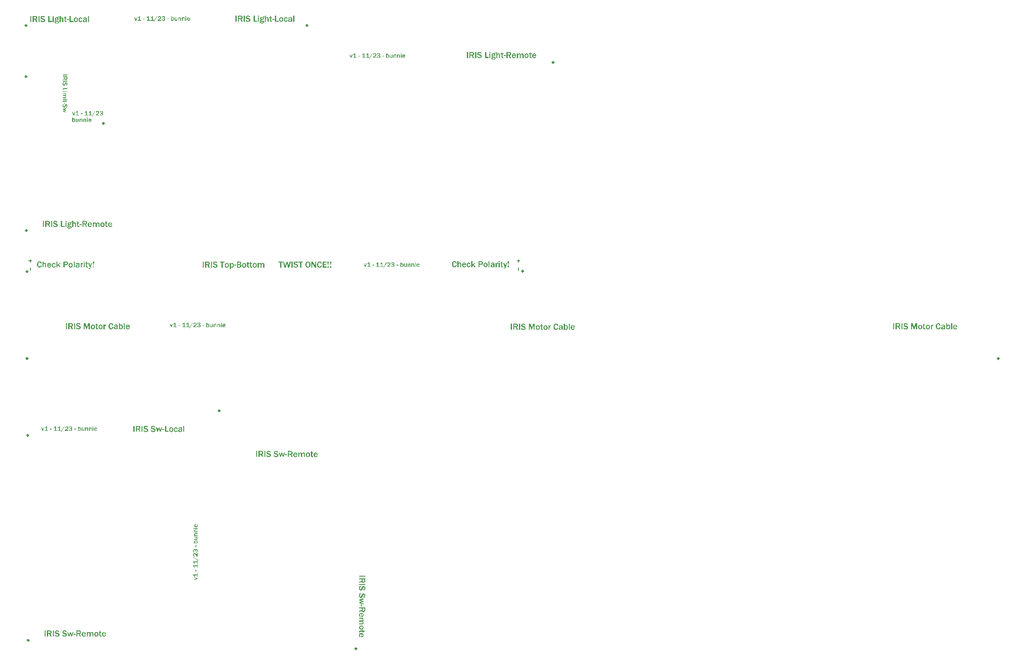
<source format=gto>
G04*
G04 #@! TF.GenerationSoftware,Altium Limited,Altium Designer,23.10.1 (27)*
G04*
G04 Layer_Color=65535*
%FSLAX25Y25*%
%MOIN*%
G70*
G04*
G04 #@! TF.SameCoordinates,75E589B0-4E0D-4890-912C-9D4B5755E1C0*
G04*
G04*
G04 #@! TF.FilePolarity,Positive*
G04*
G01*
G75*
%ADD10C,0.01181*%
%ADD11C,0.00787*%
G36*
X55438Y40120D02*
X54163D01*
Y40595D01*
X55438D01*
Y40120D01*
D02*
G37*
G36*
X48913Y39037D02*
X48431D01*
X47539Y41604D01*
X48144D01*
X48745Y39864D01*
X49329Y41604D01*
X49784D01*
X48913Y39037D01*
D02*
G37*
G36*
X69954Y42557D02*
X69971D01*
X69989Y42555D01*
X70032Y42551D01*
X70081Y42547D01*
X70136Y42539D01*
X70196Y42529D01*
X70259Y42514D01*
X70327Y42498D01*
X70397Y42477D01*
X70469Y42453D01*
X70540Y42424D01*
X70610Y42391D01*
X70680Y42352D01*
X70745Y42307D01*
X70749Y42305D01*
X70760Y42295D01*
X70778Y42281D01*
X70799Y42262D01*
X70825Y42235D01*
X70856Y42205D01*
X70887Y42170D01*
X70920Y42129D01*
X70950Y42082D01*
X70983Y42030D01*
X71012Y41975D01*
X71039Y41916D01*
X71059Y41850D01*
X71078Y41782D01*
X71088Y41709D01*
X71092Y41631D01*
Y41627D01*
Y41616D01*
X71090Y41600D01*
Y41577D01*
X71086Y41551D01*
X71082Y41520D01*
X71075Y41483D01*
X71069Y41444D01*
X71059Y41403D01*
X71047Y41360D01*
X71030Y41315D01*
X71014Y41270D01*
X70991Y41223D01*
X70967Y41178D01*
X70938Y41133D01*
X70905Y41089D01*
X70903Y41087D01*
X70897Y41079D01*
X70887Y41069D01*
X70872Y41055D01*
X70854Y41036D01*
X70832Y41018D01*
X70807Y40997D01*
X70778Y40975D01*
X70745Y40954D01*
X70710Y40932D01*
X70674Y40911D01*
X70633Y40893D01*
X70590Y40876D01*
X70542Y40864D01*
X70495Y40854D01*
X70444Y40848D01*
X70448D01*
X70458Y40846D01*
X70477Y40841D01*
X70501Y40835D01*
X70530Y40829D01*
X70563Y40819D01*
X70600Y40807D01*
X70641Y40792D01*
X70682Y40776D01*
X70727Y40755D01*
X70772Y40733D01*
X70819Y40706D01*
X70864Y40677D01*
X70909Y40643D01*
X70950Y40606D01*
X70991Y40565D01*
X70993Y40563D01*
X71000Y40554D01*
X71010Y40542D01*
X71024Y40524D01*
X71039Y40501D01*
X71057Y40475D01*
X71075Y40444D01*
X71096Y40409D01*
X71114Y40370D01*
X71133Y40327D01*
X71151Y40282D01*
X71166Y40233D01*
X71180Y40179D01*
X71190Y40124D01*
X71196Y40066D01*
X71198Y40007D01*
Y40005D01*
Y40003D01*
Y39997D01*
Y39987D01*
X71196Y39976D01*
Y39964D01*
X71192Y39933D01*
X71188Y39894D01*
X71180Y39851D01*
X71168Y39802D01*
X71153Y39747D01*
X71135Y39691D01*
X71110Y39632D01*
X71082Y39570D01*
X71047Y39509D01*
X71006Y39447D01*
X70956Y39386D01*
X70901Y39327D01*
X70870Y39298D01*
X70838Y39271D01*
X70833Y39267D01*
X70827Y39265D01*
X70821Y39259D01*
X70801Y39244D01*
X70772Y39226D01*
X70737Y39206D01*
X70692Y39181D01*
X70641Y39154D01*
X70583Y39128D01*
X70518Y39101D01*
X70446Y39074D01*
X70368Y39052D01*
X70284Y39029D01*
X70192Y39011D01*
X70095Y38996D01*
X69991Y38988D01*
X69882Y38984D01*
X69858D01*
X69845Y38986D01*
X69811D01*
X69790Y38988D01*
X69767Y38990D01*
X69743Y38992D01*
X69690Y38998D01*
X69628Y39009D01*
X69563Y39019D01*
X69491Y39033D01*
X69417Y39052D01*
X69341Y39076D01*
X69265Y39103D01*
X69187Y39136D01*
X69114Y39173D01*
X69040Y39216D01*
X68970Y39265D01*
X68966Y39269D01*
X68954Y39277D01*
X68937Y39294D01*
X68913Y39314D01*
X68884Y39341D01*
X68851Y39374D01*
X68816Y39410D01*
X68779Y39452D01*
X68740Y39497D01*
X68701Y39546D01*
X68665Y39599D01*
X68628Y39654D01*
X68595Y39714D01*
X68564Y39777D01*
X68537Y39841D01*
X68517Y39909D01*
X69109Y40054D01*
Y40052D01*
X69112Y40048D01*
X69114Y40040D01*
X69118Y40030D01*
X69124Y40015D01*
X69130Y40001D01*
X69138Y39983D01*
X69146Y39964D01*
X69169Y39919D01*
X69198Y39870D01*
X69230Y39819D01*
X69271Y39765D01*
X69321Y39710D01*
X69376Y39659D01*
X69437Y39609D01*
X69472Y39587D01*
X69509Y39564D01*
X69546Y39546D01*
X69587Y39527D01*
X69630Y39513D01*
X69675Y39499D01*
X69720Y39488D01*
X69772Y39480D01*
X69823Y39476D01*
X69876Y39474D01*
X69890D01*
X69905Y39476D01*
X69927D01*
X69952Y39478D01*
X69983Y39482D01*
X70016Y39486D01*
X70052Y39495D01*
X70091Y39503D01*
X70130Y39513D01*
X70171Y39525D01*
X70212Y39540D01*
X70253Y39558D01*
X70294Y39579D01*
X70331Y39603D01*
X70368Y39630D01*
X70370Y39632D01*
X70376Y39638D01*
X70385Y39646D01*
X70397Y39659D01*
X70411Y39673D01*
X70428Y39691D01*
X70444Y39712D01*
X70463Y39737D01*
X70479Y39761D01*
X70495Y39790D01*
X70512Y39821D01*
X70526Y39855D01*
X70538Y39890D01*
X70547Y39927D01*
X70553Y39966D01*
X70555Y40007D01*
Y40009D01*
Y40017D01*
Y40030D01*
X70553Y40044D01*
X70551Y40064D01*
X70547Y40087D01*
X70540Y40112D01*
X70534Y40140D01*
X70526Y40169D01*
X70516Y40202D01*
X70501Y40233D01*
X70487Y40267D01*
X70469Y40300D01*
X70446Y40333D01*
X70421Y40366D01*
X70393Y40399D01*
X70391Y40401D01*
X70385Y40407D01*
X70376Y40415D01*
X70362Y40425D01*
X70346Y40438D01*
X70325Y40452D01*
X70301Y40468D01*
X70272Y40485D01*
X70239Y40499D01*
X70204Y40516D01*
X70163Y40530D01*
X70120Y40542D01*
X70073Y40552D01*
X70022Y40561D01*
X69966Y40567D01*
X69907Y40569D01*
X69483D01*
Y41063D01*
X69827D01*
X69848Y41065D01*
X69872Y41067D01*
X69901Y41069D01*
X69932Y41073D01*
X69966Y41079D01*
X70003Y41085D01*
X70042Y41094D01*
X70081Y41104D01*
X70122Y41116D01*
X70161Y41131D01*
X70200Y41149D01*
X70239Y41167D01*
X70276Y41190D01*
X70278Y41192D01*
X70284Y41196D01*
X70294Y41204D01*
X70307Y41214D01*
X70321Y41227D01*
X70335Y41243D01*
X70354Y41264D01*
X70372Y41284D01*
X70389Y41311D01*
X70407Y41337D01*
X70421Y41370D01*
X70438Y41403D01*
X70448Y41440D01*
X70458Y41481D01*
X70464Y41524D01*
X70467Y41569D01*
Y41571D01*
Y41579D01*
Y41594D01*
X70464Y41610D01*
X70463Y41631D01*
X70458Y41653D01*
X70452Y41680D01*
X70446Y41709D01*
X70438Y41737D01*
X70428Y41768D01*
X70413Y41799D01*
X70399Y41829D01*
X70381Y41860D01*
X70358Y41889D01*
X70333Y41916D01*
X70305Y41940D01*
X70303Y41942D01*
X70296Y41946D01*
X70288Y41952D01*
X70276Y41961D01*
X70259Y41969D01*
X70241Y41979D01*
X70218Y41991D01*
X70192Y42004D01*
X70165Y42014D01*
X70132Y42026D01*
X70100Y42037D01*
X70061Y42047D01*
X70022Y42053D01*
X69981Y42059D01*
X69936Y42063D01*
X69889Y42065D01*
X69866D01*
X69854Y42063D01*
X69839Y42061D01*
X69823Y42059D01*
X69806Y42057D01*
X69763Y42051D01*
X69716Y42039D01*
X69665Y42022D01*
X69610Y42002D01*
X69552Y41975D01*
X69493Y41942D01*
X69433Y41901D01*
X69405Y41879D01*
X69378Y41852D01*
X69349Y41825D01*
X69323Y41795D01*
X69298Y41762D01*
X69274Y41727D01*
X69249Y41690D01*
X69228Y41649D01*
X69208Y41606D01*
X69189Y41561D01*
X68617Y41659D01*
Y41661D01*
X68620Y41664D01*
Y41670D01*
X68622Y41678D01*
X68628Y41698D01*
X68638Y41725D01*
X68650Y41760D01*
X68667Y41799D01*
X68685Y41842D01*
X68710Y41889D01*
X68736Y41940D01*
X68769Y41991D01*
X68806Y42047D01*
X68847Y42100D01*
X68892Y42156D01*
X68945Y42207D01*
X69001Y42258D01*
X69064Y42307D01*
X69066D01*
X69068Y42309D01*
X69081Y42317D01*
X69099Y42330D01*
X69128Y42346D01*
X69161Y42367D01*
X69202Y42387D01*
X69249Y42410D01*
X69302Y42434D01*
X69360Y42457D01*
X69425Y42479D01*
X69493Y42502D01*
X69569Y42520D01*
X69647Y42537D01*
X69729Y42549D01*
X69817Y42557D01*
X69907Y42559D01*
X69940D01*
X69954Y42557D01*
D02*
G37*
G36*
X66897D02*
X66914D01*
X66932Y42555D01*
X66953D01*
X66978Y42551D01*
X67002Y42549D01*
X67057Y42543D01*
X67121Y42533D01*
X67189Y42518D01*
X67260Y42502D01*
X67334Y42479D01*
X67410Y42453D01*
X67488Y42422D01*
X67564Y42385D01*
X67638Y42342D01*
X67707Y42291D01*
X67775Y42233D01*
X67779Y42229D01*
X67789Y42219D01*
X67808Y42201D01*
X67828Y42174D01*
X67855Y42143D01*
X67884Y42104D01*
X67914Y42059D01*
X67947Y42008D01*
X67980Y41951D01*
X68011Y41887D01*
X68039Y41819D01*
X68066Y41745D01*
X68089Y41668D01*
X68105Y41583D01*
X68115Y41495D01*
X68119Y41403D01*
Y41401D01*
Y41399D01*
Y41393D01*
Y41383D01*
X68117Y41372D01*
Y41360D01*
X68115Y41327D01*
X68109Y41288D01*
X68103Y41243D01*
X68095Y41192D01*
X68080Y41137D01*
X68066Y41077D01*
X68046Y41014D01*
X68021Y40948D01*
X67990Y40880D01*
X67955Y40811D01*
X67914Y40743D01*
X67867Y40675D01*
X67814Y40608D01*
X67810Y40604D01*
X67806Y40600D01*
X67797Y40591D01*
X67789Y40583D01*
X67777Y40571D01*
X67765Y40558D01*
X67748Y40542D01*
X67728Y40526D01*
X67705Y40505D01*
X67681Y40485D01*
X67654Y40462D01*
X67623Y40435D01*
X67588Y40409D01*
X67551Y40380D01*
X67510Y40349D01*
X67465Y40315D01*
X67418Y40280D01*
X67367Y40243D01*
X67310Y40204D01*
X67250Y40163D01*
X67187Y40120D01*
X67119Y40075D01*
X67047Y40028D01*
X66969Y39978D01*
X66889Y39927D01*
X66803Y39874D01*
X66713Y39819D01*
X66617Y39761D01*
X66516Y39702D01*
X66412Y39642D01*
X66301Y39579D01*
X68109D01*
Y39037D01*
X65551D01*
Y39644D01*
X66615Y40352D01*
X66617D01*
X66621Y40356D01*
X66627Y40360D01*
X66637Y40366D01*
X66647Y40374D01*
X66662Y40384D01*
X66695Y40407D01*
X66733Y40435D01*
X66781Y40470D01*
X66830Y40507D01*
X66883Y40548D01*
X66939Y40593D01*
X66994Y40639D01*
X67049Y40688D01*
X67102Y40737D01*
X67154Y40788D01*
X67201Y40837D01*
X67244Y40887D01*
X67279Y40936D01*
X67281Y40938D01*
X67287Y40948D01*
X67295Y40960D01*
X67305Y40979D01*
X67320Y41001D01*
X67334Y41028D01*
X67348Y41059D01*
X67365Y41091D01*
X67381Y41126D01*
X67396Y41163D01*
X67424Y41241D01*
X67435Y41282D01*
X67443Y41323D01*
X67449Y41364D01*
X67451Y41405D01*
Y41407D01*
Y41418D01*
X67449Y41430D01*
Y41448D01*
X67445Y41471D01*
X67443Y41495D01*
X67437Y41524D01*
X67431Y41557D01*
X67420Y41590D01*
X67410Y41625D01*
X67396Y41659D01*
X67379Y41696D01*
X67359Y41733D01*
X67336Y41770D01*
X67310Y41805D01*
X67279Y41838D01*
X67277Y41840D01*
X67271Y41846D01*
X67262Y41854D01*
X67248Y41864D01*
X67232Y41879D01*
X67211Y41893D01*
X67187Y41910D01*
X67160Y41926D01*
X67129Y41942D01*
X67096Y41959D01*
X67059Y41973D01*
X67020Y41987D01*
X66979Y41998D01*
X66934Y42006D01*
X66887Y42012D01*
X66838Y42014D01*
X66824D01*
X66811Y42012D01*
X66799D01*
X66783Y42010D01*
X66764Y42006D01*
X66744Y42004D01*
X66697Y41991D01*
X66645Y41975D01*
X66588Y41952D01*
X66559Y41940D01*
X66531Y41924D01*
X66500Y41905D01*
X66469Y41885D01*
X66440Y41862D01*
X66410Y41838D01*
X66381Y41809D01*
X66352Y41778D01*
X66326Y41745D01*
X66299Y41709D01*
X66274Y41668D01*
X66250Y41625D01*
X66229Y41577D01*
X66209Y41528D01*
X66190Y41475D01*
X66176Y41415D01*
X66164Y41354D01*
X66153Y41288D01*
X65551Y41440D01*
Y41442D01*
Y41446D01*
X65553Y41452D01*
X65555Y41460D01*
X65557Y41471D01*
X65559Y41485D01*
X65563Y41500D01*
X65567Y41518D01*
X65577Y41557D01*
X65592Y41604D01*
X65608Y41655D01*
X65629Y41713D01*
X65653Y41772D01*
X65682Y41836D01*
X65715Y41901D01*
X65754Y41967D01*
X65797Y42035D01*
X65846Y42102D01*
X65899Y42166D01*
X65961Y42229D01*
X65965Y42233D01*
X65977Y42244D01*
X65996Y42260D01*
X66022Y42281D01*
X66057Y42305D01*
X66098Y42334D01*
X66147Y42365D01*
X66201Y42395D01*
X66262Y42426D01*
X66330Y42455D01*
X66404Y42483D01*
X66483Y42508D01*
X66570Y42529D01*
X66660Y42545D01*
X66756Y42555D01*
X66859Y42559D01*
X66883D01*
X66897Y42557D01*
D02*
G37*
G36*
X61813Y39548D02*
X62796D01*
Y39037D01*
X60139D01*
Y39548D01*
X61184D01*
Y41739D01*
X61182Y41737D01*
X61178Y41735D01*
X61172Y41727D01*
X61162Y41719D01*
X61149Y41709D01*
X61133Y41696D01*
X61116Y41682D01*
X61096Y41666D01*
X61073Y41647D01*
X61051Y41629D01*
X60998Y41586D01*
X60936Y41541D01*
X60870Y41491D01*
X60799Y41440D01*
X60723Y41387D01*
X60645Y41335D01*
X60565Y41284D01*
X60481Y41235D01*
X60399Y41190D01*
X60317Y41149D01*
X60235Y41114D01*
Y41739D01*
X60237D01*
X60239Y41741D01*
X60245Y41743D01*
X60254Y41747D01*
X60276Y41756D01*
X60305Y41766D01*
X60340Y41780D01*
X60378Y41795D01*
X60422Y41811D01*
X60467Y41829D01*
X60559Y41868D01*
X60604Y41889D01*
X60647Y41907D01*
X60688Y41926D01*
X60723Y41942D01*
X60754Y41959D01*
X60778Y41973D01*
X60780D01*
X60784Y41977D01*
X60791Y41981D01*
X60799Y41987D01*
X60811Y41996D01*
X60825Y42006D01*
X60842Y42018D01*
X60860Y42033D01*
X60881Y42049D01*
X60905Y42067D01*
X60932Y42090D01*
X60961Y42112D01*
X60992Y42139D01*
X61026Y42168D01*
X61061Y42199D01*
X61100Y42233D01*
X61102Y42235D01*
X61110Y42242D01*
X61121Y42252D01*
X61135Y42266D01*
X61151Y42283D01*
X61172Y42301D01*
X61192Y42324D01*
X61217Y42348D01*
X61266Y42401D01*
X61315Y42459D01*
X61361Y42518D01*
X61379Y42549D01*
X61397Y42578D01*
X61813D01*
Y39548D01*
D02*
G37*
G36*
X58759D02*
X59741D01*
Y39037D01*
X57084D01*
Y39548D01*
X58130D01*
Y41739D01*
X58128Y41737D01*
X58123Y41735D01*
X58117Y41727D01*
X58107Y41719D01*
X58095Y41709D01*
X58078Y41696D01*
X58062Y41682D01*
X58042Y41666D01*
X58019Y41647D01*
X57996Y41629D01*
X57943Y41586D01*
X57882Y41541D01*
X57816Y41491D01*
X57744Y41440D01*
X57668Y41387D01*
X57591Y41335D01*
X57511Y41284D01*
X57427Y41235D01*
X57345Y41190D01*
X57262Y41149D01*
X57181Y41114D01*
Y41739D01*
X57183D01*
X57185Y41741D01*
X57191Y41743D01*
X57199Y41747D01*
X57222Y41756D01*
X57250Y41766D01*
X57285Y41780D01*
X57324Y41795D01*
X57367Y41811D01*
X57412Y41829D01*
X57504Y41868D01*
X57550Y41889D01*
X57593Y41907D01*
X57634Y41926D01*
X57668Y41942D01*
X57699Y41959D01*
X57724Y41973D01*
X57726D01*
X57730Y41977D01*
X57736Y41981D01*
X57744Y41987D01*
X57757Y41996D01*
X57771Y42006D01*
X57787Y42018D01*
X57806Y42033D01*
X57826Y42049D01*
X57851Y42067D01*
X57877Y42090D01*
X57906Y42112D01*
X57937Y42139D01*
X57972Y42168D01*
X58007Y42199D01*
X58046Y42233D01*
X58048Y42235D01*
X58056Y42242D01*
X58066Y42252D01*
X58081Y42266D01*
X58097Y42283D01*
X58117Y42301D01*
X58138Y42324D01*
X58162Y42348D01*
X58212Y42401D01*
X58261Y42459D01*
X58306Y42518D01*
X58324Y42549D01*
X58343Y42578D01*
X58759D01*
Y39548D01*
D02*
G37*
G36*
X51849D02*
X52830D01*
Y39037D01*
X50174D01*
Y39548D01*
X51219D01*
Y41739D01*
X51217Y41737D01*
X51213Y41735D01*
X51207Y41727D01*
X51197Y41719D01*
X51184Y41709D01*
X51168Y41696D01*
X51152Y41682D01*
X51131Y41666D01*
X51108Y41647D01*
X51086Y41629D01*
X51033Y41586D01*
X50971Y41541D01*
X50906Y41491D01*
X50834Y41440D01*
X50758Y41387D01*
X50680Y41335D01*
X50600Y41284D01*
X50516Y41235D01*
X50434Y41190D01*
X50352Y41149D01*
X50270Y41114D01*
Y41739D01*
X50272D01*
X50274Y41741D01*
X50280Y41743D01*
X50288Y41747D01*
X50311Y41756D01*
X50340Y41766D01*
X50375Y41780D01*
X50414Y41795D01*
X50457Y41811D01*
X50502Y41829D01*
X50594Y41868D01*
X50639Y41889D01*
X50682Y41907D01*
X50723Y41926D01*
X50758Y41942D01*
X50789Y41959D01*
X50813Y41973D01*
X50815D01*
X50819Y41977D01*
X50826Y41981D01*
X50834Y41987D01*
X50846Y41996D01*
X50860Y42006D01*
X50877Y42018D01*
X50895Y42033D01*
X50916Y42049D01*
X50940Y42067D01*
X50967Y42090D01*
X50996Y42112D01*
X51026Y42139D01*
X51061Y42168D01*
X51096Y42199D01*
X51135Y42233D01*
X51137Y42235D01*
X51145Y42242D01*
X51156Y42252D01*
X51170Y42266D01*
X51186Y42283D01*
X51207Y42301D01*
X51227Y42324D01*
X51252Y42348D01*
X51301Y42401D01*
X51350Y42459D01*
X51395Y42518D01*
X51414Y42549D01*
X51432Y42578D01*
X51849D01*
Y39548D01*
D02*
G37*
G36*
X62904Y38172D02*
X62545D01*
X64802Y42506D01*
X65174D01*
X62904Y38172D01*
D02*
G37*
G36*
X59366Y36876D02*
X58786D01*
Y37479D01*
X59366D01*
Y36876D01*
D02*
G37*
G36*
X57310Y36628D02*
X57334Y36626D01*
X57363Y36624D01*
X57396Y36620D01*
X57435Y36611D01*
X57476Y36603D01*
X57521Y36593D01*
X57566Y36579D01*
X57615Y36560D01*
X57664Y36540D01*
X57714Y36515D01*
X57761Y36486D01*
X57810Y36454D01*
X57855Y36417D01*
X57857Y36415D01*
X57865Y36406D01*
X57877Y36394D01*
X57892Y36376D01*
X57910Y36351D01*
X57931Y36320D01*
X57953Y36285D01*
X57976Y36242D01*
X57996Y36195D01*
X58019Y36140D01*
X58039Y36078D01*
X58058Y36011D01*
X58072Y35935D01*
X58085Y35853D01*
X58093Y35763D01*
X58095Y35666D01*
Y34010D01*
X57515D01*
Y35613D01*
Y35615D01*
Y35623D01*
Y35638D01*
X57513Y35654D01*
X57511Y35677D01*
X57508Y35701D01*
X57504Y35728D01*
X57500Y35757D01*
X57486Y35818D01*
X57478Y35849D01*
X57465Y35882D01*
X57451Y35912D01*
X57437Y35941D01*
X57418Y35970D01*
X57398Y35994D01*
X57396Y35996D01*
X57392Y36000D01*
X57385Y36007D01*
X57377Y36015D01*
X57365Y36025D01*
X57353Y36035D01*
X57336Y36048D01*
X57320Y36060D01*
X57279Y36083D01*
X57230Y36103D01*
X57203Y36111D01*
X57176Y36117D01*
X57148Y36121D01*
X57117Y36123D01*
X57107D01*
X57094Y36121D01*
X57078D01*
X57060Y36117D01*
X57037Y36113D01*
X57010Y36107D01*
X56982Y36099D01*
X56951Y36089D01*
X56920Y36074D01*
X56887Y36060D01*
X56853Y36040D01*
X56820Y36017D01*
X56785Y35990D01*
X56752Y35960D01*
X56719Y35925D01*
X56717Y35923D01*
X56711Y35917D01*
X56703Y35904D01*
X56693Y35888D01*
X56680Y35867D01*
X56666Y35841D01*
X56650Y35812D01*
X56635Y35777D01*
X56619Y35736D01*
X56602Y35693D01*
X56588Y35644D01*
X56576Y35590D01*
X56565Y35531D01*
X56557Y35470D01*
X56551Y35400D01*
X56549Y35328D01*
Y34010D01*
X55969D01*
Y36577D01*
X56498D01*
Y35984D01*
X56502Y35990D01*
X56506Y35998D01*
X56510Y36011D01*
X56518Y36025D01*
X56527Y36042D01*
X56537Y36062D01*
X56549Y36083D01*
X56578Y36132D01*
X56613Y36187D01*
X56654Y36246D01*
X56701Y36306D01*
X56752Y36367D01*
X56811Y36425D01*
X56875Y36480D01*
X56945Y36529D01*
X56982Y36550D01*
X57019Y36570D01*
X57060Y36587D01*
X57101Y36601D01*
X57142Y36614D01*
X57187Y36622D01*
X57230Y36628D01*
X57277Y36630D01*
X57291D01*
X57310Y36628D01*
D02*
G37*
G36*
X54491D02*
X54515Y36626D01*
X54544Y36624D01*
X54577Y36620D01*
X54616Y36611D01*
X54657Y36603D01*
X54702Y36593D01*
X54747Y36579D01*
X54796Y36560D01*
X54846Y36540D01*
X54895Y36515D01*
X54942Y36486D01*
X54991Y36454D01*
X55036Y36417D01*
X55038Y36415D01*
X55046Y36406D01*
X55059Y36394D01*
X55073Y36376D01*
X55092Y36351D01*
X55112Y36320D01*
X55135Y36285D01*
X55157Y36242D01*
X55178Y36195D01*
X55200Y36140D01*
X55221Y36078D01*
X55239Y36011D01*
X55253Y35935D01*
X55266Y35853D01*
X55274Y35763D01*
X55276Y35666D01*
Y34010D01*
X54696D01*
Y35613D01*
Y35615D01*
Y35623D01*
Y35638D01*
X54694Y35654D01*
X54692Y35677D01*
X54690Y35701D01*
X54686Y35728D01*
X54682Y35757D01*
X54667Y35818D01*
X54659Y35849D01*
X54647Y35882D01*
X54632Y35912D01*
X54618Y35941D01*
X54600Y35970D01*
X54579Y35994D01*
X54577Y35996D01*
X54573Y36000D01*
X54567Y36007D01*
X54559Y36015D01*
X54546Y36025D01*
X54534Y36035D01*
X54518Y36048D01*
X54501Y36060D01*
X54460Y36083D01*
X54411Y36103D01*
X54384Y36111D01*
X54358Y36117D01*
X54329Y36121D01*
X54298Y36123D01*
X54288D01*
X54276Y36121D01*
X54259D01*
X54241Y36117D01*
X54218Y36113D01*
X54192Y36107D01*
X54163Y36099D01*
X54132Y36089D01*
X54101Y36074D01*
X54069Y36060D01*
X54034Y36040D01*
X54001Y36017D01*
X53966Y35990D01*
X53933Y35960D01*
X53900Y35925D01*
X53899Y35923D01*
X53892Y35917D01*
X53884Y35904D01*
X53874Y35888D01*
X53862Y35867D01*
X53847Y35841D01*
X53831Y35812D01*
X53816Y35777D01*
X53800Y35736D01*
X53784Y35693D01*
X53769Y35644D01*
X53757Y35590D01*
X53747Y35531D01*
X53739Y35470D01*
X53732Y35400D01*
X53730Y35328D01*
Y34010D01*
X53150D01*
Y36577D01*
X53679D01*
Y35984D01*
X53683Y35990D01*
X53687Y35998D01*
X53691Y36011D01*
X53700Y36025D01*
X53708Y36042D01*
X53718Y36062D01*
X53730Y36083D01*
X53759Y36132D01*
X53794Y36187D01*
X53835Y36246D01*
X53882Y36306D01*
X53933Y36367D01*
X53993Y36425D01*
X54056Y36480D01*
X54126Y36529D01*
X54163Y36550D01*
X54200Y36570D01*
X54241Y36587D01*
X54282Y36601D01*
X54323Y36614D01*
X54368Y36622D01*
X54411Y36628D01*
X54458Y36630D01*
X54473D01*
X54491Y36628D01*
D02*
G37*
G36*
X52455Y34010D02*
X51916D01*
Y34561D01*
X51914Y34557D01*
X51910Y34549D01*
X51906Y34537D01*
X51900Y34525D01*
X51891Y34508D01*
X51883Y34490D01*
X51873Y34469D01*
X51846Y34422D01*
X51816Y34371D01*
X51777Y34317D01*
X51732Y34260D01*
X51680Y34203D01*
X51621Y34149D01*
X51555Y34098D01*
X51481Y34051D01*
X51441Y34031D01*
X51399Y34012D01*
X51354Y33996D01*
X51309Y33983D01*
X51262Y33971D01*
X51211Y33963D01*
X51160Y33959D01*
X51104Y33957D01*
X51088D01*
X51072Y33959D01*
X51047Y33961D01*
X51016Y33963D01*
X50983Y33969D01*
X50944Y33975D01*
X50903Y33983D01*
X50860Y33996D01*
X50813Y34010D01*
X50768Y34026D01*
X50721Y34049D01*
X50676Y34073D01*
X50631Y34102D01*
X50588Y34135D01*
X50547Y34174D01*
X50545Y34176D01*
X50538Y34184D01*
X50528Y34196D01*
X50514Y34215D01*
X50500Y34236D01*
X50481Y34264D01*
X50463Y34295D01*
X50444Y34332D01*
X50426Y34373D01*
X50407Y34418D01*
X50389Y34467D01*
X50375Y34520D01*
X50360Y34580D01*
X50350Y34641D01*
X50344Y34709D01*
X50342Y34779D01*
Y36577D01*
X50934D01*
Y34904D01*
Y34902D01*
Y34892D01*
Y34877D01*
X50936Y34859D01*
X50938Y34836D01*
X50940Y34811D01*
X50944Y34785D01*
X50949Y34754D01*
X50963Y34693D01*
X50973Y34664D01*
X50985Y34633D01*
X51000Y34607D01*
X51016Y34582D01*
X51035Y34559D01*
X51055Y34541D01*
X51057D01*
X51061Y34537D01*
X51067Y34533D01*
X51076Y34527D01*
X51088Y34520D01*
X51100Y34514D01*
X51131Y34498D01*
X51168Y34481D01*
X51209Y34469D01*
X51252Y34459D01*
X51297Y34455D01*
X51305D01*
X51315Y34457D01*
X51330D01*
X51346Y34461D01*
X51367Y34463D01*
X51389Y34469D01*
X51414Y34475D01*
X51443Y34486D01*
X51471Y34496D01*
X51504Y34510D01*
X51537Y34527D01*
X51572Y34545D01*
X51607Y34568D01*
X51641Y34594D01*
X51678Y34623D01*
X51680Y34625D01*
X51687Y34631D01*
X51697Y34641D01*
X51709Y34658D01*
X51723Y34678D01*
X51740Y34705D01*
X51758Y34738D01*
X51777Y34777D01*
X51795Y34822D01*
X51814Y34873D01*
X51830Y34933D01*
X51844Y35000D01*
X51857Y35074D01*
X51863Y35113D01*
X51867Y35156D01*
X51871Y35199D01*
X51873Y35246D01*
X51875Y35293D01*
Y35344D01*
Y36577D01*
X52455D01*
Y34010D01*
D02*
G37*
G36*
X59366D02*
X58786D01*
Y36577D01*
X59366D01*
Y34010D01*
D02*
G37*
G36*
X61151Y36628D02*
X61168D01*
X61184Y36626D01*
X61205Y36624D01*
X61252Y36618D01*
X61305Y36609D01*
X61362Y36599D01*
X61426Y36583D01*
X61494Y36562D01*
X61563Y36538D01*
X61633Y36507D01*
X61705Y36470D01*
X61775Y36427D01*
X61840Y36378D01*
X61873Y36349D01*
X61904Y36318D01*
X61935Y36288D01*
X61963Y36253D01*
Y36251D01*
X61967Y36249D01*
X61971Y36242D01*
X61976Y36236D01*
X61984Y36226D01*
X61992Y36214D01*
X62010Y36185D01*
X62033Y36148D01*
X62058Y36103D01*
X62084Y36050D01*
X62113Y35992D01*
X62142Y35925D01*
X62168Y35853D01*
X62193Y35773D01*
X62215Y35687D01*
X62236Y35595D01*
X62250Y35498D01*
X62258Y35396D01*
X62262Y35287D01*
X62260Y35221D01*
X60500D01*
Y35219D01*
Y35209D01*
Y35197D01*
Y35179D01*
X60501Y35156D01*
Y35129D01*
X60504Y35103D01*
X60506Y35070D01*
X60512Y35004D01*
X60520Y34934D01*
X60532Y34865D01*
X60540Y34832D01*
X60549Y34801D01*
Y34799D01*
X60551Y34795D01*
X60555Y34787D01*
X60559Y34775D01*
X60565Y34762D01*
X60571Y34746D01*
X60592Y34709D01*
X60618Y34666D01*
X60653Y34619D01*
X60672Y34596D01*
X60694Y34572D01*
X60719Y34549D01*
X60746Y34527D01*
X60747Y34525D01*
X60752Y34523D01*
X60760Y34516D01*
X60772Y34508D01*
X60786Y34500D01*
X60805Y34490D01*
X60823Y34479D01*
X60848Y34469D01*
X60873Y34457D01*
X60901Y34447D01*
X60930Y34436D01*
X60963Y34428D01*
X60998Y34420D01*
X61035Y34414D01*
X61073Y34412D01*
X61115Y34410D01*
X61133D01*
X61155Y34412D01*
X61184Y34416D01*
X61219Y34422D01*
X61258Y34432D01*
X61301Y34445D01*
X61348Y34463D01*
X61395Y34484D01*
X61444Y34512D01*
X61494Y34545D01*
X61541Y34586D01*
X61584Y34633D01*
X61607Y34662D01*
X61627Y34691D01*
X61645Y34721D01*
X61664Y34754D01*
X61680Y34789D01*
X61695Y34828D01*
X62217Y34756D01*
X62215Y34752D01*
X62213Y34742D01*
X62207Y34723D01*
X62197Y34699D01*
X62185Y34668D01*
X62170Y34633D01*
X62152Y34596D01*
X62131Y34553D01*
X62105Y34510D01*
X62076Y34463D01*
X62045Y34416D01*
X62008Y34367D01*
X61967Y34319D01*
X61924Y34272D01*
X61875Y34225D01*
X61822Y34182D01*
X61818Y34180D01*
X61807Y34172D01*
X61791Y34162D01*
X61768Y34147D01*
X61740Y34131D01*
X61705Y34110D01*
X61664Y34090D01*
X61619Y34069D01*
X61567Y34049D01*
X61512Y34028D01*
X61451Y34010D01*
X61385Y33992D01*
X61315Y33977D01*
X61242Y33967D01*
X61164Y33959D01*
X61082Y33957D01*
X61059D01*
X61045Y33959D01*
X61030D01*
X61012Y33961D01*
X60993Y33963D01*
X60948Y33967D01*
X60895Y33975D01*
X60838Y33987D01*
X60774Y34002D01*
X60707Y34020D01*
X60637Y34045D01*
X60565Y34073D01*
X60493Y34106D01*
X60422Y34147D01*
X60352Y34196D01*
X60284Y34250D01*
X60251Y34281D01*
X60221Y34313D01*
Y34315D01*
X60217Y34317D01*
X60212Y34324D01*
X60206Y34330D01*
X60190Y34350D01*
X60169Y34379D01*
X60145Y34416D01*
X60118Y34459D01*
X60089Y34510D01*
X60059Y34570D01*
X60028Y34635D01*
X59999Y34709D01*
X59973Y34789D01*
X59948Y34875D01*
X59927Y34967D01*
X59911Y35068D01*
X59901Y35172D01*
X59897Y35285D01*
Y35287D01*
Y35291D01*
Y35299D01*
Y35312D01*
X59899Y35324D01*
Y35340D01*
X59901Y35361D01*
X59903Y35381D01*
X59905Y35406D01*
X59907Y35433D01*
X59913Y35490D01*
X59923Y35554D01*
X59938Y35623D01*
X59956Y35699D01*
X59977Y35777D01*
X60003Y35857D01*
X60036Y35937D01*
X60073Y36019D01*
X60116Y36097D01*
X60167Y36175D01*
X60225Y36249D01*
Y36251D01*
X60229Y36253D01*
X60239Y36265D01*
X60260Y36283D01*
X60284Y36308D01*
X60319Y36337D01*
X60358Y36369D01*
X60405Y36404D01*
X60458Y36439D01*
X60520Y36474D01*
X60586Y36509D01*
X60659Y36542D01*
X60739Y36570D01*
X60823Y36595D01*
X60916Y36614D01*
X61012Y36626D01*
X61063Y36628D01*
X61115Y36630D01*
X61139D01*
X61151Y36628D01*
D02*
G37*
G36*
X48118Y36226D02*
X48120Y36230D01*
X48126Y36238D01*
X48134Y36253D01*
X48146Y36273D01*
X48160Y36296D01*
X48179Y36322D01*
X48199Y36351D01*
X48222Y36382D01*
X48271Y36443D01*
X48327Y36507D01*
X48355Y36536D01*
X48386Y36560D01*
X48417Y36585D01*
X48447Y36603D01*
X48450Y36605D01*
X48456Y36607D01*
X48464Y36611D01*
X48476Y36618D01*
X48493Y36624D01*
X48511Y36632D01*
X48534Y36640D01*
X48558Y36650D01*
X48585Y36659D01*
X48616Y36667D01*
X48646Y36675D01*
X48681Y36681D01*
X48755Y36691D01*
X48794Y36696D01*
X48853D01*
X48864Y36693D01*
X48876D01*
X48905Y36689D01*
X48942Y36685D01*
X48983Y36677D01*
X49030Y36665D01*
X49081Y36650D01*
X49134Y36632D01*
X49192Y36607D01*
X49249Y36579D01*
X49308Y36544D01*
X49366Y36503D01*
X49425Y36456D01*
X49481Y36400D01*
X49507Y36369D01*
X49534Y36337D01*
X49538Y36333D01*
X49540Y36327D01*
X49546Y36320D01*
X49559Y36300D01*
X49577Y36271D01*
X49598Y36234D01*
X49622Y36191D01*
X49647Y36138D01*
X49673Y36078D01*
X49698Y36013D01*
X49723Y35937D01*
X49747Y35857D01*
X49768Y35767D01*
X49786Y35673D01*
X49799Y35570D01*
X49809Y35461D01*
X49811Y35344D01*
Y35342D01*
Y35338D01*
Y35330D01*
Y35320D01*
Y35306D01*
X49809Y35289D01*
Y35271D01*
X49807Y35248D01*
X49805Y35224D01*
X49803Y35199D01*
X49796Y35142D01*
X49788Y35076D01*
X49776Y35006D01*
X49762Y34930D01*
X49745Y34852D01*
X49723Y34771D01*
X49696Y34686D01*
X49665Y34604D01*
X49628Y34520D01*
X49585Y34440D01*
X49538Y34363D01*
Y34361D01*
X49534Y34359D01*
X49532Y34352D01*
X49526Y34346D01*
X49509Y34326D01*
X49487Y34299D01*
X49460Y34268D01*
X49425Y34233D01*
X49384Y34196D01*
X49337Y34160D01*
X49286Y34123D01*
X49226Y34086D01*
X49163Y34051D01*
X49091Y34020D01*
X49015Y33994D01*
X48933Y33975D01*
X48890Y33967D01*
X48847Y33961D01*
X48800Y33959D01*
X48753Y33957D01*
X48730D01*
X48718Y33959D01*
X48704Y33961D01*
X48687D01*
X48669Y33965D01*
X48626Y33971D01*
X48577Y33981D01*
X48521Y33996D01*
X48462Y34016D01*
X48398Y34041D01*
X48333Y34071D01*
X48267Y34110D01*
X48234Y34133D01*
X48199Y34155D01*
X48167Y34182D01*
X48136Y34211D01*
X48103Y34242D01*
X48072Y34274D01*
X48042Y34309D01*
X48011Y34346D01*
X47982Y34387D01*
X47956Y34430D01*
X47800Y34010D01*
X47537D01*
Y37479D01*
X48118D01*
Y36226D01*
D02*
G37*
G36*
X142510Y-274986D02*
Y-276747D01*
X142512D01*
X142522D01*
X142535D01*
X142553D01*
X142576Y-276745D01*
X142602D01*
X142629Y-276743D01*
X142662Y-276741D01*
X142727Y-276735D01*
X142797Y-276727D01*
X142867Y-276714D01*
X142900Y-276706D01*
X142930Y-276698D01*
X142932D01*
X142936Y-276696D01*
X142945Y-276692D01*
X142957Y-276688D01*
X142969Y-276682D01*
X142986Y-276676D01*
X143023Y-276655D01*
X143066Y-276628D01*
X143113Y-276594D01*
X143135Y-276575D01*
X143160Y-276553D01*
X143182Y-276528D01*
X143205Y-276501D01*
X143207Y-276499D01*
X143209Y-276495D01*
X143215Y-276487D01*
X143223Y-276475D01*
X143232Y-276460D01*
X143242Y-276442D01*
X143252Y-276423D01*
X143262Y-276399D01*
X143275Y-276374D01*
X143285Y-276345D01*
X143295Y-276317D01*
X143303Y-276284D01*
X143312Y-276249D01*
X143318Y-276212D01*
X143320Y-276173D01*
X143322Y-276132D01*
Y-276114D01*
X143320Y-276091D01*
X143316Y-276063D01*
X143309Y-276028D01*
X143299Y-275989D01*
X143287Y-275946D01*
X143269Y-275899D01*
X143248Y-275851D01*
X143219Y-275802D01*
X143186Y-275753D01*
X143146Y-275706D01*
X143098Y-275663D01*
X143070Y-275640D01*
X143041Y-275620D01*
X143010Y-275601D01*
X142977Y-275583D01*
X142943Y-275567D01*
X142904Y-275552D01*
X142975Y-275029D01*
X142979Y-275031D01*
X142990Y-275033D01*
X143008Y-275040D01*
X143033Y-275050D01*
X143063Y-275062D01*
X143098Y-275077D01*
X143135Y-275095D01*
X143178Y-275115D01*
X143221Y-275142D01*
X143269Y-275171D01*
X143316Y-275202D01*
X143365Y-275238D01*
X143412Y-275279D01*
X143459Y-275323D01*
X143506Y-275372D01*
X143549Y-275425D01*
X143551Y-275429D01*
X143560Y-275439D01*
X143570Y-275456D01*
X143584Y-275478D01*
X143601Y-275507D01*
X143621Y-275542D01*
X143642Y-275583D01*
X143662Y-275628D01*
X143683Y-275679D01*
X143703Y-275735D01*
X143721Y-275796D01*
X143740Y-275862D01*
X143754Y-275931D01*
X143765Y-276005D01*
X143773Y-276083D01*
X143775Y-276165D01*
Y-276188D01*
X143773Y-276202D01*
Y-276216D01*
X143771Y-276235D01*
X143769Y-276253D01*
X143765Y-276298D01*
X143756Y-276352D01*
X143744Y-276409D01*
X143730Y-276473D01*
X143711Y-276540D01*
X143687Y-276610D01*
X143658Y-276682D01*
X143625Y-276753D01*
X143584Y-276825D01*
X143535Y-276895D01*
X143482Y-276963D01*
X143451Y-276995D01*
X143418Y-277026D01*
X143416D01*
X143414Y-277030D01*
X143408Y-277034D01*
X143402Y-277041D01*
X143381Y-277057D01*
X143352Y-277077D01*
X143316Y-277102D01*
X143273Y-277129D01*
X143221Y-277157D01*
X143162Y-277188D01*
X143096Y-277219D01*
X143023Y-277248D01*
X142943Y-277274D01*
X142856Y-277299D01*
X142764Y-277319D01*
X142664Y-277336D01*
X142559Y-277346D01*
X142446Y-277350D01*
X142444D01*
X142440D01*
X142432D01*
X142420D01*
X142408Y-277348D01*
X142391D01*
X142371Y-277346D01*
X142350Y-277344D01*
X142325Y-277342D01*
X142299Y-277340D01*
X142241Y-277334D01*
X142178Y-277323D01*
X142108Y-277309D01*
X142032Y-277291D01*
X141954Y-277270D01*
X141875Y-277243D01*
X141795Y-277211D01*
X141712Y-277174D01*
X141635Y-277131D01*
X141557Y-277079D01*
X141483Y-277022D01*
X141481D01*
X141479Y-277018D01*
X141466Y-277008D01*
X141448Y-276987D01*
X141423Y-276963D01*
X141395Y-276928D01*
X141362Y-276889D01*
X141327Y-276842D01*
X141292Y-276788D01*
X141257Y-276727D01*
X141223Y-276661D01*
X141190Y-276587D01*
X141161Y-276507D01*
X141137Y-276423D01*
X141118Y-276331D01*
X141106Y-276235D01*
X141104Y-276184D01*
X141102Y-276132D01*
Y-276108D01*
X141104Y-276095D01*
Y-276079D01*
X141106Y-276063D01*
X141108Y-276042D01*
X141114Y-275995D01*
X141122Y-275942D01*
X141132Y-275884D01*
X141149Y-275821D01*
X141169Y-275753D01*
X141194Y-275683D01*
X141225Y-275614D01*
X141261Y-275542D01*
X141305Y-275472D01*
X141354Y-275407D01*
X141383Y-275374D01*
X141413Y-275343D01*
X141444Y-275312D01*
X141479Y-275284D01*
X141481D01*
X141483Y-275279D01*
X141489Y-275275D01*
X141495Y-275271D01*
X141506Y-275263D01*
X141518Y-275255D01*
X141546Y-275237D01*
X141583Y-275214D01*
X141629Y-275189D01*
X141682Y-275163D01*
X141739Y-275134D01*
X141807Y-275105D01*
X141879Y-275079D01*
X141958Y-275054D01*
X142045Y-275031D01*
X142137Y-275011D01*
X142233Y-274997D01*
X142336Y-274988D01*
X142444Y-274984D01*
X142510Y-274986D01*
D02*
G37*
G36*
X143721Y-278461D02*
X141155D01*
Y-277881D01*
X143721D01*
Y-278461D01*
D02*
G37*
G36*
X140856D02*
X140253D01*
Y-277881D01*
X140856D01*
Y-278461D01*
D02*
G37*
G36*
X143721Y-279732D02*
X142118D01*
X142116D01*
X142108D01*
X142094D01*
X142077Y-279734D01*
X142055Y-279736D01*
X142030Y-279738D01*
X142004Y-279742D01*
X141975Y-279747D01*
X141913Y-279761D01*
X141883Y-279769D01*
X141850Y-279781D01*
X141819Y-279796D01*
X141790Y-279810D01*
X141762Y-279829D01*
X141737Y-279849D01*
X141735Y-279851D01*
X141731Y-279855D01*
X141725Y-279861D01*
X141717Y-279870D01*
X141706Y-279882D01*
X141696Y-279894D01*
X141684Y-279910D01*
X141672Y-279927D01*
X141649Y-279968D01*
X141629Y-280017D01*
X141620Y-280044D01*
X141614Y-280070D01*
X141610Y-280099D01*
X141608Y-280130D01*
Y-280140D01*
X141610Y-280152D01*
Y-280169D01*
X141614Y-280187D01*
X141618Y-280210D01*
X141624Y-280236D01*
X141633Y-280265D01*
X141643Y-280296D01*
X141657Y-280327D01*
X141672Y-280359D01*
X141692Y-280394D01*
X141715Y-280427D01*
X141741Y-280462D01*
X141772Y-280495D01*
X141807Y-280527D01*
X141809Y-280530D01*
X141815Y-280536D01*
X141827Y-280544D01*
X141844Y-280554D01*
X141864Y-280567D01*
X141891Y-280581D01*
X141920Y-280597D01*
X141954Y-280612D01*
X141995Y-280628D01*
X142039Y-280644D01*
X142088Y-280659D01*
X142141Y-280671D01*
X142200Y-280681D01*
X142262Y-280690D01*
X142332Y-280696D01*
X142403Y-280698D01*
X143721D01*
Y-281278D01*
X141155D01*
Y-280749D01*
X141747D01*
X141741Y-280745D01*
X141733Y-280741D01*
X141721Y-280737D01*
X141706Y-280728D01*
X141690Y-280720D01*
X141669Y-280710D01*
X141649Y-280698D01*
X141600Y-280669D01*
X141544Y-280634D01*
X141485Y-280593D01*
X141426Y-280546D01*
X141364Y-280495D01*
X141307Y-280435D01*
X141251Y-280372D01*
X141202Y-280302D01*
X141182Y-280265D01*
X141161Y-280228D01*
X141145Y-280187D01*
X141130Y-280146D01*
X141118Y-280105D01*
X141110Y-280060D01*
X141104Y-280017D01*
X141102Y-279970D01*
Y-279956D01*
X141104Y-279937D01*
X141106Y-279912D01*
X141108Y-279884D01*
X141112Y-279851D01*
X141120Y-279812D01*
X141128Y-279771D01*
X141139Y-279726D01*
X141153Y-279681D01*
X141171Y-279632D01*
X141192Y-279583D01*
X141216Y-279533D01*
X141245Y-279486D01*
X141278Y-279437D01*
X141315Y-279392D01*
X141317Y-279390D01*
X141325Y-279382D01*
X141337Y-279369D01*
X141356Y-279355D01*
X141380Y-279337D01*
X141411Y-279316D01*
X141446Y-279293D01*
X141489Y-279271D01*
X141536Y-279250D01*
X141592Y-279228D01*
X141653Y-279207D01*
X141721Y-279189D01*
X141797Y-279174D01*
X141879Y-279162D01*
X141969Y-279154D01*
X142065Y-279152D01*
X143721D01*
Y-279732D01*
D02*
G37*
G36*
Y-282551D02*
X142118D01*
X142116D01*
X142108D01*
X142094D01*
X142077Y-282553D01*
X142055Y-282555D01*
X142030Y-282557D01*
X142004Y-282561D01*
X141975Y-282565D01*
X141913Y-282580D01*
X141883Y-282588D01*
X141850Y-282600D01*
X141819Y-282614D01*
X141790Y-282629D01*
X141762Y-282647D01*
X141737Y-282668D01*
X141735Y-282670D01*
X141731Y-282674D01*
X141725Y-282680D01*
X141717Y-282688D01*
X141706Y-282700D01*
X141696Y-282713D01*
X141684Y-282729D01*
X141672Y-282746D01*
X141649Y-282787D01*
X141629Y-282836D01*
X141620Y-282862D01*
X141614Y-282889D01*
X141610Y-282918D01*
X141608Y-282949D01*
Y-282959D01*
X141610Y-282971D01*
Y-282987D01*
X141614Y-283006D01*
X141618Y-283029D01*
X141624Y-283055D01*
X141633Y-283084D01*
X141643Y-283115D01*
X141657Y-283145D01*
X141672Y-283178D01*
X141692Y-283213D01*
X141715Y-283246D01*
X141741Y-283281D01*
X141772Y-283313D01*
X141807Y-283346D01*
X141809Y-283348D01*
X141815Y-283354D01*
X141827Y-283363D01*
X141844Y-283373D01*
X141864Y-283385D01*
X141891Y-283400D01*
X141920Y-283416D01*
X141954Y-283430D01*
X141995Y-283447D01*
X142039Y-283463D01*
X142088Y-283477D01*
X142141Y-283490D01*
X142200Y-283500D01*
X142262Y-283508D01*
X142332Y-283514D01*
X142403Y-283516D01*
X143721D01*
Y-284097D01*
X141155D01*
Y-283568D01*
X141747D01*
X141741Y-283564D01*
X141733Y-283559D01*
X141721Y-283555D01*
X141706Y-283547D01*
X141690Y-283539D01*
X141669Y-283529D01*
X141649Y-283516D01*
X141600Y-283488D01*
X141544Y-283453D01*
X141485Y-283412D01*
X141426Y-283365D01*
X141364Y-283313D01*
X141307Y-283254D01*
X141251Y-283190D01*
X141202Y-283121D01*
X141182Y-283084D01*
X141161Y-283047D01*
X141145Y-283006D01*
X141130Y-282965D01*
X141118Y-282924D01*
X141110Y-282879D01*
X141104Y-282836D01*
X141102Y-282789D01*
Y-282774D01*
X141104Y-282756D01*
X141106Y-282731D01*
X141108Y-282703D01*
X141112Y-282670D01*
X141120Y-282631D01*
X141128Y-282590D01*
X141139Y-282545D01*
X141153Y-282500D01*
X141171Y-282450D01*
X141192Y-282401D01*
X141216Y-282352D01*
X141245Y-282305D01*
X141278Y-282256D01*
X141315Y-282211D01*
X141317Y-282208D01*
X141325Y-282200D01*
X141337Y-282188D01*
X141356Y-282174D01*
X141380Y-282155D01*
X141411Y-282135D01*
X141446Y-282112D01*
X141489Y-282090D01*
X141536Y-282069D01*
X141592Y-282047D01*
X141653Y-282026D01*
X141721Y-282008D01*
X141797Y-281993D01*
X141879Y-281981D01*
X141969Y-281973D01*
X142065Y-281971D01*
X143721D01*
Y-282551D01*
D02*
G37*
G36*
Y-285331D02*
X143170D01*
X143174Y-285333D01*
X143182Y-285337D01*
X143195Y-285341D01*
X143207Y-285347D01*
X143223Y-285355D01*
X143242Y-285364D01*
X143262Y-285374D01*
X143309Y-285400D01*
X143361Y-285431D01*
X143414Y-285470D01*
X143471Y-285515D01*
X143529Y-285566D01*
X143582Y-285626D01*
X143633Y-285691D01*
X143681Y-285765D01*
X143701Y-285806D01*
X143719Y-285847D01*
X143736Y-285892D01*
X143748Y-285938D01*
X143761Y-285985D01*
X143769Y-286036D01*
X143773Y-286087D01*
X143775Y-286142D01*
Y-286159D01*
X143773Y-286175D01*
X143771Y-286200D01*
X143769Y-286231D01*
X143763Y-286263D01*
X143756Y-286302D01*
X143748Y-286343D01*
X143736Y-286386D01*
X143721Y-286434D01*
X143705Y-286479D01*
X143683Y-286526D01*
X143658Y-286571D01*
X143629Y-286616D01*
X143596Y-286659D01*
X143558Y-286700D01*
X143555Y-286702D01*
X143547Y-286708D01*
X143535Y-286719D01*
X143517Y-286733D01*
X143496Y-286747D01*
X143467Y-286766D01*
X143437Y-286784D01*
X143400Y-286803D01*
X143359Y-286821D01*
X143314Y-286840D01*
X143264Y-286858D01*
X143211Y-286872D01*
X143152Y-286887D01*
X143090Y-286897D01*
X143023Y-286903D01*
X142953Y-286905D01*
X141155D01*
Y-286313D01*
X142828D01*
X142830D01*
X142840D01*
X142854D01*
X142873Y-286311D01*
X142895Y-286309D01*
X142920Y-286307D01*
X142947Y-286302D01*
X142977Y-286298D01*
X143039Y-286284D01*
X143068Y-286274D01*
X143098Y-286261D01*
X143125Y-286247D01*
X143150Y-286231D01*
X143172Y-286212D01*
X143191Y-286192D01*
Y-286190D01*
X143195Y-286186D01*
X143199Y-286179D01*
X143205Y-286171D01*
X143211Y-286159D01*
X143217Y-286147D01*
X143234Y-286116D01*
X143250Y-286079D01*
X143262Y-286038D01*
X143273Y-285995D01*
X143277Y-285950D01*
Y-285942D01*
X143275Y-285931D01*
Y-285917D01*
X143271Y-285901D01*
X143269Y-285880D01*
X143262Y-285858D01*
X143256Y-285833D01*
X143246Y-285804D01*
X143236Y-285775D01*
X143221Y-285743D01*
X143205Y-285710D01*
X143186Y-285675D01*
X143164Y-285640D01*
X143137Y-285605D01*
X143109Y-285568D01*
X143106Y-285566D01*
X143100Y-285560D01*
X143090Y-285550D01*
X143074Y-285538D01*
X143053Y-285523D01*
X143027Y-285507D01*
X142994Y-285489D01*
X142955Y-285470D01*
X142910Y-285452D01*
X142859Y-285433D01*
X142799Y-285417D01*
X142731Y-285402D01*
X142658Y-285390D01*
X142619Y-285384D01*
X142576Y-285380D01*
X142533Y-285376D01*
X142485Y-285374D01*
X142438Y-285372D01*
X142387D01*
X141155D01*
Y-284791D01*
X143721D01*
Y-285331D01*
D02*
G37*
G36*
X142442Y-287438D02*
X142461D01*
X142483Y-287440D01*
X142508Y-287442D01*
X142533Y-287444D01*
X142590Y-287450D01*
X142656Y-287459D01*
X142725Y-287471D01*
X142801Y-287485D01*
X142879Y-287502D01*
X142961Y-287524D01*
X143045Y-287551D01*
X143127Y-287582D01*
X143211Y-287618D01*
X143291Y-287662D01*
X143369Y-287709D01*
X143371D01*
X143373Y-287713D01*
X143379Y-287715D01*
X143385Y-287721D01*
X143406Y-287737D01*
X143432Y-287760D01*
X143463Y-287787D01*
X143498Y-287821D01*
X143535Y-287862D01*
X143572Y-287910D01*
X143609Y-287961D01*
X143646Y-288020D01*
X143681Y-288084D01*
X143711Y-288156D01*
X143738Y-288231D01*
X143756Y-288313D01*
X143765Y-288356D01*
X143771Y-288400D01*
X143773Y-288447D01*
X143775Y-288494D01*
Y-288516D01*
X143773Y-288529D01*
X143771Y-288543D01*
Y-288559D01*
X143767Y-288578D01*
X143761Y-288621D01*
X143750Y-288670D01*
X143736Y-288725D01*
X143715Y-288785D01*
X143691Y-288848D01*
X143660Y-288914D01*
X143621Y-288980D01*
X143598Y-289013D01*
X143576Y-289047D01*
X143549Y-289080D01*
X143521Y-289111D01*
X143490Y-289144D01*
X143457Y-289174D01*
X143422Y-289205D01*
X143385Y-289236D01*
X143344Y-289265D01*
X143301Y-289291D01*
X143721Y-289447D01*
Y-289709D01*
X140253D01*
Y-289129D01*
X141506D01*
X141501Y-289127D01*
X141493Y-289121D01*
X141479Y-289113D01*
X141458Y-289101D01*
X141436Y-289086D01*
X141409Y-289068D01*
X141380Y-289047D01*
X141350Y-289025D01*
X141288Y-288976D01*
X141225Y-288920D01*
X141196Y-288892D01*
X141171Y-288861D01*
X141147Y-288830D01*
X141128Y-288799D01*
X141126Y-288797D01*
X141124Y-288791D01*
X141120Y-288783D01*
X141114Y-288771D01*
X141108Y-288754D01*
X141100Y-288736D01*
X141091Y-288713D01*
X141081Y-288689D01*
X141073Y-288662D01*
X141065Y-288631D01*
X141057Y-288600D01*
X141050Y-288566D01*
X141040Y-288492D01*
X141036Y-288453D01*
Y-288393D01*
X141038Y-288383D01*
Y-288371D01*
X141042Y-288342D01*
X141046Y-288305D01*
X141054Y-288264D01*
X141067Y-288217D01*
X141081Y-288166D01*
X141100Y-288112D01*
X141124Y-288055D01*
X141153Y-287998D01*
X141188Y-287938D01*
X141229Y-287881D01*
X141276Y-287821D01*
X141331Y-287766D01*
X141362Y-287739D01*
X141395Y-287713D01*
X141399Y-287709D01*
X141405Y-287707D01*
X141411Y-287701D01*
X141432Y-287688D01*
X141460Y-287670D01*
X141497Y-287649D01*
X141540Y-287625D01*
X141594Y-287600D01*
X141653Y-287573D01*
X141719Y-287549D01*
X141795Y-287524D01*
X141875Y-287500D01*
X141965Y-287479D01*
X142059Y-287461D01*
X142162Y-287448D01*
X142270Y-287438D01*
X142387Y-287436D01*
X142389D01*
X142393D01*
X142401D01*
X142412D01*
X142426D01*
X142442Y-287438D01*
D02*
G37*
G36*
X142639Y-292622D02*
X142164D01*
Y-291347D01*
X142639D01*
Y-292622D01*
D02*
G37*
G36*
X142783Y-294158D02*
X142795D01*
X142826Y-294162D01*
X142865Y-294166D01*
X142908Y-294174D01*
X142957Y-294187D01*
X143012Y-294201D01*
X143068Y-294219D01*
X143127Y-294244D01*
X143189Y-294273D01*
X143250Y-294308D01*
X143312Y-294349D01*
X143373Y-294398D01*
X143432Y-294453D01*
X143461Y-294484D01*
X143488Y-294517D01*
X143492Y-294521D01*
X143494Y-294527D01*
X143500Y-294533D01*
X143515Y-294554D01*
X143533Y-294582D01*
X143553Y-294617D01*
X143578Y-294662D01*
X143605Y-294713D01*
X143631Y-294771D01*
X143658Y-294836D01*
X143685Y-294908D01*
X143707Y-294986D01*
X143730Y-295070D01*
X143748Y-295163D01*
X143763Y-295259D01*
X143771Y-295363D01*
X143775Y-295472D01*
Y-295497D01*
X143773Y-295509D01*
Y-295544D01*
X143771Y-295564D01*
X143769Y-295587D01*
X143767Y-295611D01*
X143761Y-295665D01*
X143750Y-295726D01*
X143740Y-295792D01*
X143726Y-295864D01*
X143707Y-295937D01*
X143683Y-296013D01*
X143656Y-296089D01*
X143623Y-296167D01*
X143586Y-296241D01*
X143543Y-296315D01*
X143494Y-296384D01*
X143490Y-296388D01*
X143482Y-296401D01*
X143465Y-296417D01*
X143445Y-296442D01*
X143418Y-296470D01*
X143385Y-296503D01*
X143348Y-296538D01*
X143307Y-296575D01*
X143262Y-296614D01*
X143213Y-296653D01*
X143160Y-296690D01*
X143105Y-296727D01*
X143045Y-296759D01*
X142982Y-296790D01*
X142918Y-296817D01*
X142850Y-296837D01*
X142705Y-296245D01*
X142707D01*
X142711Y-296243D01*
X142719Y-296241D01*
X142729Y-296237D01*
X142744Y-296231D01*
X142758Y-296224D01*
X142777Y-296216D01*
X142795Y-296208D01*
X142840Y-296185D01*
X142889Y-296157D01*
X142940Y-296124D01*
X142994Y-296083D01*
X143049Y-296034D01*
X143100Y-295978D01*
X143150Y-295917D01*
X143172Y-295882D01*
X143195Y-295845D01*
X143213Y-295808D01*
X143232Y-295767D01*
X143246Y-295724D01*
X143260Y-295679D01*
X143271Y-295634D01*
X143279Y-295583D01*
X143283Y-295532D01*
X143285Y-295478D01*
Y-295464D01*
X143283Y-295449D01*
Y-295427D01*
X143281Y-295402D01*
X143277Y-295372D01*
X143273Y-295339D01*
X143264Y-295302D01*
X143256Y-295263D01*
X143246Y-295224D01*
X143234Y-295183D01*
X143219Y-295142D01*
X143201Y-295101D01*
X143180Y-295060D01*
X143156Y-295023D01*
X143129Y-294986D01*
X143127Y-294984D01*
X143121Y-294978D01*
X143113Y-294970D01*
X143100Y-294957D01*
X143086Y-294943D01*
X143068Y-294927D01*
X143047Y-294910D01*
X143023Y-294892D01*
X142998Y-294876D01*
X142969Y-294859D01*
X142938Y-294843D01*
X142904Y-294828D01*
X142869Y-294816D01*
X142832Y-294808D01*
X142793Y-294802D01*
X142752Y-294800D01*
X142750D01*
X142742D01*
X142729D01*
X142715Y-294802D01*
X142694Y-294804D01*
X142672Y-294808D01*
X142647Y-294814D01*
X142619Y-294820D01*
X142590Y-294828D01*
X142557Y-294839D01*
X142526Y-294853D01*
X142491Y-294867D01*
X142459Y-294886D01*
X142426Y-294908D01*
X142393Y-294933D01*
X142360Y-294962D01*
X142358Y-294964D01*
X142352Y-294970D01*
X142344Y-294978D01*
X142334Y-294992D01*
X142321Y-295009D01*
X142307Y-295029D01*
X142291Y-295054D01*
X142274Y-295082D01*
X142260Y-295115D01*
X142244Y-295150D01*
X142229Y-295191D01*
X142217Y-295234D01*
X142207Y-295281D01*
X142198Y-295333D01*
X142192Y-295388D01*
X142190Y-295447D01*
Y-295872D01*
X141696D01*
Y-295527D01*
X141694Y-295507D01*
X141692Y-295482D01*
X141690Y-295454D01*
X141686Y-295423D01*
X141680Y-295388D01*
X141674Y-295351D01*
X141665Y-295312D01*
X141655Y-295273D01*
X141643Y-295232D01*
X141629Y-295193D01*
X141610Y-295154D01*
X141592Y-295115D01*
X141569Y-295078D01*
X141567Y-295076D01*
X141563Y-295070D01*
X141555Y-295060D01*
X141544Y-295048D01*
X141532Y-295033D01*
X141516Y-295019D01*
X141495Y-295001D01*
X141475Y-294982D01*
X141448Y-294966D01*
X141421Y-294947D01*
X141389Y-294933D01*
X141356Y-294917D01*
X141319Y-294906D01*
X141278Y-294896D01*
X141235Y-294890D01*
X141190Y-294888D01*
X141188D01*
X141180D01*
X141165D01*
X141149Y-294890D01*
X141128Y-294892D01*
X141106Y-294896D01*
X141079Y-294902D01*
X141050Y-294908D01*
X141022Y-294917D01*
X140991Y-294927D01*
X140960Y-294941D01*
X140929Y-294955D01*
X140899Y-294974D01*
X140870Y-294996D01*
X140843Y-295021D01*
X140819Y-295050D01*
X140817Y-295052D01*
X140813Y-295058D01*
X140806Y-295066D01*
X140798Y-295078D01*
X140790Y-295095D01*
X140780Y-295113D01*
X140768Y-295136D01*
X140755Y-295163D01*
X140745Y-295189D01*
X140733Y-295222D01*
X140722Y-295255D01*
X140712Y-295294D01*
X140706Y-295333D01*
X140700Y-295374D01*
X140696Y-295419D01*
X140694Y-295466D01*
Y-295488D01*
X140696Y-295501D01*
X140698Y-295515D01*
X140700Y-295532D01*
X140702Y-295548D01*
X140708Y-295591D01*
X140720Y-295638D01*
X140737Y-295689D01*
X140757Y-295745D01*
X140784Y-295802D01*
X140817Y-295862D01*
X140858Y-295921D01*
X140880Y-295950D01*
X140907Y-295976D01*
X140934Y-296005D01*
X140964Y-296032D01*
X140997Y-296056D01*
X141032Y-296081D01*
X141069Y-296106D01*
X141110Y-296126D01*
X141153Y-296146D01*
X141198Y-296165D01*
X141100Y-296737D01*
X141097D01*
X141095Y-296735D01*
X141089D01*
X141081Y-296733D01*
X141061Y-296727D01*
X141034Y-296716D01*
X140999Y-296704D01*
X140960Y-296688D01*
X140917Y-296669D01*
X140870Y-296645D01*
X140819Y-296618D01*
X140768Y-296585D01*
X140712Y-296548D01*
X140659Y-296507D01*
X140603Y-296462D01*
X140552Y-296409D01*
X140501Y-296354D01*
X140452Y-296290D01*
Y-296288D01*
X140450Y-296286D01*
X140442Y-296274D01*
X140429Y-296255D01*
X140413Y-296226D01*
X140392Y-296194D01*
X140372Y-296153D01*
X140349Y-296106D01*
X140325Y-296052D01*
X140302Y-295995D01*
X140280Y-295929D01*
X140257Y-295862D01*
X140239Y-295786D01*
X140222Y-295708D01*
X140210Y-295626D01*
X140202Y-295538D01*
X140200Y-295447D01*
Y-295415D01*
X140202Y-295400D01*
Y-295384D01*
X140204Y-295365D01*
X140208Y-295322D01*
X140212Y-295273D01*
X140220Y-295218D01*
X140230Y-295158D01*
X140245Y-295095D01*
X140261Y-295027D01*
X140282Y-294957D01*
X140306Y-294886D01*
X140335Y-294814D01*
X140368Y-294744D01*
X140407Y-294675D01*
X140452Y-294609D01*
X140454Y-294605D01*
X140464Y-294595D01*
X140478Y-294576D01*
X140497Y-294556D01*
X140524Y-294529D01*
X140554Y-294498D01*
X140589Y-294467D01*
X140630Y-294435D01*
X140677Y-294404D01*
X140728Y-294371D01*
X140784Y-294342D01*
X140843Y-294316D01*
X140909Y-294295D01*
X140977Y-294277D01*
X141050Y-294267D01*
X141128Y-294263D01*
X141132D01*
X141143D01*
X141159Y-294265D01*
X141182D01*
X141208Y-294269D01*
X141239Y-294273D01*
X141276Y-294279D01*
X141315Y-294285D01*
X141356Y-294295D01*
X141399Y-294308D01*
X141444Y-294324D01*
X141489Y-294340D01*
X141536Y-294363D01*
X141581Y-294388D01*
X141626Y-294416D01*
X141669Y-294449D01*
X141672Y-294451D01*
X141680Y-294457D01*
X141690Y-294467D01*
X141704Y-294482D01*
X141723Y-294500D01*
X141741Y-294523D01*
X141762Y-294548D01*
X141784Y-294576D01*
X141805Y-294609D01*
X141827Y-294644D01*
X141848Y-294681D01*
X141866Y-294722D01*
X141883Y-294765D01*
X141895Y-294812D01*
X141905Y-294859D01*
X141911Y-294910D01*
Y-294906D01*
X141913Y-294896D01*
X141918Y-294878D01*
X141924Y-294853D01*
X141930Y-294824D01*
X141940Y-294791D01*
X141952Y-294755D01*
X141967Y-294713D01*
X141983Y-294672D01*
X142004Y-294627D01*
X142026Y-294582D01*
X142053Y-294535D01*
X142081Y-294490D01*
X142116Y-294445D01*
X142153Y-294404D01*
X142194Y-294363D01*
X142196Y-294361D01*
X142204Y-294355D01*
X142217Y-294344D01*
X142235Y-294330D01*
X142258Y-294316D01*
X142285Y-294297D01*
X142315Y-294279D01*
X142350Y-294258D01*
X142389Y-294240D01*
X142432Y-294221D01*
X142477Y-294203D01*
X142526Y-294189D01*
X142580Y-294174D01*
X142635Y-294164D01*
X142692Y-294158D01*
X142752Y-294156D01*
X142754D01*
X142756D01*
X142762D01*
X142772D01*
X142783Y-294158D01*
D02*
G37*
G36*
X141387Y-297237D02*
X141399D01*
X141432Y-297239D01*
X141471Y-297245D01*
X141516Y-297251D01*
X141567Y-297260D01*
X141622Y-297274D01*
X141682Y-297288D01*
X141745Y-297309D01*
X141811Y-297333D01*
X141879Y-297364D01*
X141948Y-297399D01*
X142016Y-297440D01*
X142084Y-297487D01*
X142151Y-297540D01*
X142155Y-297545D01*
X142159Y-297549D01*
X142168Y-297557D01*
X142176Y-297565D01*
X142188Y-297577D01*
X142200Y-297590D01*
X142217Y-297606D01*
X142233Y-297627D01*
X142254Y-297649D01*
X142274Y-297674D01*
X142297Y-297700D01*
X142323Y-297731D01*
X142350Y-297766D01*
X142379Y-297803D01*
X142410Y-297844D01*
X142444Y-297889D01*
X142479Y-297936D01*
X142516Y-297987D01*
X142555Y-298045D01*
X142596Y-298104D01*
X142639Y-298168D01*
X142684Y-298235D01*
X142731Y-298307D01*
X142781Y-298385D01*
X142832Y-298465D01*
X142885Y-298551D01*
X142940Y-298641D01*
X142998Y-298738D01*
X143057Y-298838D01*
X143117Y-298943D01*
X143180Y-299053D01*
Y-297245D01*
X143721D01*
Y-299804D01*
X143115D01*
X142408Y-298740D01*
Y-298738D01*
X142403Y-298734D01*
X142399Y-298727D01*
X142393Y-298717D01*
X142385Y-298707D01*
X142375Y-298693D01*
X142352Y-298660D01*
X142323Y-298621D01*
X142289Y-298574D01*
X142252Y-298524D01*
X142211Y-298471D01*
X142166Y-298416D01*
X142121Y-298360D01*
X142071Y-298305D01*
X142022Y-298252D01*
X141971Y-298201D01*
X141922Y-298153D01*
X141872Y-298110D01*
X141823Y-298076D01*
X141821Y-298074D01*
X141811Y-298067D01*
X141799Y-298059D01*
X141780Y-298049D01*
X141758Y-298035D01*
X141731Y-298020D01*
X141700Y-298006D01*
X141667Y-297989D01*
X141633Y-297973D01*
X141596Y-297959D01*
X141518Y-297930D01*
X141477Y-297920D01*
X141436Y-297912D01*
X141395Y-297905D01*
X141354Y-297903D01*
X141352D01*
X141341D01*
X141329Y-297905D01*
X141311D01*
X141288Y-297909D01*
X141264Y-297912D01*
X141235Y-297918D01*
X141202Y-297924D01*
X141169Y-297934D01*
X141134Y-297944D01*
X141100Y-297959D01*
X141063Y-297975D01*
X141026Y-297996D01*
X140989Y-298018D01*
X140954Y-298045D01*
X140921Y-298076D01*
X140919Y-298078D01*
X140913Y-298084D01*
X140905Y-298092D01*
X140895Y-298106D01*
X140880Y-298123D01*
X140866Y-298143D01*
X140849Y-298168D01*
X140833Y-298194D01*
X140817Y-298225D01*
X140800Y-298258D01*
X140786Y-298295D01*
X140772Y-298334D01*
X140761Y-298375D01*
X140753Y-298420D01*
X140747Y-298467D01*
X140745Y-298516D01*
Y-298531D01*
X140747Y-298543D01*
Y-298555D01*
X140749Y-298572D01*
X140753Y-298590D01*
X140755Y-298611D01*
X140768Y-298658D01*
X140784Y-298709D01*
X140806Y-298766D01*
X140819Y-298795D01*
X140835Y-298824D01*
X140854Y-298854D01*
X140874Y-298885D01*
X140897Y-298914D01*
X140921Y-298945D01*
X140950Y-298973D01*
X140981Y-299002D01*
X141014Y-299029D01*
X141050Y-299055D01*
X141091Y-299080D01*
X141134Y-299105D01*
X141182Y-299125D01*
X141231Y-299146D01*
X141284Y-299164D01*
X141343Y-299178D01*
X141405Y-299191D01*
X141471Y-299201D01*
X141319Y-299804D01*
X141317D01*
X141313D01*
X141307Y-299802D01*
X141298Y-299800D01*
X141288Y-299798D01*
X141274Y-299796D01*
X141260Y-299791D01*
X141241Y-299787D01*
X141202Y-299777D01*
X141155Y-299763D01*
X141104Y-299746D01*
X141046Y-299726D01*
X140987Y-299701D01*
X140923Y-299673D01*
X140858Y-299640D01*
X140792Y-299601D01*
X140724Y-299558D01*
X140657Y-299509D01*
X140593Y-299455D01*
X140530Y-299394D01*
X140526Y-299390D01*
X140515Y-299377D01*
X140499Y-299359D01*
X140478Y-299332D01*
X140454Y-299297D01*
X140425Y-299256D01*
X140394Y-299207D01*
X140364Y-299154D01*
X140333Y-299092D01*
X140304Y-299025D01*
X140276Y-298951D01*
X140251Y-298871D01*
X140230Y-298785D01*
X140214Y-298695D01*
X140204Y-298598D01*
X140200Y-298496D01*
Y-298471D01*
X140202Y-298457D01*
Y-298440D01*
X140204Y-298422D01*
Y-298401D01*
X140208Y-298377D01*
X140210Y-298352D01*
X140216Y-298297D01*
X140226Y-298233D01*
X140241Y-298166D01*
X140257Y-298094D01*
X140280Y-298020D01*
X140306Y-297944D01*
X140337Y-297866D01*
X140374Y-297791D01*
X140417Y-297717D01*
X140468Y-297647D01*
X140526Y-297579D01*
X140530Y-297575D01*
X140540Y-297565D01*
X140558Y-297547D01*
X140585Y-297526D01*
X140616Y-297499D01*
X140655Y-297471D01*
X140700Y-297440D01*
X140751Y-297407D01*
X140808Y-297374D01*
X140872Y-297344D01*
X140940Y-297315D01*
X141014Y-297288D01*
X141091Y-297266D01*
X141175Y-297249D01*
X141264Y-297239D01*
X141356Y-297235D01*
X141358D01*
X141360D01*
X141366D01*
X141376D01*
X141387Y-297237D01*
D02*
G37*
G36*
X144587Y-302450D02*
Y-302809D01*
X140253Y-300552D01*
Y-300181D01*
X144587Y-302450D01*
D02*
G37*
G36*
X143721Y-305216D02*
X143211D01*
Y-304170D01*
X141020D01*
X141022Y-304172D01*
X141024Y-304176D01*
X141032Y-304183D01*
X141040Y-304193D01*
X141050Y-304205D01*
X141063Y-304221D01*
X141077Y-304238D01*
X141093Y-304258D01*
X141112Y-304281D01*
X141130Y-304303D01*
X141173Y-304357D01*
X141218Y-304418D01*
X141268Y-304484D01*
X141319Y-304556D01*
X141372Y-304631D01*
X141423Y-304709D01*
X141475Y-304789D01*
X141524Y-304873D01*
X141569Y-304955D01*
X141610Y-305037D01*
X141645Y-305119D01*
X141020D01*
Y-305117D01*
X141018Y-305115D01*
X141016Y-305109D01*
X141011Y-305101D01*
X141003Y-305078D01*
X140993Y-305050D01*
X140979Y-305015D01*
X140964Y-304976D01*
X140948Y-304933D01*
X140929Y-304888D01*
X140891Y-304795D01*
X140870Y-304750D01*
X140851Y-304707D01*
X140833Y-304666D01*
X140817Y-304631D01*
X140800Y-304601D01*
X140786Y-304576D01*
Y-304574D01*
X140782Y-304570D01*
X140778Y-304564D01*
X140772Y-304556D01*
X140763Y-304543D01*
X140753Y-304529D01*
X140741Y-304513D01*
X140726Y-304494D01*
X140710Y-304474D01*
X140692Y-304449D01*
X140669Y-304422D01*
X140647Y-304394D01*
X140620Y-304363D01*
X140591Y-304328D01*
X140560Y-304293D01*
X140526Y-304254D01*
X140524Y-304252D01*
X140517Y-304244D01*
X140507Y-304234D01*
X140493Y-304219D01*
X140476Y-304203D01*
X140458Y-304183D01*
X140435Y-304162D01*
X140411Y-304137D01*
X140357Y-304088D01*
X140300Y-304039D01*
X140241Y-303994D01*
X140210Y-303975D01*
X140181Y-303957D01*
Y-303541D01*
X143211D01*
Y-302559D01*
X143721D01*
Y-305216D01*
D02*
G37*
G36*
Y-308270D02*
X143211D01*
Y-307225D01*
X141020D01*
X141022Y-307227D01*
X141024Y-307231D01*
X141032Y-307237D01*
X141040Y-307247D01*
X141050Y-307259D01*
X141063Y-307276D01*
X141077Y-307292D01*
X141093Y-307313D01*
X141112Y-307335D01*
X141130Y-307358D01*
X141173Y-307411D01*
X141218Y-307473D01*
X141268Y-307538D01*
X141319Y-307610D01*
X141372Y-307686D01*
X141423Y-307764D01*
X141475Y-307844D01*
X141524Y-307928D01*
X141569Y-308010D01*
X141610Y-308092D01*
X141645Y-308174D01*
X141020D01*
Y-308172D01*
X141018Y-308170D01*
X141016Y-308164D01*
X141011Y-308155D01*
X141003Y-308133D01*
X140993Y-308104D01*
X140979Y-308069D01*
X140964Y-308030D01*
X140948Y-307987D01*
X140929Y-307942D01*
X140891Y-307850D01*
X140870Y-307805D01*
X140851Y-307762D01*
X140833Y-307721D01*
X140817Y-307686D01*
X140800Y-307655D01*
X140786Y-307631D01*
Y-307628D01*
X140782Y-307624D01*
X140778Y-307618D01*
X140772Y-307610D01*
X140763Y-307598D01*
X140753Y-307583D01*
X140741Y-307567D01*
X140726Y-307549D01*
X140710Y-307528D01*
X140692Y-307504D01*
X140669Y-307477D01*
X140647Y-307448D01*
X140620Y-307417D01*
X140591Y-307382D01*
X140560Y-307348D01*
X140526Y-307309D01*
X140524Y-307307D01*
X140517Y-307298D01*
X140507Y-307288D01*
X140493Y-307274D01*
X140476Y-307258D01*
X140458Y-307237D01*
X140435Y-307217D01*
X140411Y-307192D01*
X140357Y-307143D01*
X140300Y-307094D01*
X140241Y-307048D01*
X140210Y-307030D01*
X140181Y-307012D01*
Y-306595D01*
X143211D01*
Y-305613D01*
X143721D01*
Y-308270D01*
D02*
G37*
G36*
X142639Y-311191D02*
X142164D01*
Y-309916D01*
X142639D01*
Y-311191D01*
D02*
G37*
G36*
X143721Y-315181D02*
X143211D01*
Y-314135D01*
X141020D01*
X141022Y-314137D01*
X141024Y-314141D01*
X141032Y-314147D01*
X141040Y-314158D01*
X141050Y-314170D01*
X141063Y-314187D01*
X141077Y-314203D01*
X141093Y-314223D01*
X141112Y-314246D01*
X141130Y-314268D01*
X141173Y-314322D01*
X141218Y-314383D01*
X141268Y-314449D01*
X141319Y-314521D01*
X141372Y-314597D01*
X141423Y-314674D01*
X141475Y-314754D01*
X141524Y-314838D01*
X141569Y-314920D01*
X141610Y-315002D01*
X141645Y-315084D01*
X141020D01*
Y-315082D01*
X141018Y-315080D01*
X141016Y-315074D01*
X141011Y-315066D01*
X141003Y-315043D01*
X140993Y-315015D01*
X140979Y-314980D01*
X140964Y-314941D01*
X140948Y-314898D01*
X140929Y-314853D01*
X140891Y-314760D01*
X140870Y-314715D01*
X140851Y-314672D01*
X140833Y-314631D01*
X140817Y-314597D01*
X140800Y-314566D01*
X140786Y-314541D01*
Y-314539D01*
X140782Y-314535D01*
X140778Y-314529D01*
X140772Y-314521D01*
X140763Y-314508D01*
X140753Y-314494D01*
X140741Y-314478D01*
X140726Y-314459D01*
X140710Y-314439D01*
X140692Y-314414D01*
X140669Y-314387D01*
X140647Y-314359D01*
X140620Y-314328D01*
X140591Y-314293D01*
X140560Y-314258D01*
X140526Y-314219D01*
X140524Y-314217D01*
X140517Y-314209D01*
X140507Y-314199D01*
X140493Y-314184D01*
X140476Y-314168D01*
X140458Y-314147D01*
X140435Y-314127D01*
X140411Y-314102D01*
X140357Y-314053D01*
X140300Y-314004D01*
X140241Y-313959D01*
X140210Y-313941D01*
X140181Y-313922D01*
Y-313506D01*
X143211D01*
Y-312524D01*
X143721D01*
Y-315181D01*
D02*
G37*
G36*
Y-316441D02*
Y-316923D01*
X141155Y-317815D01*
Y-317210D01*
X142895Y-316610D01*
X141155Y-316025D01*
Y-315570D01*
X143721Y-316441D01*
D02*
G37*
G36*
X63753Y-200403D02*
X63173D01*
Y-199800D01*
X63753D01*
Y-200403D01*
D02*
G37*
G36*
X61697Y-200651D02*
X61721Y-200653D01*
X61750Y-200655D01*
X61783Y-200659D01*
X61822Y-200667D01*
X61863Y-200676D01*
X61908Y-200686D01*
X61953Y-200700D01*
X62002Y-200719D01*
X62051Y-200739D01*
X62101Y-200764D01*
X62148Y-200792D01*
X62197Y-200825D01*
X62242Y-200862D01*
X62244Y-200864D01*
X62252Y-200872D01*
X62265Y-200885D01*
X62279Y-200903D01*
X62297Y-200928D01*
X62318Y-200958D01*
X62340Y-200993D01*
X62363Y-201036D01*
X62384Y-201083D01*
X62406Y-201139D01*
X62427Y-201200D01*
X62445Y-201268D01*
X62459Y-201344D01*
X62472Y-201426D01*
X62480Y-201516D01*
X62482Y-201612D01*
Y-203269D01*
X61902D01*
Y-201666D01*
Y-201664D01*
Y-201655D01*
Y-201641D01*
X61900Y-201625D01*
X61898Y-201602D01*
X61896Y-201577D01*
X61892Y-201551D01*
X61887Y-201522D01*
X61873Y-201461D01*
X61865Y-201430D01*
X61853Y-201397D01*
X61838Y-201366D01*
X61824Y-201338D01*
X61805Y-201309D01*
X61785Y-201284D01*
X61783Y-201282D01*
X61779Y-201278D01*
X61773Y-201272D01*
X61764Y-201264D01*
X61752Y-201254D01*
X61740Y-201243D01*
X61723Y-201231D01*
X61707Y-201219D01*
X61666Y-201196D01*
X61617Y-201176D01*
X61590Y-201167D01*
X61563Y-201161D01*
X61535Y-201157D01*
X61504Y-201155D01*
X61494D01*
X61481Y-201157D01*
X61465D01*
X61447Y-201161D01*
X61424Y-201166D01*
X61397Y-201172D01*
X61369Y-201180D01*
X61338Y-201190D01*
X61307Y-201204D01*
X61274Y-201219D01*
X61240Y-201239D01*
X61207Y-201262D01*
X61172Y-201289D01*
X61139Y-201319D01*
X61106Y-201354D01*
X61104Y-201356D01*
X61098Y-201362D01*
X61090Y-201375D01*
X61080Y-201391D01*
X61067Y-201412D01*
X61053Y-201438D01*
X61037Y-201467D01*
X61022Y-201502D01*
X61006Y-201543D01*
X60989Y-201586D01*
X60975Y-201635D01*
X60963Y-201688D01*
X60953Y-201748D01*
X60944Y-201809D01*
X60938Y-201879D01*
X60936Y-201951D01*
Y-203269D01*
X60356D01*
Y-200702D01*
X60885D01*
Y-201295D01*
X60889Y-201289D01*
X60893Y-201280D01*
X60897Y-201268D01*
X60905Y-201254D01*
X60914Y-201237D01*
X60924Y-201217D01*
X60936Y-201196D01*
X60965Y-201147D01*
X61000Y-201092D01*
X61041Y-201032D01*
X61088Y-200973D01*
X61139Y-200911D01*
X61199Y-200854D01*
X61262Y-200799D01*
X61332Y-200749D01*
X61369Y-200729D01*
X61406Y-200708D01*
X61447Y-200692D01*
X61488Y-200678D01*
X61529Y-200665D01*
X61574Y-200657D01*
X61617Y-200651D01*
X61664Y-200649D01*
X61678D01*
X61697Y-200651D01*
D02*
G37*
G36*
X58878D02*
X58903Y-200653D01*
X58931Y-200655D01*
X58964Y-200659D01*
X59003Y-200667D01*
X59044Y-200676D01*
X59089Y-200686D01*
X59134Y-200700D01*
X59184Y-200719D01*
X59233Y-200739D01*
X59282Y-200764D01*
X59329Y-200792D01*
X59378Y-200825D01*
X59423Y-200862D01*
X59425Y-200864D01*
X59434Y-200872D01*
X59446Y-200885D01*
X59460Y-200903D01*
X59479Y-200928D01*
X59499Y-200958D01*
X59522Y-200993D01*
X59544Y-201036D01*
X59565Y-201083D01*
X59587Y-201139D01*
X59608Y-201200D01*
X59626Y-201268D01*
X59641Y-201344D01*
X59653Y-201426D01*
X59661Y-201516D01*
X59663Y-201612D01*
Y-203269D01*
X59083D01*
Y-201666D01*
Y-201664D01*
Y-201655D01*
Y-201641D01*
X59081Y-201625D01*
X59079Y-201602D01*
X59077Y-201577D01*
X59073Y-201551D01*
X59069Y-201522D01*
X59054Y-201461D01*
X59046Y-201430D01*
X59034Y-201397D01*
X59019Y-201366D01*
X59005Y-201338D01*
X58987Y-201309D01*
X58966Y-201284D01*
X58964Y-201282D01*
X58960Y-201278D01*
X58954Y-201272D01*
X58946Y-201264D01*
X58933Y-201254D01*
X58921Y-201243D01*
X58905Y-201231D01*
X58888Y-201219D01*
X58847Y-201196D01*
X58798Y-201176D01*
X58771Y-201167D01*
X58745Y-201161D01*
X58716Y-201157D01*
X58685Y-201155D01*
X58675D01*
X58663Y-201157D01*
X58646D01*
X58628Y-201161D01*
X58605Y-201166D01*
X58579Y-201172D01*
X58550Y-201180D01*
X58519Y-201190D01*
X58489Y-201204D01*
X58456Y-201219D01*
X58421Y-201239D01*
X58388Y-201262D01*
X58353Y-201289D01*
X58320Y-201319D01*
X58288Y-201354D01*
X58286Y-201356D01*
X58279Y-201362D01*
X58271Y-201375D01*
X58261Y-201391D01*
X58249Y-201412D01*
X58234Y-201438D01*
X58218Y-201467D01*
X58204Y-201502D01*
X58187Y-201543D01*
X58171Y-201586D01*
X58156Y-201635D01*
X58144Y-201688D01*
X58134Y-201748D01*
X58126Y-201809D01*
X58119Y-201879D01*
X58117Y-201951D01*
Y-203269D01*
X57537D01*
Y-200702D01*
X58066D01*
Y-201295D01*
X58070Y-201289D01*
X58074Y-201280D01*
X58078Y-201268D01*
X58087Y-201254D01*
X58095Y-201237D01*
X58105Y-201217D01*
X58117Y-201196D01*
X58146Y-201147D01*
X58181Y-201092D01*
X58222Y-201032D01*
X58269Y-200973D01*
X58320Y-200911D01*
X58380Y-200854D01*
X58443Y-200799D01*
X58513Y-200749D01*
X58550Y-200729D01*
X58587Y-200708D01*
X58628Y-200692D01*
X58669Y-200678D01*
X58710Y-200665D01*
X58755Y-200657D01*
X58798Y-200651D01*
X58845Y-200649D01*
X58860D01*
X58878Y-200651D01*
D02*
G37*
G36*
X50287Y-202186D02*
X49011D01*
Y-201711D01*
X50287D01*
Y-202186D01*
D02*
G37*
G36*
X31718D02*
X30443D01*
Y-201711D01*
X31718D01*
Y-202186D01*
D02*
G37*
G36*
X25192Y-203269D02*
X24711D01*
X23819Y-200702D01*
X24424D01*
X25024Y-202443D01*
X25609Y-200702D01*
X26064D01*
X25192Y-203269D01*
D02*
G37*
G36*
X56842D02*
X56303D01*
Y-202717D01*
X56301Y-202721D01*
X56297Y-202730D01*
X56293Y-202742D01*
X56287Y-202754D01*
X56279Y-202771D01*
X56270Y-202789D01*
X56260Y-202810D01*
X56234Y-202857D01*
X56203Y-202908D01*
X56164Y-202961D01*
X56119Y-203019D01*
X56067Y-203076D01*
X56008Y-203129D01*
X55942Y-203181D01*
X55869Y-203228D01*
X55828Y-203248D01*
X55787Y-203267D01*
X55742Y-203283D01*
X55696Y-203295D01*
X55649Y-203308D01*
X55598Y-203316D01*
X55547Y-203320D01*
X55491Y-203322D01*
X55475D01*
X55459Y-203320D01*
X55434Y-203318D01*
X55403Y-203316D01*
X55370Y-203310D01*
X55331Y-203304D01*
X55291Y-203295D01*
X55247Y-203283D01*
X55200Y-203269D01*
X55155Y-203252D01*
X55108Y-203230D01*
X55063Y-203205D01*
X55018Y-203176D01*
X54975Y-203144D01*
X54934Y-203105D01*
X54932Y-203103D01*
X54926Y-203095D01*
X54915Y-203082D01*
X54901Y-203064D01*
X54887Y-203043D01*
X54868Y-203015D01*
X54850Y-202984D01*
X54831Y-202947D01*
X54813Y-202906D01*
X54794Y-202861D01*
X54776Y-202812D01*
X54762Y-202758D01*
X54747Y-202699D01*
X54737Y-202637D01*
X54731Y-202570D01*
X54729Y-202500D01*
Y-200702D01*
X55321D01*
Y-202375D01*
Y-202377D01*
Y-202387D01*
Y-202402D01*
X55323Y-202420D01*
X55325Y-202443D01*
X55327Y-202467D01*
X55331Y-202494D01*
X55336Y-202525D01*
X55350Y-202586D01*
X55360Y-202615D01*
X55373Y-202646D01*
X55387Y-202672D01*
X55403Y-202697D01*
X55422Y-202719D01*
X55442Y-202738D01*
X55444D01*
X55448Y-202742D01*
X55454Y-202746D01*
X55463Y-202752D01*
X55475Y-202758D01*
X55487Y-202765D01*
X55518Y-202781D01*
X55555Y-202797D01*
X55596Y-202810D01*
X55639Y-202820D01*
X55684Y-202824D01*
X55692D01*
X55703Y-202822D01*
X55717D01*
X55733Y-202818D01*
X55754Y-202816D01*
X55776Y-202810D01*
X55801Y-202803D01*
X55830Y-202793D01*
X55858Y-202783D01*
X55891Y-202769D01*
X55924Y-202752D01*
X55959Y-202734D01*
X55994Y-202711D01*
X56028Y-202684D01*
X56065Y-202656D01*
X56067Y-202654D01*
X56074Y-202648D01*
X56084Y-202637D01*
X56096Y-202621D01*
X56111Y-202601D01*
X56127Y-202574D01*
X56145Y-202541D01*
X56164Y-202502D01*
X56182Y-202457D01*
X56201Y-202406D01*
X56217Y-202346D01*
X56231Y-202279D01*
X56244Y-202205D01*
X56250Y-202166D01*
X56254Y-202123D01*
X56258Y-202080D01*
X56260Y-202033D01*
X56262Y-201986D01*
Y-201934D01*
Y-200702D01*
X56842D01*
Y-203269D01*
D02*
G37*
G36*
X46234Y-199749D02*
X46250D01*
X46268Y-199751D01*
X46312Y-199755D01*
X46361Y-199759D01*
X46416Y-199767D01*
X46475Y-199778D01*
X46539Y-199792D01*
X46607Y-199808D01*
X46676Y-199829D01*
X46748Y-199854D01*
X46820Y-199882D01*
X46890Y-199915D01*
X46959Y-199954D01*
X47025Y-199999D01*
X47029Y-200001D01*
X47039Y-200011D01*
X47058Y-200026D01*
X47078Y-200044D01*
X47105Y-200071D01*
X47136Y-200101D01*
X47166Y-200136D01*
X47199Y-200177D01*
X47230Y-200224D01*
X47263Y-200276D01*
X47291Y-200331D01*
X47318Y-200391D01*
X47339Y-200456D01*
X47357Y-200524D01*
X47367Y-200598D01*
X47371Y-200676D01*
Y-200680D01*
Y-200690D01*
X47369Y-200706D01*
Y-200729D01*
X47365Y-200756D01*
X47361Y-200786D01*
X47355Y-200823D01*
X47349Y-200862D01*
X47339Y-200903D01*
X47326Y-200946D01*
X47310Y-200991D01*
X47293Y-201036D01*
X47271Y-201083D01*
X47246Y-201129D01*
X47218Y-201174D01*
X47185Y-201217D01*
X47183Y-201219D01*
X47177Y-201227D01*
X47166Y-201237D01*
X47152Y-201252D01*
X47134Y-201270D01*
X47111Y-201289D01*
X47086Y-201309D01*
X47058Y-201331D01*
X47025Y-201352D01*
X46990Y-201375D01*
X46953Y-201395D01*
X46912Y-201413D01*
X46869Y-201430D01*
X46822Y-201442D01*
X46775Y-201452D01*
X46724Y-201459D01*
X46728D01*
X46738Y-201461D01*
X46756Y-201465D01*
X46781Y-201471D01*
X46810Y-201477D01*
X46843Y-201487D01*
X46879Y-201500D01*
X46920Y-201514D01*
X46961Y-201530D01*
X47006Y-201551D01*
X47052Y-201573D01*
X47099Y-201600D01*
X47144Y-201629D01*
X47189Y-201664D01*
X47230Y-201700D01*
X47271Y-201742D01*
X47273Y-201744D01*
X47279Y-201752D01*
X47289Y-201764D01*
X47304Y-201782D01*
X47318Y-201805D01*
X47337Y-201832D01*
X47355Y-201863D01*
X47376Y-201897D01*
X47394Y-201936D01*
X47412Y-201979D01*
X47431Y-202024D01*
X47445Y-202074D01*
X47460Y-202127D01*
X47470Y-202182D01*
X47476Y-202240D01*
X47478Y-202299D01*
Y-202301D01*
Y-202303D01*
Y-202309D01*
Y-202320D01*
X47476Y-202330D01*
Y-202342D01*
X47472Y-202373D01*
X47468Y-202412D01*
X47460Y-202455D01*
X47447Y-202504D01*
X47433Y-202559D01*
X47414Y-202615D01*
X47390Y-202674D01*
X47361Y-202736D01*
X47326Y-202797D01*
X47285Y-202859D01*
X47236Y-202920D01*
X47181Y-202980D01*
X47150Y-203008D01*
X47117Y-203035D01*
X47113Y-203039D01*
X47107Y-203041D01*
X47101Y-203047D01*
X47080Y-203062D01*
X47052Y-203080D01*
X47017Y-203101D01*
X46972Y-203125D01*
X46920Y-203152D01*
X46863Y-203179D01*
X46797Y-203205D01*
X46726Y-203232D01*
X46648Y-203254D01*
X46564Y-203277D01*
X46471Y-203295D01*
X46375Y-203310D01*
X46270Y-203318D01*
X46162Y-203322D01*
X46137D01*
X46125Y-203320D01*
X46090D01*
X46070Y-203318D01*
X46047Y-203316D01*
X46022Y-203314D01*
X45969Y-203308D01*
X45908Y-203297D01*
X45842Y-203287D01*
X45770Y-203273D01*
X45696Y-203254D01*
X45621Y-203230D01*
X45545Y-203203D01*
X45467Y-203170D01*
X45393Y-203134D01*
X45319Y-203090D01*
X45250Y-203041D01*
X45246Y-203037D01*
X45233Y-203029D01*
X45217Y-203012D01*
X45192Y-202992D01*
X45164Y-202965D01*
X45131Y-202933D01*
X45096Y-202896D01*
X45059Y-202855D01*
X45020Y-202810D01*
X44981Y-202760D01*
X44944Y-202707D01*
X44907Y-202652D01*
X44875Y-202592D01*
X44844Y-202529D01*
X44817Y-202465D01*
X44797Y-202397D01*
X45389Y-202252D01*
Y-202254D01*
X45391Y-202258D01*
X45393Y-202266D01*
X45397Y-202277D01*
X45403Y-202291D01*
X45410Y-202305D01*
X45418Y-202324D01*
X45426Y-202342D01*
X45448Y-202387D01*
X45477Y-202436D01*
X45510Y-202488D01*
X45551Y-202541D01*
X45600Y-202596D01*
X45656Y-202648D01*
X45717Y-202697D01*
X45752Y-202719D01*
X45789Y-202742D01*
X45826Y-202760D01*
X45867Y-202779D01*
X45910Y-202793D01*
X45955Y-202807D01*
X46000Y-202818D01*
X46051Y-202826D01*
X46102Y-202830D01*
X46156Y-202832D01*
X46170D01*
X46184Y-202830D01*
X46207D01*
X46231Y-202828D01*
X46262Y-202824D01*
X46295Y-202820D01*
X46332Y-202812D01*
X46371Y-202803D01*
X46410Y-202793D01*
X46451Y-202781D01*
X46492Y-202766D01*
X46533Y-202748D01*
X46574Y-202728D01*
X46611Y-202703D01*
X46648Y-202676D01*
X46650Y-202674D01*
X46656Y-202668D01*
X46664Y-202660D01*
X46676Y-202648D01*
X46691Y-202633D01*
X46707Y-202615D01*
X46724Y-202594D01*
X46742Y-202570D01*
X46758Y-202545D01*
X46775Y-202516D01*
X46791Y-202486D01*
X46806Y-202451D01*
X46818Y-202416D01*
X46826Y-202379D01*
X46832Y-202340D01*
X46834Y-202299D01*
Y-202297D01*
Y-202289D01*
Y-202277D01*
X46832Y-202262D01*
X46830Y-202242D01*
X46826Y-202219D01*
X46820Y-202195D01*
X46814Y-202166D01*
X46806Y-202137D01*
X46795Y-202104D01*
X46781Y-202074D01*
X46767Y-202039D01*
X46748Y-202006D01*
X46726Y-201973D01*
X46701Y-201940D01*
X46672Y-201908D01*
X46670Y-201905D01*
X46664Y-201899D01*
X46656Y-201891D01*
X46642Y-201881D01*
X46625Y-201869D01*
X46605Y-201854D01*
X46580Y-201838D01*
X46551Y-201821D01*
X46518Y-201807D01*
X46484Y-201791D01*
X46443Y-201776D01*
X46400Y-201764D01*
X46352Y-201754D01*
X46301Y-201746D01*
X46246Y-201740D01*
X46187Y-201737D01*
X45762D01*
Y-201243D01*
X46106D01*
X46127Y-201241D01*
X46152Y-201239D01*
X46180Y-201237D01*
X46211Y-201233D01*
X46246Y-201227D01*
X46283Y-201221D01*
X46322Y-201213D01*
X46361Y-201202D01*
X46402Y-201190D01*
X46441Y-201176D01*
X46480Y-201157D01*
X46518Y-201139D01*
X46556Y-201116D01*
X46558Y-201114D01*
X46564Y-201110D01*
X46574Y-201102D01*
X46586Y-201092D01*
X46600Y-201079D01*
X46615Y-201063D01*
X46633Y-201043D01*
X46652Y-201022D01*
X46668Y-200995D01*
X46687Y-200969D01*
X46701Y-200936D01*
X46717Y-200903D01*
X46728Y-200866D01*
X46738Y-200825D01*
X46744Y-200782D01*
X46746Y-200737D01*
Y-200735D01*
Y-200727D01*
Y-200712D01*
X46744Y-200696D01*
X46742Y-200676D01*
X46738Y-200653D01*
X46732Y-200626D01*
X46726Y-200598D01*
X46717Y-200569D01*
X46707Y-200538D01*
X46693Y-200507D01*
X46678Y-200477D01*
X46660Y-200446D01*
X46637Y-200417D01*
X46613Y-200391D01*
X46584Y-200366D01*
X46582Y-200364D01*
X46576Y-200360D01*
X46568Y-200354D01*
X46556Y-200345D01*
X46539Y-200337D01*
X46521Y-200327D01*
X46498Y-200315D01*
X46471Y-200302D01*
X46445Y-200292D01*
X46412Y-200280D01*
X46379Y-200270D01*
X46340Y-200259D01*
X46301Y-200253D01*
X46260Y-200247D01*
X46215Y-200243D01*
X46168Y-200241D01*
X46145D01*
X46133Y-200243D01*
X46119Y-200245D01*
X46102Y-200247D01*
X46086Y-200249D01*
X46043Y-200255D01*
X45996Y-200268D01*
X45944Y-200284D01*
X45889Y-200305D01*
X45832Y-200331D01*
X45772Y-200364D01*
X45713Y-200405D01*
X45684Y-200428D01*
X45658Y-200454D01*
X45629Y-200481D01*
X45602Y-200512D01*
X45578Y-200544D01*
X45553Y-200579D01*
X45528Y-200616D01*
X45508Y-200657D01*
X45487Y-200700D01*
X45469Y-200745D01*
X44897Y-200647D01*
Y-200645D01*
X44899Y-200643D01*
Y-200637D01*
X44901Y-200628D01*
X44907Y-200608D01*
X44918Y-200581D01*
X44930Y-200546D01*
X44946Y-200507D01*
X44965Y-200464D01*
X44989Y-200417D01*
X45016Y-200366D01*
X45049Y-200315D01*
X45086Y-200259D01*
X45127Y-200206D01*
X45172Y-200151D01*
X45225Y-200099D01*
X45280Y-200048D01*
X45344Y-199999D01*
X45346D01*
X45348Y-199997D01*
X45360Y-199989D01*
X45379Y-199977D01*
X45408Y-199960D01*
X45440Y-199940D01*
X45481Y-199919D01*
X45528Y-199897D01*
X45582Y-199872D01*
X45639Y-199849D01*
X45705Y-199827D01*
X45772Y-199804D01*
X45848Y-199786D01*
X45926Y-199769D01*
X46008Y-199757D01*
X46096Y-199749D01*
X46187Y-199747D01*
X46219D01*
X46234Y-199749D01*
D02*
G37*
G36*
X63753Y-203269D02*
X63173D01*
Y-200702D01*
X63753D01*
Y-203269D01*
D02*
G37*
G36*
X43177Y-199749D02*
X43194D01*
X43212Y-199751D01*
X43232D01*
X43257Y-199755D01*
X43282Y-199757D01*
X43337Y-199763D01*
X43400Y-199774D01*
X43468Y-199788D01*
X43540Y-199804D01*
X43614Y-199827D01*
X43690Y-199854D01*
X43767Y-199884D01*
X43843Y-199921D01*
X43917Y-199964D01*
X43987Y-200015D01*
X44054Y-200073D01*
X44059Y-200077D01*
X44069Y-200087D01*
X44087Y-200106D01*
X44108Y-200132D01*
X44134Y-200163D01*
X44163Y-200202D01*
X44194Y-200247D01*
X44227Y-200298D01*
X44259Y-200356D01*
X44290Y-200419D01*
X44319Y-200487D01*
X44346Y-200561D01*
X44368Y-200639D01*
X44385Y-200723D01*
X44395Y-200811D01*
X44399Y-200903D01*
Y-200905D01*
Y-200907D01*
Y-200913D01*
Y-200924D01*
X44397Y-200934D01*
Y-200946D01*
X44395Y-200979D01*
X44389Y-201018D01*
X44383Y-201063D01*
X44374Y-201114D01*
X44360Y-201170D01*
X44346Y-201229D01*
X44325Y-201293D01*
X44300Y-201358D01*
X44270Y-201426D01*
X44235Y-201496D01*
X44194Y-201563D01*
X44147Y-201631D01*
X44093Y-201698D01*
X44089Y-201703D01*
X44085Y-201707D01*
X44077Y-201715D01*
X44069Y-201723D01*
X44056Y-201735D01*
X44044Y-201748D01*
X44028Y-201764D01*
X44007Y-201781D01*
X43985Y-201801D01*
X43960Y-201821D01*
X43933Y-201844D01*
X43903Y-201871D01*
X43868Y-201897D01*
X43831Y-201926D01*
X43790Y-201957D01*
X43745Y-201992D01*
X43698Y-202027D01*
X43646Y-202063D01*
X43589Y-202102D01*
X43530Y-202143D01*
X43466Y-202186D01*
X43398Y-202232D01*
X43327Y-202279D01*
X43249Y-202328D01*
X43169Y-202379D01*
X43083Y-202432D01*
X42992Y-202488D01*
X42896Y-202545D01*
X42796Y-202605D01*
X42691Y-202664D01*
X42581Y-202728D01*
X44389D01*
Y-203269D01*
X41830D01*
Y-202662D01*
X42894Y-201955D01*
X42896D01*
X42900Y-201951D01*
X42906Y-201946D01*
X42917Y-201940D01*
X42927Y-201932D01*
X42941Y-201922D01*
X42974Y-201899D01*
X43013Y-201871D01*
X43060Y-201836D01*
X43109Y-201799D01*
X43163Y-201758D01*
X43218Y-201713D01*
X43273Y-201668D01*
X43329Y-201619D01*
X43382Y-201569D01*
X43433Y-201518D01*
X43481Y-201469D01*
X43523Y-201420D01*
X43558Y-201371D01*
X43560Y-201368D01*
X43567Y-201358D01*
X43575Y-201346D01*
X43585Y-201327D01*
X43599Y-201305D01*
X43614Y-201278D01*
X43628Y-201248D01*
X43644Y-201215D01*
X43661Y-201180D01*
X43675Y-201143D01*
X43704Y-201065D01*
X43714Y-201024D01*
X43722Y-200983D01*
X43729Y-200942D01*
X43731Y-200901D01*
Y-200899D01*
Y-200889D01*
X43729Y-200876D01*
Y-200858D01*
X43724Y-200835D01*
X43722Y-200811D01*
X43716Y-200782D01*
X43710Y-200749D01*
X43700Y-200716D01*
X43690Y-200682D01*
X43675Y-200647D01*
X43659Y-200610D01*
X43638Y-200573D01*
X43616Y-200536D01*
X43589Y-200501D01*
X43558Y-200468D01*
X43556Y-200466D01*
X43550Y-200460D01*
X43542Y-200452D01*
X43528Y-200442D01*
X43511Y-200428D01*
X43491Y-200413D01*
X43466Y-200397D01*
X43439Y-200380D01*
X43409Y-200364D01*
X43376Y-200347D01*
X43339Y-200333D01*
X43300Y-200319D01*
X43259Y-200309D01*
X43214Y-200300D01*
X43167Y-200294D01*
X43118Y-200292D01*
X43103D01*
X43091Y-200294D01*
X43079D01*
X43062Y-200296D01*
X43044Y-200300D01*
X43023Y-200302D01*
X42976Y-200315D01*
X42925Y-200331D01*
X42867Y-200354D01*
X42839Y-200366D01*
X42810Y-200382D01*
X42779Y-200401D01*
X42749Y-200421D01*
X42720Y-200444D01*
X42689Y-200468D01*
X42660Y-200497D01*
X42632Y-200528D01*
X42605Y-200561D01*
X42578Y-200598D01*
X42554Y-200639D01*
X42529Y-200682D01*
X42509Y-200729D01*
X42488Y-200778D01*
X42470Y-200831D01*
X42456Y-200891D01*
X42443Y-200952D01*
X42433Y-201018D01*
X41830Y-200866D01*
Y-200864D01*
Y-200860D01*
X41832Y-200854D01*
X41834Y-200846D01*
X41836Y-200835D01*
X41838Y-200821D01*
X41842Y-200807D01*
X41847Y-200788D01*
X41857Y-200749D01*
X41871Y-200702D01*
X41888Y-200651D01*
X41908Y-200593D01*
X41933Y-200534D01*
X41961Y-200470D01*
X41994Y-200405D01*
X42033Y-200339D01*
X42076Y-200272D01*
X42125Y-200204D01*
X42179Y-200141D01*
X42240Y-200077D01*
X42244Y-200073D01*
X42257Y-200063D01*
X42275Y-200046D01*
X42302Y-200026D01*
X42336Y-200001D01*
X42378Y-199972D01*
X42427Y-199942D01*
X42480Y-199911D01*
X42542Y-199880D01*
X42609Y-199851D01*
X42683Y-199823D01*
X42763Y-199798D01*
X42849Y-199778D01*
X42939Y-199761D01*
X43036Y-199751D01*
X43138Y-199747D01*
X43163D01*
X43177Y-199749D01*
D02*
G37*
G36*
X38093Y-202758D02*
X39075D01*
Y-203269D01*
X36418D01*
Y-202758D01*
X37464D01*
Y-200567D01*
X37462Y-200569D01*
X37457Y-200571D01*
X37451Y-200579D01*
X37441Y-200587D01*
X37429Y-200598D01*
X37413Y-200610D01*
X37396Y-200624D01*
X37376Y-200641D01*
X37353Y-200659D01*
X37330Y-200678D01*
X37277Y-200721D01*
X37216Y-200766D01*
X37150Y-200815D01*
X37078Y-200866D01*
X37002Y-200920D01*
X36924Y-200971D01*
X36845Y-201022D01*
X36761Y-201071D01*
X36679Y-201116D01*
X36597Y-201157D01*
X36515Y-201192D01*
Y-200567D01*
X36517D01*
X36519Y-200565D01*
X36525Y-200563D01*
X36533Y-200559D01*
X36555Y-200551D01*
X36584Y-200540D01*
X36619Y-200526D01*
X36658Y-200512D01*
X36701Y-200495D01*
X36746Y-200477D01*
X36838Y-200438D01*
X36884Y-200417D01*
X36927Y-200399D01*
X36968Y-200380D01*
X37002Y-200364D01*
X37033Y-200347D01*
X37058Y-200333D01*
X37060D01*
X37064Y-200329D01*
X37070Y-200325D01*
X37078Y-200319D01*
X37091Y-200311D01*
X37105Y-200300D01*
X37121Y-200288D01*
X37140Y-200274D01*
X37160Y-200257D01*
X37185Y-200239D01*
X37211Y-200216D01*
X37240Y-200194D01*
X37271Y-200167D01*
X37306Y-200138D01*
X37341Y-200108D01*
X37380Y-200073D01*
X37382Y-200071D01*
X37390Y-200065D01*
X37400Y-200054D01*
X37415Y-200040D01*
X37431Y-200024D01*
X37451Y-200005D01*
X37472Y-199983D01*
X37497Y-199958D01*
X37546Y-199905D01*
X37595Y-199847D01*
X37640Y-199788D01*
X37658Y-199757D01*
X37677Y-199728D01*
X38093D01*
Y-202758D01*
D02*
G37*
G36*
X35039D02*
X36020D01*
Y-203269D01*
X33364D01*
Y-202758D01*
X34409D01*
Y-200567D01*
X34407Y-200569D01*
X34403Y-200571D01*
X34397Y-200579D01*
X34387Y-200587D01*
X34374Y-200598D01*
X34358Y-200610D01*
X34342Y-200624D01*
X34321Y-200641D01*
X34299Y-200659D01*
X34276Y-200678D01*
X34223Y-200721D01*
X34161Y-200766D01*
X34095Y-200815D01*
X34024Y-200866D01*
X33948Y-200920D01*
X33870Y-200971D01*
X33790Y-201022D01*
X33706Y-201071D01*
X33624Y-201116D01*
X33542Y-201157D01*
X33460Y-201192D01*
Y-200567D01*
X33462D01*
X33464Y-200565D01*
X33470Y-200563D01*
X33479Y-200559D01*
X33501Y-200551D01*
X33530Y-200540D01*
X33565Y-200526D01*
X33604Y-200512D01*
X33647Y-200495D01*
X33692Y-200477D01*
X33784Y-200438D01*
X33829Y-200417D01*
X33872Y-200399D01*
X33913Y-200380D01*
X33948Y-200364D01*
X33979Y-200347D01*
X34003Y-200333D01*
X34005D01*
X34009Y-200329D01*
X34016Y-200325D01*
X34024Y-200319D01*
X34036Y-200311D01*
X34051Y-200300D01*
X34067Y-200288D01*
X34085Y-200274D01*
X34106Y-200257D01*
X34130Y-200239D01*
X34157Y-200216D01*
X34186Y-200194D01*
X34216Y-200167D01*
X34251Y-200138D01*
X34286Y-200108D01*
X34325Y-200073D01*
X34327Y-200071D01*
X34335Y-200065D01*
X34346Y-200054D01*
X34360Y-200040D01*
X34376Y-200024D01*
X34397Y-200005D01*
X34417Y-199983D01*
X34442Y-199958D01*
X34491Y-199905D01*
X34540Y-199847D01*
X34585Y-199788D01*
X34604Y-199757D01*
X34622Y-199728D01*
X35039D01*
Y-202758D01*
D02*
G37*
G36*
X28128D02*
X29110D01*
Y-203269D01*
X26453D01*
Y-202758D01*
X27499D01*
Y-200567D01*
X27497Y-200569D01*
X27492Y-200571D01*
X27486Y-200579D01*
X27476Y-200587D01*
X27464Y-200598D01*
X27447Y-200610D01*
X27431Y-200624D01*
X27411Y-200641D01*
X27388Y-200659D01*
X27365Y-200678D01*
X27312Y-200721D01*
X27251Y-200766D01*
X27185Y-200815D01*
X27113Y-200866D01*
X27037Y-200920D01*
X26959Y-200971D01*
X26880Y-201022D01*
X26796Y-201071D01*
X26713Y-201116D01*
X26632Y-201157D01*
X26550Y-201192D01*
Y-200567D01*
X26551D01*
X26554Y-200565D01*
X26560Y-200563D01*
X26568Y-200559D01*
X26590Y-200551D01*
X26619Y-200540D01*
X26654Y-200526D01*
X26693Y-200512D01*
X26736Y-200495D01*
X26781Y-200477D01*
X26873Y-200438D01*
X26919Y-200417D01*
X26961Y-200399D01*
X27003Y-200380D01*
X27037Y-200364D01*
X27068Y-200347D01*
X27093Y-200333D01*
X27095D01*
X27099Y-200329D01*
X27105Y-200325D01*
X27113Y-200319D01*
X27125Y-200311D01*
X27140Y-200300D01*
X27156Y-200288D01*
X27175Y-200274D01*
X27195Y-200257D01*
X27220Y-200239D01*
X27246Y-200216D01*
X27275Y-200194D01*
X27306Y-200167D01*
X27341Y-200138D01*
X27376Y-200108D01*
X27415Y-200073D01*
X27417Y-200071D01*
X27425Y-200065D01*
X27435Y-200054D01*
X27450Y-200040D01*
X27466Y-200024D01*
X27486Y-200005D01*
X27507Y-199983D01*
X27531Y-199958D01*
X27581Y-199905D01*
X27630Y-199847D01*
X27675Y-199788D01*
X27693Y-199757D01*
X27712Y-199728D01*
X28128D01*
Y-202758D01*
D02*
G37*
G36*
X65539Y-200651D02*
X65555D01*
X65571Y-200653D01*
X65592Y-200655D01*
X65639Y-200661D01*
X65692Y-200669D01*
X65750Y-200680D01*
X65813Y-200696D01*
X65881Y-200716D01*
X65951Y-200741D01*
X66020Y-200772D01*
X66092Y-200809D01*
X66162Y-200852D01*
X66227Y-200901D01*
X66260Y-200930D01*
X66291Y-200960D01*
X66322Y-200991D01*
X66350Y-201026D01*
Y-201028D01*
X66354Y-201030D01*
X66359Y-201036D01*
X66363Y-201043D01*
X66371Y-201053D01*
X66379Y-201065D01*
X66397Y-201094D01*
X66420Y-201131D01*
X66445Y-201176D01*
X66471Y-201229D01*
X66500Y-201286D01*
X66529Y-201354D01*
X66555Y-201426D01*
X66580Y-201506D01*
X66602Y-201592D01*
X66623Y-201684D01*
X66637Y-201781D01*
X66645Y-201883D01*
X66650Y-201992D01*
X66647Y-202057D01*
X64886D01*
Y-202059D01*
Y-202069D01*
Y-202082D01*
Y-202100D01*
X64889Y-202123D01*
Y-202150D01*
X64891Y-202176D01*
X64893Y-202209D01*
X64899Y-202274D01*
X64907Y-202344D01*
X64919Y-202414D01*
X64928Y-202447D01*
X64936Y-202478D01*
Y-202480D01*
X64938Y-202484D01*
X64942Y-202492D01*
X64946Y-202504D01*
X64952Y-202516D01*
X64958Y-202533D01*
X64979Y-202570D01*
X65005Y-202613D01*
X65040Y-202660D01*
X65059Y-202682D01*
X65081Y-202707D01*
X65106Y-202730D01*
X65133Y-202752D01*
X65135Y-202754D01*
X65139Y-202756D01*
X65147Y-202762D01*
X65159Y-202771D01*
X65174Y-202779D01*
X65192Y-202789D01*
X65210Y-202799D01*
X65235Y-202810D01*
X65260Y-202822D01*
X65288Y-202832D01*
X65317Y-202842D01*
X65350Y-202851D01*
X65385Y-202859D01*
X65422Y-202865D01*
X65461Y-202867D01*
X65501Y-202869D01*
X65520D01*
X65543Y-202867D01*
X65571Y-202863D01*
X65606Y-202857D01*
X65645Y-202847D01*
X65688Y-202834D01*
X65735Y-202816D01*
X65782Y-202795D01*
X65832Y-202766D01*
X65881Y-202734D01*
X65928Y-202693D01*
X65971Y-202646D01*
X65994Y-202617D01*
X66014Y-202588D01*
X66032Y-202557D01*
X66051Y-202525D01*
X66067Y-202490D01*
X66082Y-202451D01*
X66604Y-202523D01*
X66602Y-202527D01*
X66600Y-202537D01*
X66594Y-202555D01*
X66584Y-202580D01*
X66572Y-202611D01*
X66557Y-202646D01*
X66539Y-202682D01*
X66518Y-202726D01*
X66492Y-202769D01*
X66463Y-202816D01*
X66432Y-202863D01*
X66395Y-202912D01*
X66354Y-202959D01*
X66311Y-203006D01*
X66262Y-203053D01*
X66209Y-203097D01*
X66205Y-203099D01*
X66194Y-203107D01*
X66178Y-203117D01*
X66155Y-203131D01*
X66127Y-203148D01*
X66092Y-203168D01*
X66051Y-203189D01*
X66006Y-203209D01*
X65955Y-203230D01*
X65899Y-203250D01*
X65838Y-203269D01*
X65772Y-203287D01*
X65702Y-203302D01*
X65629Y-203312D01*
X65551Y-203320D01*
X65469Y-203322D01*
X65446D01*
X65432Y-203320D01*
X65417D01*
X65399Y-203318D01*
X65381Y-203316D01*
X65336Y-203312D01*
X65282Y-203304D01*
X65225Y-203291D01*
X65161Y-203277D01*
X65094Y-203258D01*
X65024Y-203234D01*
X64952Y-203205D01*
X64880Y-203172D01*
X64809Y-203131D01*
X64739Y-203082D01*
X64671Y-203029D01*
X64639Y-202998D01*
X64608Y-202965D01*
Y-202963D01*
X64604Y-202961D01*
X64600Y-202955D01*
X64593Y-202949D01*
X64577Y-202928D01*
X64556Y-202900D01*
X64532Y-202863D01*
X64505Y-202820D01*
X64477Y-202769D01*
X64446Y-202709D01*
X64415Y-202643D01*
X64386Y-202570D01*
X64360Y-202490D01*
X64335Y-202404D01*
X64315Y-202311D01*
X64298Y-202211D01*
X64288Y-202106D01*
X64284Y-201994D01*
Y-201992D01*
Y-201988D01*
Y-201979D01*
Y-201967D01*
X64286Y-201955D01*
Y-201938D01*
X64288Y-201918D01*
X64290Y-201897D01*
X64292Y-201873D01*
X64294Y-201846D01*
X64300Y-201789D01*
X64310Y-201725D01*
X64325Y-201655D01*
X64343Y-201580D01*
X64364Y-201502D01*
X64390Y-201422D01*
X64423Y-201342D01*
X64460Y-201260D01*
X64503Y-201182D01*
X64554Y-201104D01*
X64612Y-201030D01*
Y-201028D01*
X64616Y-201026D01*
X64626Y-201014D01*
X64647Y-200995D01*
X64671Y-200971D01*
X64706Y-200942D01*
X64745Y-200909D01*
X64792Y-200874D01*
X64846Y-200839D01*
X64907Y-200805D01*
X64973Y-200770D01*
X65047Y-200737D01*
X65126Y-200708D01*
X65210Y-200684D01*
X65303Y-200665D01*
X65399Y-200653D01*
X65450Y-200651D01*
X65501Y-200649D01*
X65526D01*
X65539Y-200651D01*
D02*
G37*
G36*
X52504Y-201053D02*
X52507Y-201049D01*
X52513Y-201040D01*
X52521Y-201026D01*
X52533Y-201006D01*
X52548Y-200983D01*
X52566Y-200956D01*
X52587Y-200928D01*
X52609Y-200897D01*
X52658Y-200835D01*
X52714Y-200772D01*
X52742Y-200743D01*
X52773Y-200719D01*
X52804Y-200694D01*
X52835Y-200676D01*
X52837Y-200674D01*
X52843Y-200671D01*
X52851Y-200667D01*
X52863Y-200661D01*
X52880Y-200655D01*
X52898Y-200647D01*
X52921Y-200639D01*
X52945Y-200628D01*
X52972Y-200620D01*
X53003Y-200612D01*
X53034Y-200604D01*
X53068Y-200598D01*
X53142Y-200587D01*
X53181Y-200583D01*
X53241D01*
X53251Y-200585D01*
X53263D01*
X53292Y-200589D01*
X53329Y-200593D01*
X53370Y-200602D01*
X53417Y-200614D01*
X53468Y-200628D01*
X53521Y-200647D01*
X53579Y-200671D01*
X53636Y-200700D01*
X53696Y-200735D01*
X53753Y-200776D01*
X53812Y-200823D01*
X53868Y-200879D01*
X53894Y-200909D01*
X53921Y-200942D01*
X53925Y-200946D01*
X53927Y-200952D01*
X53933Y-200958D01*
X53946Y-200979D01*
X53964Y-201008D01*
X53985Y-201045D01*
X54009Y-201088D01*
X54034Y-201141D01*
X54061Y-201200D01*
X54085Y-201266D01*
X54110Y-201342D01*
X54134Y-201422D01*
X54155Y-201512D01*
X54173Y-201606D01*
X54186Y-201709D01*
X54196Y-201817D01*
X54198Y-201934D01*
Y-201936D01*
Y-201940D01*
Y-201949D01*
Y-201959D01*
Y-201973D01*
X54196Y-201990D01*
Y-202008D01*
X54194Y-202031D01*
X54192Y-202055D01*
X54190Y-202080D01*
X54184Y-202137D01*
X54175Y-202203D01*
X54163Y-202273D01*
X54149Y-202348D01*
X54132Y-202426D01*
X54110Y-202508D01*
X54083Y-202592D01*
X54052Y-202674D01*
X54015Y-202758D01*
X53972Y-202838D01*
X53925Y-202916D01*
Y-202918D01*
X53921Y-202920D01*
X53919Y-202926D01*
X53913Y-202933D01*
X53896Y-202953D01*
X53874Y-202980D01*
X53847Y-203011D01*
X53812Y-203045D01*
X53772Y-203082D01*
X53724Y-203119D01*
X53673Y-203156D01*
X53614Y-203193D01*
X53550Y-203228D01*
X53478Y-203258D01*
X53402Y-203285D01*
X53320Y-203304D01*
X53277Y-203312D01*
X53234Y-203318D01*
X53187Y-203320D01*
X53140Y-203322D01*
X53118D01*
X53105Y-203320D01*
X53091Y-203318D01*
X53075D01*
X53056Y-203314D01*
X53013Y-203308D01*
X52964Y-203297D01*
X52908Y-203283D01*
X52849Y-203263D01*
X52785Y-203238D01*
X52720Y-203207D01*
X52654Y-203168D01*
X52621Y-203146D01*
X52587Y-203123D01*
X52554Y-203097D01*
X52523Y-203068D01*
X52490Y-203037D01*
X52460Y-203004D01*
X52429Y-202970D01*
X52398Y-202933D01*
X52369Y-202892D01*
X52343Y-202849D01*
X52187Y-203269D01*
X51924D01*
Y-199800D01*
X52504D01*
Y-201053D01*
D02*
G37*
G36*
X39184Y-204134D02*
X38825D01*
X41082Y-199800D01*
X41453D01*
X39184Y-204134D01*
D02*
G37*
G36*
X162276Y-120777D02*
X161696D01*
Y-120174D01*
X162276D01*
Y-120777D01*
D02*
G37*
G36*
X160220Y-121025D02*
X160245Y-121027D01*
X160274Y-121029D01*
X160307Y-121033D01*
X160345Y-121041D01*
X160386Y-121049D01*
X160432Y-121060D01*
X160477Y-121074D01*
X160526Y-121093D01*
X160575Y-121113D01*
X160624Y-121138D01*
X160671Y-121166D01*
X160721Y-121199D01*
X160766Y-121236D01*
X160768Y-121238D01*
X160776Y-121246D01*
X160788Y-121259D01*
X160803Y-121277D01*
X160821Y-121302D01*
X160842Y-121332D01*
X160864Y-121367D01*
X160887Y-121410D01*
X160907Y-121458D01*
X160930Y-121513D01*
X160950Y-121574D01*
X160969Y-121642D01*
X160983Y-121718D01*
X160995Y-121800D01*
X161003Y-121890D01*
X161005Y-121986D01*
Y-123643D01*
X160425D01*
Y-122040D01*
Y-122038D01*
Y-122029D01*
Y-122015D01*
X160423Y-121999D01*
X160421Y-121976D01*
X160419Y-121951D01*
X160415Y-121925D01*
X160411Y-121896D01*
X160397Y-121835D01*
X160389Y-121804D01*
X160376Y-121771D01*
X160362Y-121740D01*
X160347Y-121712D01*
X160329Y-121683D01*
X160309Y-121658D01*
X160307Y-121656D01*
X160302Y-121652D01*
X160296Y-121646D01*
X160288Y-121638D01*
X160276Y-121628D01*
X160263Y-121617D01*
X160247Y-121605D01*
X160231Y-121593D01*
X160190Y-121570D01*
X160140Y-121550D01*
X160114Y-121542D01*
X160087Y-121535D01*
X160058Y-121531D01*
X160028Y-121529D01*
X160017D01*
X160005Y-121531D01*
X159989D01*
X159970Y-121535D01*
X159948Y-121539D01*
X159921Y-121546D01*
X159892Y-121554D01*
X159862Y-121564D01*
X159831Y-121578D01*
X159798Y-121593D01*
X159763Y-121613D01*
X159730Y-121636D01*
X159696Y-121662D01*
X159663Y-121693D01*
X159630Y-121728D01*
X159628Y-121730D01*
X159622Y-121736D01*
X159614Y-121749D01*
X159603Y-121765D01*
X159591Y-121785D01*
X159577Y-121812D01*
X159560Y-121841D01*
X159546Y-121876D01*
X159529Y-121917D01*
X159513Y-121960D01*
X159499Y-122009D01*
X159486Y-122062D01*
X159476Y-122122D01*
X159468Y-122183D01*
X159462Y-122253D01*
X159460Y-122325D01*
Y-123643D01*
X158880D01*
Y-121076D01*
X159409D01*
Y-121669D01*
X159413Y-121662D01*
X159417Y-121654D01*
X159421Y-121642D01*
X159429Y-121628D01*
X159437Y-121611D01*
X159448Y-121591D01*
X159460Y-121570D01*
X159488Y-121521D01*
X159523Y-121466D01*
X159564Y-121406D01*
X159611Y-121347D01*
X159663Y-121285D01*
X159722Y-121228D01*
X159786Y-121172D01*
X159855Y-121123D01*
X159892Y-121103D01*
X159929Y-121082D01*
X159970Y-121066D01*
X160011Y-121052D01*
X160052Y-121039D01*
X160097Y-121031D01*
X160140Y-121025D01*
X160188Y-121023D01*
X160202D01*
X160220Y-121025D01*
D02*
G37*
G36*
X157402D02*
X157426Y-121027D01*
X157455Y-121029D01*
X157488Y-121033D01*
X157527Y-121041D01*
X157568Y-121049D01*
X157613Y-121060D01*
X157658Y-121074D01*
X157707Y-121093D01*
X157756Y-121113D01*
X157806Y-121138D01*
X157853Y-121166D01*
X157902Y-121199D01*
X157947Y-121236D01*
X157949Y-121238D01*
X157957Y-121246D01*
X157969Y-121259D01*
X157984Y-121277D01*
X158002Y-121302D01*
X158023Y-121332D01*
X158045Y-121367D01*
X158068Y-121410D01*
X158088Y-121458D01*
X158111Y-121513D01*
X158131Y-121574D01*
X158150Y-121642D01*
X158164Y-121718D01*
X158177Y-121800D01*
X158185Y-121890D01*
X158187Y-121986D01*
Y-123643D01*
X157607D01*
Y-122040D01*
Y-122038D01*
Y-122029D01*
Y-122015D01*
X157605Y-121999D01*
X157603Y-121976D01*
X157600Y-121951D01*
X157596Y-121925D01*
X157592Y-121896D01*
X157578Y-121835D01*
X157570Y-121804D01*
X157557Y-121771D01*
X157543Y-121740D01*
X157529Y-121712D01*
X157510Y-121683D01*
X157490Y-121658D01*
X157488Y-121656D01*
X157484Y-121652D01*
X157477Y-121646D01*
X157469Y-121638D01*
X157457Y-121628D01*
X157445Y-121617D01*
X157428Y-121605D01*
X157412Y-121593D01*
X157371Y-121570D01*
X157322Y-121550D01*
X157295Y-121542D01*
X157268Y-121535D01*
X157240Y-121531D01*
X157209Y-121529D01*
X157199D01*
X157186Y-121531D01*
X157170D01*
X157151Y-121535D01*
X157129Y-121539D01*
X157102Y-121546D01*
X157074Y-121554D01*
X157043Y-121564D01*
X157012Y-121578D01*
X156979Y-121593D01*
X156945Y-121613D01*
X156912Y-121636D01*
X156877Y-121662D01*
X156844Y-121693D01*
X156811Y-121728D01*
X156809Y-121730D01*
X156803Y-121736D01*
X156795Y-121749D01*
X156785Y-121765D01*
X156772Y-121785D01*
X156758Y-121812D01*
X156741Y-121841D01*
X156727Y-121876D01*
X156711Y-121917D01*
X156694Y-121960D01*
X156680Y-122009D01*
X156668Y-122062D01*
X156658Y-122122D01*
X156649Y-122183D01*
X156643Y-122253D01*
X156641Y-122325D01*
Y-123643D01*
X156061D01*
Y-121076D01*
X156590D01*
Y-121669D01*
X156594Y-121662D01*
X156598Y-121654D01*
X156602Y-121642D01*
X156610Y-121628D01*
X156618Y-121611D01*
X156629Y-121591D01*
X156641Y-121570D01*
X156670Y-121521D01*
X156705Y-121466D01*
X156746Y-121406D01*
X156793Y-121347D01*
X156844Y-121285D01*
X156904Y-121228D01*
X156967Y-121172D01*
X157037Y-121123D01*
X157074Y-121103D01*
X157111Y-121082D01*
X157151Y-121066D01*
X157193Y-121052D01*
X157234Y-121039D01*
X157279Y-121031D01*
X157322Y-121025D01*
X157369Y-121023D01*
X157383D01*
X157402Y-121025D01*
D02*
G37*
G36*
X148810Y-122560D02*
X147535D01*
Y-122085D01*
X148810D01*
Y-122560D01*
D02*
G37*
G36*
X130241D02*
X128966D01*
Y-122085D01*
X130241D01*
Y-122560D01*
D02*
G37*
G36*
X123716Y-123643D02*
X123234D01*
X122343Y-121076D01*
X122947D01*
X123548Y-122817D01*
X124132Y-121076D01*
X124587D01*
X123716Y-123643D01*
D02*
G37*
G36*
X155366D02*
X154827D01*
Y-123091D01*
X154825Y-123095D01*
X154821Y-123104D01*
X154817Y-123116D01*
X154810Y-123128D01*
X154802Y-123145D01*
X154794Y-123163D01*
X154784Y-123184D01*
X154757Y-123231D01*
X154726Y-123282D01*
X154687Y-123335D01*
X154642Y-123393D01*
X154591Y-123450D01*
X154532Y-123503D01*
X154466Y-123555D01*
X154392Y-123602D01*
X154351Y-123622D01*
X154310Y-123641D01*
X154265Y-123657D01*
X154220Y-123669D01*
X154173Y-123682D01*
X154122Y-123690D01*
X154070Y-123694D01*
X154015Y-123696D01*
X153999D01*
X153982Y-123694D01*
X153958Y-123692D01*
X153927Y-123690D01*
X153894Y-123684D01*
X153855Y-123678D01*
X153814Y-123669D01*
X153771Y-123657D01*
X153724Y-123643D01*
X153679Y-123626D01*
X153632Y-123604D01*
X153587Y-123579D01*
X153542Y-123550D01*
X153498Y-123518D01*
X153457Y-123479D01*
X153455Y-123477D01*
X153449Y-123468D01*
X153439Y-123456D01*
X153425Y-123438D01*
X153410Y-123417D01*
X153392Y-123389D01*
X153373Y-123358D01*
X153355Y-123321D01*
X153337Y-123280D01*
X153318Y-123235D01*
X153300Y-123186D01*
X153285Y-123132D01*
X153271Y-123073D01*
X153261Y-123011D01*
X153254Y-122944D01*
X153252Y-122874D01*
Y-121076D01*
X153845D01*
Y-122749D01*
Y-122751D01*
Y-122761D01*
Y-122776D01*
X153847Y-122794D01*
X153849Y-122817D01*
X153851Y-122841D01*
X153855Y-122868D01*
X153859Y-122899D01*
X153874Y-122960D01*
X153884Y-122989D01*
X153896Y-123020D01*
X153911Y-123046D01*
X153927Y-123071D01*
X153945Y-123093D01*
X153966Y-123112D01*
X153968D01*
X153972Y-123116D01*
X153978Y-123120D01*
X153986Y-123126D01*
X153999Y-123132D01*
X154011Y-123138D01*
X154042Y-123155D01*
X154079Y-123171D01*
X154120Y-123184D01*
X154163Y-123194D01*
X154208Y-123198D01*
X154216D01*
X154226Y-123196D01*
X154241D01*
X154257Y-123192D01*
X154277Y-123190D01*
X154300Y-123184D01*
X154325Y-123177D01*
X154353Y-123167D01*
X154382Y-123157D01*
X154415Y-123143D01*
X154448Y-123126D01*
X154482Y-123108D01*
X154517Y-123085D01*
X154552Y-123058D01*
X154589Y-123030D01*
X154591Y-123028D01*
X154597Y-123022D01*
X154607Y-123011D01*
X154620Y-122995D01*
X154634Y-122975D01*
X154650Y-122948D01*
X154669Y-122915D01*
X154687Y-122876D01*
X154706Y-122831D01*
X154724Y-122780D01*
X154741Y-122720D01*
X154755Y-122653D01*
X154767Y-122579D01*
X154773Y-122540D01*
X154778Y-122497D01*
X154782Y-122454D01*
X154784Y-122407D01*
X154786Y-122360D01*
Y-122308D01*
Y-121076D01*
X155366D01*
Y-123643D01*
D02*
G37*
G36*
X144757Y-120123D02*
X144774D01*
X144792Y-120125D01*
X144835Y-120129D01*
X144884Y-120133D01*
X144940Y-120141D01*
X144999Y-120152D01*
X145063Y-120166D01*
X145130Y-120182D01*
X145200Y-120203D01*
X145272Y-120228D01*
X145343Y-120256D01*
X145413Y-120289D01*
X145483Y-120328D01*
X145548Y-120373D01*
X145553Y-120375D01*
X145563Y-120385D01*
X145581Y-120400D01*
X145602Y-120418D01*
X145628Y-120445D01*
X145659Y-120475D01*
X145690Y-120510D01*
X145723Y-120551D01*
X145754Y-120598D01*
X145786Y-120650D01*
X145815Y-120705D01*
X145842Y-120765D01*
X145862Y-120830D01*
X145881Y-120898D01*
X145891Y-120972D01*
X145895Y-121049D01*
Y-121054D01*
Y-121064D01*
X145893Y-121080D01*
Y-121103D01*
X145889Y-121130D01*
X145885Y-121160D01*
X145879Y-121197D01*
X145872Y-121236D01*
X145862Y-121277D01*
X145850Y-121320D01*
X145834Y-121365D01*
X145817Y-121410D01*
X145794Y-121458D01*
X145770Y-121503D01*
X145741Y-121548D01*
X145708Y-121591D01*
X145706Y-121593D01*
X145700Y-121601D01*
X145690Y-121611D01*
X145676Y-121626D01*
X145657Y-121644D01*
X145635Y-121662D01*
X145610Y-121683D01*
X145581Y-121705D01*
X145548Y-121726D01*
X145514Y-121749D01*
X145477Y-121769D01*
X145436Y-121788D01*
X145393Y-121804D01*
X145346Y-121816D01*
X145298Y-121827D01*
X145247Y-121833D01*
X145251D01*
X145262Y-121835D01*
X145280Y-121839D01*
X145305Y-121845D01*
X145333Y-121851D01*
X145366Y-121861D01*
X145403Y-121874D01*
X145444Y-121888D01*
X145485Y-121904D01*
X145530Y-121925D01*
X145575Y-121947D01*
X145622Y-121974D01*
X145667Y-122003D01*
X145712Y-122038D01*
X145754Y-122074D01*
X145794Y-122116D01*
X145797Y-122118D01*
X145803Y-122126D01*
X145813Y-122138D01*
X145827Y-122157D01*
X145842Y-122179D01*
X145860Y-122206D01*
X145879Y-122237D01*
X145899Y-122271D01*
X145917Y-122310D01*
X145936Y-122353D01*
X145954Y-122398D01*
X145969Y-122448D01*
X145983Y-122501D01*
X145993Y-122556D01*
X146000Y-122614D01*
X146002Y-122673D01*
Y-122675D01*
Y-122677D01*
Y-122683D01*
Y-122694D01*
X146000Y-122704D01*
Y-122716D01*
X145995Y-122747D01*
X145991Y-122786D01*
X145983Y-122829D01*
X145971Y-122878D01*
X145957Y-122933D01*
X145938Y-122989D01*
X145913Y-123048D01*
X145885Y-123110D01*
X145850Y-123171D01*
X145809Y-123233D01*
X145760Y-123294D01*
X145704Y-123354D01*
X145674Y-123382D01*
X145641Y-123409D01*
X145637Y-123413D01*
X145631Y-123415D01*
X145624Y-123421D01*
X145604Y-123436D01*
X145575Y-123454D01*
X145540Y-123475D01*
X145495Y-123499D01*
X145444Y-123526D01*
X145387Y-123553D01*
X145321Y-123579D01*
X145249Y-123606D01*
X145171Y-123628D01*
X145087Y-123651D01*
X144995Y-123669D01*
X144899Y-123684D01*
X144794Y-123692D01*
X144685Y-123696D01*
X144661D01*
X144649Y-123694D01*
X144614D01*
X144593Y-123692D01*
X144571Y-123690D01*
X144546Y-123688D01*
X144493Y-123682D01*
X144431Y-123671D01*
X144366Y-123661D01*
X144294Y-123647D01*
X144220Y-123628D01*
X144144Y-123604D01*
X144068Y-123577D01*
X143991Y-123544D01*
X143917Y-123507D01*
X143843Y-123464D01*
X143773Y-123415D01*
X143769Y-123411D01*
X143757Y-123403D01*
X143740Y-123387D01*
X143716Y-123366D01*
X143687Y-123339D01*
X143654Y-123307D01*
X143620Y-123270D01*
X143583Y-123229D01*
X143544Y-123184D01*
X143505Y-123134D01*
X143468Y-123081D01*
X143431Y-123026D01*
X143398Y-122966D01*
X143367Y-122903D01*
X143341Y-122839D01*
X143320Y-122772D01*
X143913Y-122626D01*
Y-122628D01*
X143915Y-122632D01*
X143917Y-122640D01*
X143921Y-122651D01*
X143927Y-122665D01*
X143933Y-122679D01*
X143941Y-122698D01*
X143949Y-122716D01*
X143972Y-122761D01*
X144001Y-122810D01*
X144034Y-122862D01*
X144075Y-122915D01*
X144124Y-122970D01*
X144179Y-123022D01*
X144241Y-123071D01*
X144275Y-123093D01*
X144312Y-123116D01*
X144349Y-123134D01*
X144390Y-123153D01*
X144433Y-123167D01*
X144478Y-123181D01*
X144524Y-123192D01*
X144575Y-123200D01*
X144626Y-123204D01*
X144679Y-123206D01*
X144694D01*
X144708Y-123204D01*
X144731D01*
X144755Y-123202D01*
X144786Y-123198D01*
X144819Y-123194D01*
X144856Y-123186D01*
X144895Y-123177D01*
X144933Y-123167D01*
X144975Y-123155D01*
X145016Y-123141D01*
X145056Y-123122D01*
X145097Y-123102D01*
X145134Y-123077D01*
X145171Y-123050D01*
X145173Y-123048D01*
X145179Y-123042D01*
X145188Y-123034D01*
X145200Y-123022D01*
X145214Y-123007D01*
X145231Y-122989D01*
X145247Y-122968D01*
X145266Y-122944D01*
X145282Y-122919D01*
X145298Y-122890D01*
X145315Y-122860D01*
X145329Y-122825D01*
X145342Y-122790D01*
X145350Y-122753D01*
X145356Y-122714D01*
X145358Y-122673D01*
Y-122671D01*
Y-122663D01*
Y-122651D01*
X145356Y-122636D01*
X145354Y-122616D01*
X145350Y-122593D01*
X145343Y-122569D01*
X145337Y-122540D01*
X145329Y-122511D01*
X145319Y-122478D01*
X145305Y-122448D01*
X145290Y-122413D01*
X145272Y-122380D01*
X145249Y-122347D01*
X145225Y-122314D01*
X145196Y-122282D01*
X145194Y-122280D01*
X145188Y-122273D01*
X145179Y-122265D01*
X145165Y-122255D01*
X145149Y-122243D01*
X145128Y-122228D01*
X145104Y-122212D01*
X145075Y-122195D01*
X145042Y-122181D01*
X145007Y-122165D01*
X144966Y-122150D01*
X144923Y-122138D01*
X144876Y-122128D01*
X144825Y-122120D01*
X144770Y-122114D01*
X144710Y-122111D01*
X144286D01*
Y-121617D01*
X144630D01*
X144651Y-121615D01*
X144675Y-121613D01*
X144704Y-121611D01*
X144735Y-121607D01*
X144770Y-121601D01*
X144806Y-121595D01*
X144845Y-121587D01*
X144884Y-121576D01*
X144925Y-121564D01*
X144964Y-121550D01*
X145003Y-121531D01*
X145042Y-121513D01*
X145079Y-121490D01*
X145081Y-121488D01*
X145087Y-121484D01*
X145097Y-121476D01*
X145110Y-121466D01*
X145124Y-121453D01*
X145139Y-121437D01*
X145157Y-121416D01*
X145175Y-121396D01*
X145192Y-121369D01*
X145210Y-121343D01*
X145225Y-121310D01*
X145241Y-121277D01*
X145251Y-121240D01*
X145262Y-121199D01*
X145268Y-121156D01*
X145270Y-121111D01*
Y-121109D01*
Y-121101D01*
Y-121086D01*
X145268Y-121070D01*
X145266Y-121049D01*
X145262Y-121027D01*
X145255Y-121000D01*
X145249Y-120972D01*
X145241Y-120943D01*
X145231Y-120912D01*
X145216Y-120881D01*
X145202Y-120851D01*
X145184Y-120820D01*
X145161Y-120791D01*
X145136Y-120765D01*
X145108Y-120740D01*
X145106Y-120738D01*
X145100Y-120734D01*
X145091Y-120728D01*
X145079Y-120720D01*
X145063Y-120711D01*
X145044Y-120701D01*
X145022Y-120689D01*
X144995Y-120676D01*
X144968Y-120666D01*
X144936Y-120654D01*
X144903Y-120644D01*
X144864Y-120633D01*
X144825Y-120627D01*
X144784Y-120621D01*
X144739Y-120617D01*
X144692Y-120615D01*
X144669D01*
X144657Y-120617D01*
X144642Y-120619D01*
X144626Y-120621D01*
X144610Y-120623D01*
X144567Y-120629D01*
X144519Y-120642D01*
X144468Y-120658D01*
X144413Y-120678D01*
X144355Y-120705D01*
X144296Y-120738D01*
X144237Y-120779D01*
X144208Y-120801D01*
X144181Y-120828D01*
X144152Y-120855D01*
X144126Y-120886D01*
X144101Y-120918D01*
X144077Y-120953D01*
X144052Y-120990D01*
X144032Y-121031D01*
X144011Y-121074D01*
X143993Y-121119D01*
X143421Y-121021D01*
Y-121019D01*
X143423Y-121017D01*
Y-121011D01*
X143425Y-121002D01*
X143431Y-120982D01*
X143441Y-120955D01*
X143453Y-120920D01*
X143470Y-120881D01*
X143488Y-120838D01*
X143513Y-120791D01*
X143540Y-120740D01*
X143572Y-120689D01*
X143609Y-120633D01*
X143650Y-120580D01*
X143695Y-120525D01*
X143749Y-120474D01*
X143804Y-120422D01*
X143868Y-120373D01*
X143870D01*
X143872Y-120371D01*
X143884Y-120363D01*
X143902Y-120351D01*
X143931Y-120334D01*
X143964Y-120314D01*
X144005Y-120293D01*
X144052Y-120271D01*
X144105Y-120246D01*
X144163Y-120223D01*
X144228Y-120201D01*
X144296Y-120178D01*
X144372Y-120160D01*
X144450Y-120143D01*
X144532Y-120131D01*
X144620Y-120123D01*
X144710Y-120121D01*
X144743D01*
X144757Y-120123D01*
D02*
G37*
G36*
X162276Y-123643D02*
X161696D01*
Y-121076D01*
X162276D01*
Y-123643D01*
D02*
G37*
G36*
X141701Y-120123D02*
X141717D01*
X141735Y-120125D01*
X141756D01*
X141781Y-120129D01*
X141805Y-120131D01*
X141861Y-120137D01*
X141924Y-120148D01*
X141992Y-120162D01*
X142063Y-120178D01*
X142137Y-120201D01*
X142213Y-120228D01*
X142291Y-120258D01*
X142367Y-120295D01*
X142441Y-120338D01*
X142510Y-120389D01*
X142578Y-120447D01*
X142582Y-120451D01*
X142592Y-120461D01*
X142611Y-120480D01*
X142631Y-120506D01*
X142658Y-120537D01*
X142687Y-120576D01*
X142718Y-120621D01*
X142750Y-120672D01*
X142783Y-120730D01*
X142814Y-120793D01*
X142842Y-120861D01*
X142869Y-120935D01*
X142892Y-121013D01*
X142908Y-121097D01*
X142918Y-121185D01*
X142922Y-121277D01*
Y-121279D01*
Y-121281D01*
Y-121287D01*
Y-121298D01*
X142920Y-121308D01*
Y-121320D01*
X142918Y-121353D01*
X142912Y-121392D01*
X142906Y-121437D01*
X142898Y-121488D01*
X142884Y-121544D01*
X142869Y-121603D01*
X142849Y-121667D01*
X142824Y-121732D01*
X142793Y-121800D01*
X142759Y-121870D01*
X142718Y-121937D01*
X142670Y-122005D01*
X142617Y-122073D01*
X142613Y-122077D01*
X142609Y-122081D01*
X142601Y-122089D01*
X142592Y-122097D01*
X142580Y-122109D01*
X142568Y-122122D01*
X142551Y-122138D01*
X142531Y-122154D01*
X142508Y-122175D01*
X142484Y-122195D01*
X142457Y-122218D01*
X142426Y-122245D01*
X142392Y-122271D01*
X142355Y-122300D01*
X142314Y-122331D01*
X142269Y-122366D01*
X142221Y-122400D01*
X142170Y-122437D01*
X142113Y-122476D01*
X142053Y-122517D01*
X141990Y-122560D01*
X141922Y-122606D01*
X141850Y-122653D01*
X141772Y-122702D01*
X141692Y-122753D01*
X141606Y-122806D01*
X141516Y-122862D01*
X141420Y-122919D01*
X141319Y-122979D01*
X141215Y-123038D01*
X141104Y-123102D01*
X142912D01*
Y-123643D01*
X140354D01*
Y-123036D01*
X141418Y-122329D01*
X141420D01*
X141424Y-122325D01*
X141430Y-122320D01*
X141440Y-122314D01*
X141451Y-122306D01*
X141465Y-122296D01*
X141498Y-122273D01*
X141537Y-122245D01*
X141584Y-122210D01*
X141633Y-122173D01*
X141686Y-122132D01*
X141742Y-122087D01*
X141797Y-122042D01*
X141852Y-121993D01*
X141906Y-121943D01*
X141957Y-121892D01*
X142004Y-121843D01*
X142047Y-121794D01*
X142082Y-121745D01*
X142084Y-121742D01*
X142090Y-121732D01*
X142098Y-121720D01*
X142109Y-121701D01*
X142123Y-121679D01*
X142137Y-121652D01*
X142152Y-121622D01*
X142168Y-121589D01*
X142184Y-121554D01*
X142199Y-121517D01*
X142227Y-121439D01*
X142238Y-121398D01*
X142246Y-121357D01*
X142252Y-121316D01*
X142254Y-121275D01*
Y-121273D01*
Y-121263D01*
X142252Y-121250D01*
Y-121232D01*
X142248Y-121209D01*
X142246Y-121185D01*
X142240Y-121156D01*
X142234Y-121123D01*
X142223Y-121090D01*
X142213Y-121056D01*
X142199Y-121021D01*
X142182Y-120984D01*
X142162Y-120947D01*
X142139Y-120910D01*
X142113Y-120875D01*
X142082Y-120843D01*
X142080Y-120840D01*
X142074Y-120834D01*
X142066Y-120826D01*
X142051Y-120816D01*
X142035Y-120801D01*
X142014Y-120787D01*
X141990Y-120771D01*
X141963Y-120754D01*
X141932Y-120738D01*
X141900Y-120721D01*
X141863Y-120707D01*
X141824Y-120693D01*
X141783Y-120683D01*
X141738Y-120674D01*
X141690Y-120668D01*
X141641Y-120666D01*
X141627D01*
X141615Y-120668D01*
X141602D01*
X141586Y-120670D01*
X141567Y-120674D01*
X141547Y-120676D01*
X141500Y-120689D01*
X141448Y-120705D01*
X141391Y-120728D01*
X141362Y-120740D01*
X141334Y-120756D01*
X141303Y-120775D01*
X141272Y-120795D01*
X141244Y-120818D01*
X141213Y-120843D01*
X141184Y-120871D01*
X141155Y-120902D01*
X141129Y-120935D01*
X141102Y-120972D01*
X141077Y-121013D01*
X141053Y-121056D01*
X141032Y-121103D01*
X141012Y-121152D01*
X140993Y-121205D01*
X140979Y-121265D01*
X140967Y-121326D01*
X140956Y-121392D01*
X140354Y-121240D01*
Y-121238D01*
Y-121234D01*
X140356Y-121228D01*
X140358Y-121220D01*
X140360Y-121209D01*
X140362Y-121195D01*
X140366Y-121181D01*
X140370Y-121162D01*
X140381Y-121123D01*
X140395Y-121076D01*
X140411Y-121025D01*
X140432Y-120967D01*
X140456Y-120908D01*
X140485Y-120844D01*
X140518Y-120779D01*
X140557Y-120713D01*
X140600Y-120646D01*
X140649Y-120578D01*
X140702Y-120515D01*
X140764Y-120451D01*
X140768Y-120447D01*
X140780Y-120437D01*
X140799Y-120420D01*
X140825Y-120400D01*
X140860Y-120375D01*
X140901Y-120346D01*
X140950Y-120316D01*
X141004Y-120285D01*
X141065Y-120254D01*
X141133Y-120225D01*
X141207Y-120197D01*
X141287Y-120172D01*
X141373Y-120152D01*
X141463Y-120135D01*
X141559Y-120125D01*
X141662Y-120121D01*
X141686D01*
X141701Y-120123D01*
D02*
G37*
G36*
X136617Y-123132D02*
X137599D01*
Y-123643D01*
X134942D01*
Y-123132D01*
X135987D01*
Y-120941D01*
X135985Y-120943D01*
X135981Y-120945D01*
X135975Y-120953D01*
X135965Y-120961D01*
X135952Y-120972D01*
X135936Y-120984D01*
X135920Y-120998D01*
X135899Y-121015D01*
X135877Y-121033D01*
X135854Y-121052D01*
X135801Y-121095D01*
X135739Y-121140D01*
X135674Y-121189D01*
X135602Y-121240D01*
X135526Y-121293D01*
X135448Y-121345D01*
X135368Y-121396D01*
X135284Y-121445D01*
X135202Y-121490D01*
X135120Y-121531D01*
X135038Y-121566D01*
Y-120941D01*
X135040D01*
X135042Y-120939D01*
X135048Y-120937D01*
X135057Y-120933D01*
X135079Y-120924D01*
X135108Y-120914D01*
X135143Y-120900D01*
X135182Y-120886D01*
X135225Y-120869D01*
X135270Y-120851D01*
X135362Y-120812D01*
X135407Y-120791D01*
X135450Y-120773D01*
X135491Y-120754D01*
X135526Y-120738D01*
X135557Y-120721D01*
X135581Y-120707D01*
X135583D01*
X135588Y-120703D01*
X135594Y-120699D01*
X135602Y-120693D01*
X135614Y-120685D01*
X135629Y-120674D01*
X135645Y-120662D01*
X135663Y-120648D01*
X135684Y-120631D01*
X135708Y-120613D01*
X135735Y-120590D01*
X135764Y-120568D01*
X135795Y-120541D01*
X135829Y-120512D01*
X135864Y-120482D01*
X135903Y-120447D01*
X135905Y-120445D01*
X135914Y-120439D01*
X135924Y-120428D01*
X135938Y-120414D01*
X135954Y-120398D01*
X135975Y-120379D01*
X135995Y-120357D01*
X136020Y-120332D01*
X136069Y-120279D01*
X136118Y-120221D01*
X136164Y-120162D01*
X136182Y-120131D01*
X136200Y-120102D01*
X136617D01*
Y-123132D01*
D02*
G37*
G36*
X133562D02*
X134544D01*
Y-123643D01*
X131887D01*
Y-123132D01*
X132933D01*
Y-120941D01*
X132931Y-120943D01*
X132927Y-120945D01*
X132921Y-120953D01*
X132910Y-120961D01*
X132898Y-120972D01*
X132882Y-120984D01*
X132865Y-120998D01*
X132845Y-121015D01*
X132822Y-121033D01*
X132800Y-121052D01*
X132746Y-121095D01*
X132685Y-121140D01*
X132619Y-121189D01*
X132547Y-121240D01*
X132472Y-121293D01*
X132394Y-121345D01*
X132314Y-121396D01*
X132230Y-121445D01*
X132148Y-121490D01*
X132066Y-121531D01*
X131984Y-121566D01*
Y-120941D01*
X131986D01*
X131988Y-120939D01*
X131994Y-120937D01*
X132002Y-120933D01*
X132025Y-120924D01*
X132053Y-120914D01*
X132088Y-120900D01*
X132127Y-120886D01*
X132170Y-120869D01*
X132215Y-120851D01*
X132308Y-120812D01*
X132353Y-120791D01*
X132396Y-120773D01*
X132437Y-120754D01*
X132472Y-120738D01*
X132502Y-120721D01*
X132527Y-120707D01*
X132529D01*
X132533Y-120703D01*
X132539Y-120699D01*
X132547Y-120693D01*
X132560Y-120685D01*
X132574Y-120674D01*
X132590Y-120662D01*
X132609Y-120648D01*
X132629Y-120631D01*
X132654Y-120613D01*
X132681Y-120590D01*
X132709Y-120568D01*
X132740Y-120541D01*
X132775Y-120512D01*
X132810Y-120482D01*
X132849Y-120447D01*
X132851Y-120445D01*
X132859Y-120439D01*
X132869Y-120428D01*
X132884Y-120414D01*
X132900Y-120398D01*
X132921Y-120379D01*
X132941Y-120357D01*
X132966Y-120332D01*
X133015Y-120279D01*
X133064Y-120221D01*
X133109Y-120162D01*
X133128Y-120131D01*
X133146Y-120102D01*
X133562D01*
Y-123132D01*
D02*
G37*
G36*
X126652D02*
X127634D01*
Y-123643D01*
X124977D01*
Y-123132D01*
X126022D01*
Y-120941D01*
X126020Y-120943D01*
X126016Y-120945D01*
X126010Y-120953D01*
X126000Y-120961D01*
X125987Y-120972D01*
X125971Y-120984D01*
X125955Y-120998D01*
X125934Y-121015D01*
X125912Y-121033D01*
X125889Y-121052D01*
X125836Y-121095D01*
X125774Y-121140D01*
X125709Y-121189D01*
X125637Y-121240D01*
X125561Y-121293D01*
X125483Y-121345D01*
X125403Y-121396D01*
X125319Y-121445D01*
X125237Y-121490D01*
X125155Y-121531D01*
X125073Y-121566D01*
Y-120941D01*
X125075D01*
X125077Y-120939D01*
X125083Y-120937D01*
X125092Y-120933D01*
X125114Y-120924D01*
X125143Y-120914D01*
X125178Y-120900D01*
X125217Y-120886D01*
X125260Y-120869D01*
X125305Y-120851D01*
X125397Y-120812D01*
X125442Y-120791D01*
X125485Y-120773D01*
X125526Y-120754D01*
X125561Y-120738D01*
X125592Y-120721D01*
X125616Y-120707D01*
X125618D01*
X125622Y-120703D01*
X125629Y-120699D01*
X125637Y-120693D01*
X125649Y-120685D01*
X125663Y-120674D01*
X125680Y-120662D01*
X125698Y-120648D01*
X125719Y-120631D01*
X125743Y-120613D01*
X125770Y-120590D01*
X125799Y-120568D01*
X125830Y-120541D01*
X125864Y-120512D01*
X125899Y-120482D01*
X125938Y-120447D01*
X125940Y-120445D01*
X125949Y-120439D01*
X125959Y-120428D01*
X125973Y-120414D01*
X125989Y-120398D01*
X126010Y-120379D01*
X126031Y-120357D01*
X126055Y-120332D01*
X126104Y-120279D01*
X126154Y-120221D01*
X126199Y-120162D01*
X126217Y-120131D01*
X126235Y-120102D01*
X126652D01*
Y-123132D01*
D02*
G37*
G36*
X164062Y-121025D02*
X164078D01*
X164095Y-121027D01*
X164115Y-121029D01*
X164163Y-121035D01*
X164216Y-121043D01*
X164273Y-121054D01*
X164337Y-121070D01*
X164404Y-121090D01*
X164474Y-121115D01*
X164544Y-121146D01*
X164616Y-121183D01*
X164685Y-121226D01*
X164751Y-121275D01*
X164784Y-121304D01*
X164814Y-121335D01*
X164845Y-121365D01*
X164874Y-121400D01*
Y-121402D01*
X164878Y-121404D01*
X164882Y-121410D01*
X164886Y-121416D01*
X164894Y-121427D01*
X164903Y-121439D01*
X164921Y-121468D01*
X164944Y-121505D01*
X164968Y-121550D01*
X164995Y-121603D01*
X165024Y-121660D01*
X165052Y-121728D01*
X165079Y-121800D01*
X165103Y-121880D01*
X165126Y-121966D01*
X165147Y-122058D01*
X165161Y-122154D01*
X165169Y-122257D01*
X165173Y-122366D01*
X165171Y-122431D01*
X163410D01*
Y-122433D01*
Y-122443D01*
Y-122456D01*
Y-122474D01*
X163412Y-122497D01*
Y-122523D01*
X163414Y-122550D01*
X163416Y-122583D01*
X163423Y-122649D01*
X163431Y-122718D01*
X163443Y-122788D01*
X163451Y-122821D01*
X163459Y-122852D01*
Y-122854D01*
X163461Y-122858D01*
X163465Y-122866D01*
X163470Y-122878D01*
X163476Y-122890D01*
X163482Y-122907D01*
X163502Y-122944D01*
X163529Y-122987D01*
X163564Y-123034D01*
X163582Y-123056D01*
X163605Y-123081D01*
X163629Y-123104D01*
X163656Y-123126D01*
X163658Y-123128D01*
X163662Y-123130D01*
X163671Y-123136D01*
X163683Y-123145D01*
X163697Y-123153D01*
X163716Y-123163D01*
X163734Y-123173D01*
X163759Y-123184D01*
X163783Y-123196D01*
X163812Y-123206D01*
X163841Y-123216D01*
X163874Y-123225D01*
X163908Y-123233D01*
X163945Y-123239D01*
X163984Y-123241D01*
X164025Y-123243D01*
X164044D01*
X164066Y-123241D01*
X164095Y-123237D01*
X164130Y-123231D01*
X164169Y-123221D01*
X164212Y-123208D01*
X164259Y-123190D01*
X164306Y-123169D01*
X164355Y-123141D01*
X164404Y-123108D01*
X164452Y-123067D01*
X164495Y-123020D01*
X164517Y-122991D01*
X164538Y-122962D01*
X164556Y-122931D01*
X164575Y-122899D01*
X164591Y-122864D01*
X164605Y-122825D01*
X165128Y-122897D01*
X165126Y-122901D01*
X165124Y-122911D01*
X165118Y-122929D01*
X165108Y-122954D01*
X165095Y-122985D01*
X165081Y-123020D01*
X165062Y-123056D01*
X165042Y-123100D01*
X165015Y-123143D01*
X164987Y-123190D01*
X164956Y-123237D01*
X164919Y-123286D01*
X164878Y-123333D01*
X164835Y-123380D01*
X164786Y-123427D01*
X164732Y-123471D01*
X164728Y-123473D01*
X164718Y-123481D01*
X164702Y-123491D01*
X164679Y-123505D01*
X164650Y-123522D01*
X164616Y-123542D01*
X164575Y-123563D01*
X164530Y-123583D01*
X164478Y-123604D01*
X164423Y-123624D01*
X164361Y-123643D01*
X164296Y-123661D01*
X164226Y-123676D01*
X164152Y-123686D01*
X164074Y-123694D01*
X163992Y-123696D01*
X163970D01*
X163955Y-123694D01*
X163941D01*
X163923Y-123692D01*
X163904Y-123690D01*
X163859Y-123686D01*
X163806Y-123678D01*
X163748Y-123665D01*
X163685Y-123651D01*
X163617Y-123633D01*
X163548Y-123608D01*
X163476Y-123579D01*
X163404Y-123546D01*
X163332Y-123505D01*
X163263Y-123456D01*
X163195Y-123403D01*
X163162Y-123372D01*
X163131Y-123339D01*
Y-123337D01*
X163127Y-123335D01*
X163123Y-123329D01*
X163117Y-123323D01*
X163101Y-123302D01*
X163080Y-123274D01*
X163056Y-123237D01*
X163029Y-123194D01*
X163000Y-123143D01*
X162969Y-123083D01*
X162939Y-123018D01*
X162910Y-122944D01*
X162883Y-122864D01*
X162859Y-122778D01*
X162838Y-122685D01*
X162822Y-122585D01*
X162812Y-122480D01*
X162808Y-122368D01*
Y-122366D01*
Y-122362D01*
Y-122353D01*
Y-122341D01*
X162810Y-122329D01*
Y-122312D01*
X162812Y-122292D01*
X162814Y-122271D01*
X162816Y-122247D01*
X162818Y-122220D01*
X162824Y-122163D01*
X162834Y-122099D01*
X162848Y-122029D01*
X162867Y-121954D01*
X162887Y-121876D01*
X162914Y-121796D01*
X162947Y-121716D01*
X162984Y-121634D01*
X163027Y-121556D01*
X163078Y-121478D01*
X163136Y-121404D01*
Y-121402D01*
X163140Y-121400D01*
X163150Y-121388D01*
X163170Y-121369D01*
X163195Y-121345D01*
X163230Y-121316D01*
X163269Y-121283D01*
X163316Y-121248D01*
X163369Y-121213D01*
X163431Y-121179D01*
X163496Y-121144D01*
X163570Y-121111D01*
X163650Y-121082D01*
X163734Y-121058D01*
X163826Y-121039D01*
X163923Y-121027D01*
X163974Y-121025D01*
X164025Y-121023D01*
X164050D01*
X164062Y-121025D01*
D02*
G37*
G36*
X151028Y-121427D02*
X151030Y-121423D01*
X151036Y-121414D01*
X151045Y-121400D01*
X151057Y-121380D01*
X151071Y-121357D01*
X151090Y-121330D01*
X151110Y-121302D01*
X151133Y-121271D01*
X151182Y-121209D01*
X151237Y-121146D01*
X151266Y-121117D01*
X151297Y-121093D01*
X151328Y-121068D01*
X151358Y-121049D01*
X151360Y-121047D01*
X151366Y-121045D01*
X151375Y-121041D01*
X151387Y-121035D01*
X151403Y-121029D01*
X151422Y-121021D01*
X151444Y-121013D01*
X151469Y-121002D01*
X151496Y-120994D01*
X151526Y-120986D01*
X151557Y-120978D01*
X151592Y-120972D01*
X151666Y-120961D01*
X151705Y-120957D01*
X151764D01*
X151774Y-120959D01*
X151787D01*
X151815Y-120963D01*
X151852Y-120967D01*
X151893Y-120976D01*
X151940Y-120988D01*
X151992Y-121002D01*
X152045Y-121021D01*
X152102Y-121045D01*
X152160Y-121074D01*
X152219Y-121109D01*
X152277Y-121150D01*
X152336Y-121197D01*
X152391Y-121253D01*
X152418Y-121283D01*
X152445Y-121316D01*
X152449Y-121320D01*
X152451Y-121326D01*
X152457Y-121332D01*
X152469Y-121353D01*
X152488Y-121382D01*
X152508Y-121418D01*
X152533Y-121462D01*
X152558Y-121515D01*
X152584Y-121574D01*
X152609Y-121640D01*
X152633Y-121716D01*
X152658Y-121796D01*
X152678Y-121886D01*
X152697Y-121980D01*
X152709Y-122083D01*
X152719Y-122191D01*
X152722Y-122308D01*
Y-122310D01*
Y-122314D01*
Y-122323D01*
Y-122333D01*
Y-122347D01*
X152719Y-122364D01*
Y-122382D01*
X152717Y-122405D01*
X152715Y-122429D01*
X152713Y-122454D01*
X152707Y-122511D01*
X152699Y-122577D01*
X152687Y-122646D01*
X152672Y-122722D01*
X152656Y-122800D01*
X152633Y-122882D01*
X152607Y-122966D01*
X152576Y-123048D01*
X152539Y-123132D01*
X152496Y-123212D01*
X152449Y-123290D01*
Y-123292D01*
X152445Y-123294D01*
X152443Y-123300D01*
X152436Y-123307D01*
X152420Y-123327D01*
X152398Y-123354D01*
X152371Y-123384D01*
X152336Y-123419D01*
X152295Y-123456D01*
X152248Y-123493D01*
X152197Y-123530D01*
X152137Y-123567D01*
X152074Y-123602D01*
X152002Y-123633D01*
X151926Y-123659D01*
X151844Y-123678D01*
X151801Y-123686D01*
X151758Y-123692D01*
X151711Y-123694D01*
X151664Y-123696D01*
X151641D01*
X151629Y-123694D01*
X151614Y-123692D01*
X151598D01*
X151580Y-123688D01*
X151537Y-123682D01*
X151487Y-123671D01*
X151432Y-123657D01*
X151373Y-123637D01*
X151309Y-123612D01*
X151243Y-123581D01*
X151178Y-123542D01*
X151145Y-123520D01*
X151110Y-123497D01*
X151077Y-123471D01*
X151047Y-123442D01*
X151014Y-123411D01*
X150983Y-123378D01*
X150952Y-123344D01*
X150922Y-123307D01*
X150893Y-123266D01*
X150866Y-123222D01*
X150710Y-123643D01*
X150448D01*
Y-120174D01*
X151028D01*
Y-121427D01*
D02*
G37*
G36*
X137707Y-124508D02*
X137348D01*
X139606Y-120174D01*
X139977D01*
X137707Y-124508D01*
D02*
G37*
G36*
X311194Y-74419D02*
X310614D01*
Y-73816D01*
X311194D01*
Y-74419D01*
D02*
G37*
G36*
X309138Y-74667D02*
X309162Y-74669D01*
X309191Y-74671D01*
X309224Y-74675D01*
X309263Y-74683D01*
X309304Y-74691D01*
X309349Y-74701D01*
X309394Y-74716D01*
X309443Y-74734D01*
X309492Y-74755D01*
X309542Y-74779D01*
X309589Y-74808D01*
X309638Y-74841D01*
X309683Y-74878D01*
X309685Y-74880D01*
X309693Y-74888D01*
X309705Y-74900D01*
X309720Y-74919D01*
X309738Y-74943D01*
X309759Y-74974D01*
X309781Y-75009D01*
X309804Y-75052D01*
X309824Y-75099D01*
X309847Y-75155D01*
X309868Y-75216D01*
X309886Y-75284D01*
X309900Y-75360D01*
X309913Y-75442D01*
X309921Y-75532D01*
X309923Y-75628D01*
Y-77284D01*
X309343D01*
Y-75681D01*
Y-75679D01*
Y-75671D01*
Y-75657D01*
X309341Y-75640D01*
X309339Y-75618D01*
X309336Y-75593D01*
X309332Y-75567D01*
X309328Y-75538D01*
X309314Y-75476D01*
X309306Y-75446D01*
X309294Y-75413D01*
X309279Y-75382D01*
X309265Y-75353D01*
X309246Y-75325D01*
X309226Y-75300D01*
X309224Y-75298D01*
X309220Y-75294D01*
X309213Y-75288D01*
X309205Y-75280D01*
X309193Y-75269D01*
X309181Y-75259D01*
X309164Y-75247D01*
X309148Y-75235D01*
X309107Y-75212D01*
X309058Y-75191D01*
X309031Y-75183D01*
X309004Y-75177D01*
X308976Y-75173D01*
X308945Y-75171D01*
X308935D01*
X308922Y-75173D01*
X308906D01*
X308888Y-75177D01*
X308865Y-75181D01*
X308838Y-75187D01*
X308810Y-75196D01*
X308779Y-75206D01*
X308748Y-75220D01*
X308715Y-75235D01*
X308681Y-75255D01*
X308648Y-75278D01*
X308613Y-75304D01*
X308580Y-75335D01*
X308547Y-75370D01*
X308545Y-75372D01*
X308539Y-75378D01*
X308531Y-75390D01*
X308521Y-75407D01*
X308508Y-75427D01*
X308494Y-75454D01*
X308478Y-75483D01*
X308463Y-75517D01*
X308447Y-75558D01*
X308430Y-75602D01*
X308416Y-75651D01*
X308404Y-75704D01*
X308394Y-75763D01*
X308385Y-75825D01*
X308379Y-75895D01*
X308377Y-75966D01*
Y-77284D01*
X307797D01*
Y-74718D01*
X308326D01*
Y-75310D01*
X308330Y-75304D01*
X308334Y-75296D01*
X308338Y-75284D01*
X308346Y-75269D01*
X308355Y-75253D01*
X308365Y-75232D01*
X308377Y-75212D01*
X308406Y-75163D01*
X308441Y-75107D01*
X308482Y-75048D01*
X308529Y-74989D01*
X308580Y-74927D01*
X308640Y-74870D01*
X308703Y-74814D01*
X308773Y-74765D01*
X308810Y-74745D01*
X308847Y-74724D01*
X308888Y-74708D01*
X308929Y-74693D01*
X308970Y-74681D01*
X309015Y-74673D01*
X309058Y-74667D01*
X309105Y-74665D01*
X309119D01*
X309138Y-74667D01*
D02*
G37*
G36*
X306319D02*
X306344Y-74669D01*
X306372Y-74671D01*
X306405Y-74675D01*
X306444Y-74683D01*
X306485Y-74691D01*
X306530Y-74701D01*
X306575Y-74716D01*
X306624Y-74734D01*
X306674Y-74755D01*
X306723Y-74779D01*
X306770Y-74808D01*
X306819Y-74841D01*
X306864Y-74878D01*
X306866Y-74880D01*
X306874Y-74888D01*
X306887Y-74900D01*
X306901Y-74919D01*
X306920Y-74943D01*
X306940Y-74974D01*
X306963Y-75009D01*
X306985Y-75052D01*
X307006Y-75099D01*
X307028Y-75155D01*
X307049Y-75216D01*
X307067Y-75284D01*
X307082Y-75360D01*
X307094Y-75442D01*
X307102Y-75532D01*
X307104Y-75628D01*
Y-77284D01*
X306524D01*
Y-75681D01*
Y-75679D01*
Y-75671D01*
Y-75657D01*
X306522Y-75640D01*
X306520Y-75618D01*
X306518Y-75593D01*
X306514Y-75567D01*
X306510Y-75538D01*
X306495Y-75476D01*
X306487Y-75446D01*
X306475Y-75413D01*
X306460Y-75382D01*
X306446Y-75353D01*
X306428Y-75325D01*
X306407Y-75300D01*
X306405Y-75298D01*
X306401Y-75294D01*
X306395Y-75288D01*
X306387Y-75280D01*
X306374Y-75269D01*
X306362Y-75259D01*
X306346Y-75247D01*
X306329Y-75235D01*
X306288Y-75212D01*
X306239Y-75191D01*
X306212Y-75183D01*
X306186Y-75177D01*
X306157Y-75173D01*
X306126Y-75171D01*
X306116D01*
X306104Y-75173D01*
X306087D01*
X306069Y-75177D01*
X306046Y-75181D01*
X306020Y-75187D01*
X305991Y-75196D01*
X305960Y-75206D01*
X305929Y-75220D01*
X305897Y-75235D01*
X305862Y-75255D01*
X305829Y-75278D01*
X305794Y-75304D01*
X305761Y-75335D01*
X305729Y-75370D01*
X305727Y-75372D01*
X305720Y-75378D01*
X305712Y-75390D01*
X305702Y-75407D01*
X305690Y-75427D01*
X305675Y-75454D01*
X305659Y-75483D01*
X305644Y-75517D01*
X305628Y-75558D01*
X305612Y-75602D01*
X305597Y-75651D01*
X305585Y-75704D01*
X305575Y-75763D01*
X305567Y-75825D01*
X305560Y-75895D01*
X305558Y-75966D01*
Y-77284D01*
X304978D01*
Y-74718D01*
X305507D01*
Y-75310D01*
X305511Y-75304D01*
X305515Y-75296D01*
X305519Y-75284D01*
X305528Y-75269D01*
X305536Y-75253D01*
X305546Y-75232D01*
X305558Y-75212D01*
X305587Y-75163D01*
X305622Y-75107D01*
X305663Y-75048D01*
X305710Y-74989D01*
X305761Y-74927D01*
X305821Y-74870D01*
X305884Y-74814D01*
X305954Y-74765D01*
X305991Y-74745D01*
X306028Y-74724D01*
X306069Y-74708D01*
X306110Y-74693D01*
X306151Y-74681D01*
X306196Y-74673D01*
X306239Y-74667D01*
X306286Y-74665D01*
X306300D01*
X306319Y-74667D01*
D02*
G37*
G36*
X297727Y-76202D02*
X296452D01*
Y-75726D01*
X297727D01*
Y-76202D01*
D02*
G37*
G36*
X279158D02*
X277883D01*
Y-75726D01*
X279158D01*
Y-76202D01*
D02*
G37*
G36*
X272633Y-77284D02*
X272152D01*
X271260Y-74718D01*
X271865D01*
X272465Y-76458D01*
X273049Y-74718D01*
X273505D01*
X272633Y-77284D01*
D02*
G37*
G36*
X304283D02*
X303744D01*
Y-76733D01*
X303742Y-76737D01*
X303738Y-76745D01*
X303734Y-76758D01*
X303728Y-76770D01*
X303719Y-76786D01*
X303711Y-76805D01*
X303701Y-76825D01*
X303674Y-76872D01*
X303644Y-76924D01*
X303605Y-76977D01*
X303560Y-77034D01*
X303508Y-77092D01*
X303449Y-77145D01*
X303383Y-77196D01*
X303309Y-77244D01*
X303269Y-77264D01*
X303227Y-77283D01*
X303182Y-77299D01*
X303137Y-77311D01*
X303090Y-77324D01*
X303039Y-77332D01*
X302988Y-77336D01*
X302932Y-77338D01*
X302916D01*
X302900Y-77336D01*
X302875Y-77334D01*
X302844Y-77332D01*
X302811Y-77325D01*
X302772Y-77319D01*
X302731Y-77311D01*
X302688Y-77299D01*
X302641Y-77284D01*
X302596Y-77268D01*
X302549Y-77246D01*
X302504Y-77221D01*
X302459Y-77192D01*
X302416Y-77160D01*
X302375Y-77121D01*
X302373Y-77118D01*
X302366Y-77110D01*
X302356Y-77098D01*
X302342Y-77079D01*
X302328Y-77059D01*
X302309Y-77030D01*
X302291Y-77000D01*
X302272Y-76963D01*
X302254Y-76922D01*
X302235Y-76877D01*
X302217Y-76827D01*
X302203Y-76774D01*
X302188Y-76715D01*
X302178Y-76653D01*
X302172Y-76586D01*
X302170Y-76516D01*
Y-74718D01*
X302762D01*
Y-76391D01*
Y-76393D01*
Y-76403D01*
Y-76417D01*
X302764Y-76436D01*
X302766Y-76458D01*
X302768Y-76483D01*
X302772Y-76510D01*
X302777Y-76540D01*
X302791Y-76602D01*
X302801Y-76631D01*
X302813Y-76661D01*
X302828Y-76688D01*
X302844Y-76713D01*
X302863Y-76735D01*
X302883Y-76754D01*
X302885D01*
X302889Y-76758D01*
X302895Y-76762D01*
X302904Y-76768D01*
X302916Y-76774D01*
X302928Y-76780D01*
X302959Y-76797D01*
X302996Y-76813D01*
X303037Y-76825D01*
X303080Y-76836D01*
X303125Y-76840D01*
X303133D01*
X303144Y-76838D01*
X303158D01*
X303174Y-76833D01*
X303195Y-76832D01*
X303217Y-76825D01*
X303242Y-76819D01*
X303271Y-76809D01*
X303299Y-76799D01*
X303332Y-76784D01*
X303365Y-76768D01*
X303400Y-76749D01*
X303435Y-76727D01*
X303469Y-76700D01*
X303506Y-76672D01*
X303508Y-76670D01*
X303515Y-76663D01*
X303525Y-76653D01*
X303537Y-76637D01*
X303551Y-76616D01*
X303568Y-76590D01*
X303586Y-76557D01*
X303605Y-76518D01*
X303623Y-76473D01*
X303642Y-76421D01*
X303658Y-76362D01*
X303672Y-76294D01*
X303685Y-76221D01*
X303691Y-76182D01*
X303695Y-76139D01*
X303699Y-76095D01*
X303701Y-76048D01*
X303703Y-76001D01*
Y-75950D01*
Y-74718D01*
X304283D01*
Y-77284D01*
D02*
G37*
G36*
X293674Y-73765D02*
X293691D01*
X293709Y-73767D01*
X293752Y-73771D01*
X293802Y-73775D01*
X293857Y-73783D01*
X293916Y-73793D01*
X293980Y-73808D01*
X294048Y-73824D01*
X294117Y-73845D01*
X294189Y-73869D01*
X294261Y-73898D01*
X294331Y-73931D01*
X294400Y-73970D01*
X294466Y-74015D01*
X294470Y-74017D01*
X294480Y-74027D01*
X294499Y-74041D01*
X294519Y-74060D01*
X294546Y-74086D01*
X294577Y-74117D01*
X294607Y-74152D01*
X294640Y-74193D01*
X294671Y-74240D01*
X294704Y-74291D01*
X294732Y-74347D01*
X294759Y-74406D01*
X294779Y-74472D01*
X294798Y-74540D01*
X294808Y-74613D01*
X294812Y-74691D01*
Y-74695D01*
Y-74706D01*
X294810Y-74722D01*
Y-74745D01*
X294806Y-74771D01*
X294802Y-74802D01*
X294796Y-74839D01*
X294790Y-74878D01*
X294779Y-74919D01*
X294767Y-74962D01*
X294751Y-75007D01*
X294734Y-75052D01*
X294712Y-75099D01*
X294687Y-75144D01*
X294658Y-75189D01*
X294626Y-75232D01*
X294624Y-75235D01*
X294618Y-75243D01*
X294607Y-75253D01*
X294593Y-75267D01*
X294574Y-75286D01*
X294552Y-75304D01*
X294527Y-75325D01*
X294499Y-75347D01*
X294466Y-75368D01*
X294431Y-75390D01*
X294394Y-75411D01*
X294353Y-75429D01*
X294310Y-75446D01*
X294263Y-75458D01*
X294216Y-75468D01*
X294164Y-75474D01*
X294169D01*
X294179Y-75476D01*
X294197Y-75481D01*
X294222Y-75487D01*
X294251Y-75493D01*
X294283Y-75503D01*
X294320Y-75515D01*
X294361Y-75530D01*
X294402Y-75546D01*
X294447Y-75567D01*
X294493Y-75589D01*
X294540Y-75616D01*
X294585Y-75644D01*
X294630Y-75679D01*
X294671Y-75716D01*
X294712Y-75757D01*
X294714Y-75759D01*
X294720Y-75767D01*
X294730Y-75780D01*
X294745Y-75798D01*
X294759Y-75821D01*
X294777Y-75848D01*
X294796Y-75878D01*
X294816Y-75913D01*
X294835Y-75952D01*
X294853Y-75995D01*
X294872Y-76040D01*
X294886Y-76089D01*
X294900Y-76143D01*
X294911Y-76198D01*
X294917Y-76255D01*
X294919Y-76315D01*
Y-76317D01*
Y-76319D01*
Y-76325D01*
Y-76335D01*
X294917Y-76346D01*
Y-76358D01*
X294913Y-76389D01*
X294909Y-76428D01*
X294900Y-76471D01*
X294888Y-76520D01*
X294874Y-76575D01*
X294855Y-76631D01*
X294831Y-76690D01*
X294802Y-76752D01*
X294767Y-76813D01*
X294726Y-76875D01*
X294677Y-76936D01*
X294622Y-76995D01*
X294591Y-77024D01*
X294558Y-77051D01*
X294554Y-77055D01*
X294548Y-77057D01*
X294542Y-77063D01*
X294521Y-77078D01*
X294493Y-77096D01*
X294458Y-77116D01*
X294412Y-77141D01*
X294361Y-77168D01*
X294304Y-77194D01*
X294238Y-77221D01*
X294166Y-77248D01*
X294089Y-77270D01*
X294005Y-77293D01*
X293912Y-77311D01*
X293816Y-77325D01*
X293711Y-77334D01*
X293603Y-77338D01*
X293578D01*
X293566Y-77336D01*
X293531D01*
X293511Y-77334D01*
X293488Y-77332D01*
X293463Y-77330D01*
X293410Y-77324D01*
X293349Y-77313D01*
X293283Y-77303D01*
X293211Y-77289D01*
X293137Y-77270D01*
X293062Y-77246D01*
X292986Y-77219D01*
X292908Y-77186D01*
X292834Y-77149D01*
X292760Y-77106D01*
X292690Y-77057D01*
X292686Y-77053D01*
X292674Y-77045D01*
X292658Y-77028D01*
X292633Y-77008D01*
X292604Y-76981D01*
X292572Y-76948D01*
X292537Y-76911D01*
X292500Y-76870D01*
X292461Y-76825D01*
X292422Y-76776D01*
X292385Y-76723D01*
X292348Y-76667D01*
X292315Y-76608D01*
X292285Y-76544D01*
X292258Y-76481D01*
X292237Y-76413D01*
X292830Y-76268D01*
Y-76270D01*
X292832Y-76274D01*
X292834Y-76282D01*
X292838Y-76292D01*
X292844Y-76307D01*
X292850Y-76321D01*
X292859Y-76340D01*
X292867Y-76358D01*
X292889Y-76403D01*
X292918Y-76452D01*
X292951Y-76503D01*
X292992Y-76557D01*
X293041Y-76612D01*
X293096Y-76663D01*
X293158Y-76713D01*
X293193Y-76735D01*
X293230Y-76758D01*
X293267Y-76776D01*
X293308Y-76795D01*
X293351Y-76809D01*
X293396Y-76823D01*
X293441Y-76833D01*
X293492Y-76842D01*
X293543Y-76846D01*
X293597Y-76848D01*
X293611D01*
X293625Y-76846D01*
X293648D01*
X293672Y-76844D01*
X293703Y-76840D01*
X293736Y-76836D01*
X293773Y-76827D01*
X293812Y-76819D01*
X293851Y-76809D01*
X293892Y-76797D01*
X293933Y-76782D01*
X293974Y-76764D01*
X294015Y-76743D01*
X294052Y-76719D01*
X294089Y-76692D01*
X294091Y-76690D01*
X294097Y-76684D01*
X294105Y-76676D01*
X294117Y-76663D01*
X294132Y-76649D01*
X294148Y-76631D01*
X294164Y-76610D01*
X294183Y-76586D01*
X294199Y-76561D01*
X294216Y-76532D01*
X294232Y-76501D01*
X294247Y-76467D01*
X294259Y-76432D01*
X294267Y-76395D01*
X294273Y-76356D01*
X294275Y-76315D01*
Y-76313D01*
Y-76305D01*
Y-76292D01*
X294273Y-76278D01*
X294271Y-76257D01*
X294267Y-76235D01*
X294261Y-76210D01*
X294255Y-76182D01*
X294247Y-76153D01*
X294236Y-76120D01*
X294222Y-76089D01*
X294208Y-76055D01*
X294189Y-76022D01*
X294166Y-75989D01*
X294142Y-75956D01*
X294113Y-75923D01*
X294111Y-75921D01*
X294105Y-75915D01*
X294097Y-75907D01*
X294082Y-75897D01*
X294066Y-75884D01*
X294046Y-75870D01*
X294021Y-75854D01*
X293992Y-75837D01*
X293959Y-75823D01*
X293925Y-75806D01*
X293884Y-75792D01*
X293841Y-75780D01*
X293793Y-75770D01*
X293742Y-75761D01*
X293687Y-75755D01*
X293627Y-75753D01*
X293203D01*
Y-75259D01*
X293547D01*
X293568Y-75257D01*
X293593Y-75255D01*
X293621Y-75253D01*
X293652Y-75249D01*
X293687Y-75243D01*
X293724Y-75237D01*
X293763Y-75228D01*
X293802Y-75218D01*
X293843Y-75206D01*
X293882Y-75191D01*
X293920Y-75173D01*
X293959Y-75155D01*
X293996Y-75132D01*
X293998Y-75130D01*
X294005Y-75126D01*
X294015Y-75118D01*
X294027Y-75107D01*
X294041Y-75095D01*
X294056Y-75079D01*
X294074Y-75058D01*
X294093Y-75038D01*
X294109Y-75011D01*
X294128Y-74984D01*
X294142Y-74952D01*
X294158Y-74919D01*
X294169Y-74882D01*
X294179Y-74841D01*
X294185Y-74798D01*
X294187Y-74753D01*
Y-74751D01*
Y-74743D01*
Y-74728D01*
X294185Y-74712D01*
X294183Y-74691D01*
X294179Y-74669D01*
X294173Y-74642D01*
X294166Y-74613D01*
X294158Y-74585D01*
X294148Y-74554D01*
X294134Y-74523D01*
X294119Y-74492D01*
X294101Y-74462D01*
X294078Y-74433D01*
X294054Y-74406D01*
X294025Y-74382D01*
X294023Y-74380D01*
X294017Y-74376D01*
X294009Y-74369D01*
X293996Y-74361D01*
X293980Y-74353D01*
X293962Y-74343D01*
X293939Y-74331D01*
X293912Y-74318D01*
X293886Y-74308D01*
X293853Y-74296D01*
X293820Y-74285D01*
X293781Y-74275D01*
X293742Y-74269D01*
X293701Y-74263D01*
X293656Y-74259D01*
X293609Y-74257D01*
X293586D01*
X293574Y-74259D01*
X293560Y-74261D01*
X293543Y-74263D01*
X293527Y-74265D01*
X293484Y-74271D01*
X293437Y-74283D01*
X293386Y-74300D01*
X293330Y-74320D01*
X293273Y-74347D01*
X293213Y-74380D01*
X293154Y-74421D01*
X293125Y-74443D01*
X293098Y-74470D01*
X293070Y-74497D01*
X293043Y-74527D01*
X293019Y-74560D01*
X292994Y-74595D01*
X292969Y-74632D01*
X292949Y-74673D01*
X292928Y-74716D01*
X292910Y-74761D01*
X292338Y-74663D01*
Y-74660D01*
X292340Y-74659D01*
Y-74652D01*
X292342Y-74644D01*
X292348Y-74624D01*
X292358Y-74597D01*
X292371Y-74562D01*
X292387Y-74523D01*
X292406Y-74480D01*
X292430Y-74433D01*
X292457Y-74382D01*
X292490Y-74331D01*
X292527Y-74275D01*
X292567Y-74222D01*
X292613Y-74167D01*
X292666Y-74115D01*
X292721Y-74064D01*
X292785Y-74015D01*
X292787D01*
X292789Y-74013D01*
X292801Y-74005D01*
X292820Y-73992D01*
X292848Y-73976D01*
X292881Y-73955D01*
X292922Y-73935D01*
X292969Y-73912D01*
X293023Y-73888D01*
X293080Y-73865D01*
X293146Y-73843D01*
X293213Y-73820D01*
X293289Y-73802D01*
X293367Y-73785D01*
X293449Y-73773D01*
X293537Y-73765D01*
X293627Y-73763D01*
X293660D01*
X293674Y-73765D01*
D02*
G37*
G36*
X311194Y-77284D02*
X310614D01*
Y-74718D01*
X311194D01*
Y-77284D01*
D02*
G37*
G36*
X290618Y-73765D02*
X290634D01*
X290653Y-73767D01*
X290673D01*
X290698Y-73771D01*
X290722Y-73773D01*
X290778Y-73779D01*
X290841Y-73789D01*
X290909Y-73804D01*
X290981Y-73820D01*
X291055Y-73843D01*
X291130Y-73869D01*
X291208Y-73900D01*
X291284Y-73937D01*
X291358Y-73980D01*
X291428Y-74031D01*
X291495Y-74089D01*
X291499Y-74093D01*
X291510Y-74103D01*
X291528Y-74121D01*
X291549Y-74148D01*
X291575Y-74179D01*
X291604Y-74218D01*
X291635Y-74263D01*
X291668Y-74314D01*
X291700Y-74371D01*
X291731Y-74435D01*
X291760Y-74503D01*
X291787Y-74576D01*
X291809Y-74654D01*
X291825Y-74738D01*
X291836Y-74827D01*
X291840Y-74919D01*
Y-74921D01*
Y-74923D01*
Y-74929D01*
Y-74939D01*
X291838Y-74950D01*
Y-74962D01*
X291836Y-74995D01*
X291829Y-75034D01*
X291823Y-75079D01*
X291815Y-75130D01*
X291801Y-75185D01*
X291787Y-75245D01*
X291766Y-75308D01*
X291741Y-75374D01*
X291711Y-75442D01*
X291676Y-75511D01*
X291635Y-75579D01*
X291588Y-75647D01*
X291534Y-75714D01*
X291530Y-75718D01*
X291526Y-75722D01*
X291518Y-75731D01*
X291510Y-75739D01*
X291497Y-75751D01*
X291485Y-75763D01*
X291469Y-75780D01*
X291448Y-75796D01*
X291426Y-75817D01*
X291401Y-75837D01*
X291374Y-75860D01*
X291344Y-75886D01*
X291309Y-75913D01*
X291272Y-75942D01*
X291231Y-75972D01*
X291186Y-76007D01*
X291139Y-76042D01*
X291087Y-76079D01*
X291030Y-76118D01*
X290971Y-76159D01*
X290907Y-76202D01*
X290839Y-76247D01*
X290768Y-76294D01*
X290690Y-76344D01*
X290610Y-76395D01*
X290524Y-76448D01*
X290434Y-76503D01*
X290337Y-76561D01*
X290237Y-76620D01*
X290132Y-76680D01*
X290021Y-76743D01*
X291829D01*
Y-77284D01*
X289271D01*
Y-76678D01*
X290335Y-75971D01*
X290337D01*
X290341Y-75966D01*
X290347Y-75962D01*
X290358Y-75956D01*
X290368Y-75948D01*
X290382Y-75938D01*
X290415Y-75915D01*
X290454Y-75886D01*
X290501Y-75852D01*
X290550Y-75815D01*
X290604Y-75774D01*
X290659Y-75729D01*
X290714Y-75683D01*
X290770Y-75634D01*
X290823Y-75585D01*
X290874Y-75534D01*
X290921Y-75485D01*
X290964Y-75435D01*
X290999Y-75386D01*
X291001Y-75384D01*
X291007Y-75374D01*
X291016Y-75362D01*
X291026Y-75343D01*
X291040Y-75321D01*
X291055Y-75294D01*
X291069Y-75263D01*
X291085Y-75230D01*
X291102Y-75196D01*
X291116Y-75159D01*
X291145Y-75081D01*
X291155Y-75040D01*
X291163Y-74999D01*
X291169Y-74958D01*
X291172Y-74917D01*
Y-74915D01*
Y-74905D01*
X291169Y-74892D01*
Y-74874D01*
X291165Y-74851D01*
X291163Y-74827D01*
X291157Y-74798D01*
X291151Y-74765D01*
X291141Y-74732D01*
X291130Y-74697D01*
X291116Y-74663D01*
X291100Y-74626D01*
X291079Y-74589D01*
X291057Y-74552D01*
X291030Y-74517D01*
X290999Y-74484D01*
X290997Y-74482D01*
X290991Y-74476D01*
X290983Y-74468D01*
X290968Y-74458D01*
X290952Y-74443D01*
X290932Y-74429D01*
X290907Y-74413D01*
X290880Y-74396D01*
X290850Y-74380D01*
X290817Y-74363D01*
X290780Y-74349D01*
X290741Y-74335D01*
X290700Y-74324D01*
X290655Y-74316D01*
X290608Y-74310D01*
X290559Y-74308D01*
X290544D01*
X290532Y-74310D01*
X290520D01*
X290503Y-74312D01*
X290485Y-74316D01*
X290464Y-74318D01*
X290417Y-74331D01*
X290366Y-74347D01*
X290308Y-74369D01*
X290280Y-74382D01*
X290251Y-74398D01*
X290220Y-74417D01*
X290190Y-74437D01*
X290161Y-74460D01*
X290130Y-74484D01*
X290101Y-74513D01*
X290073Y-74544D01*
X290046Y-74576D01*
X290019Y-74613D01*
X289995Y-74654D01*
X289970Y-74697D01*
X289950Y-74745D01*
X289929Y-74794D01*
X289911Y-74847D01*
X289896Y-74906D01*
X289884Y-74968D01*
X289874Y-75034D01*
X289271Y-74882D01*
Y-74880D01*
Y-74876D01*
X289273Y-74870D01*
X289275Y-74861D01*
X289277Y-74851D01*
X289279Y-74837D01*
X289283Y-74822D01*
X289287Y-74804D01*
X289298Y-74765D01*
X289312Y-74718D01*
X289329Y-74667D01*
X289349Y-74609D01*
X289374Y-74550D01*
X289402Y-74486D01*
X289435Y-74421D01*
X289474Y-74355D01*
X289517Y-74287D01*
X289566Y-74220D01*
X289620Y-74156D01*
X289681Y-74093D01*
X289685Y-74089D01*
X289698Y-74078D01*
X289716Y-74062D01*
X289743Y-74041D01*
X289777Y-74017D01*
X289819Y-73988D01*
X289868Y-73957D01*
X289921Y-73927D01*
X289983Y-73896D01*
X290050Y-73867D01*
X290124Y-73839D01*
X290204Y-73814D01*
X290290Y-73793D01*
X290380Y-73777D01*
X290476Y-73767D01*
X290579Y-73763D01*
X290604D01*
X290618Y-73765D01*
D02*
G37*
G36*
X285534Y-76774D02*
X286516D01*
Y-77284D01*
X283859D01*
Y-76774D01*
X284905D01*
Y-74583D01*
X284903Y-74585D01*
X284898Y-74587D01*
X284892Y-74595D01*
X284882Y-74603D01*
X284870Y-74613D01*
X284853Y-74626D01*
X284837Y-74640D01*
X284817Y-74656D01*
X284794Y-74675D01*
X284771Y-74693D01*
X284718Y-74736D01*
X284657Y-74782D01*
X284591Y-74831D01*
X284519Y-74882D01*
X284443Y-74935D01*
X284366Y-74986D01*
X284285Y-75038D01*
X284202Y-75087D01*
X284120Y-75132D01*
X284037Y-75173D01*
X283956Y-75208D01*
Y-74583D01*
X283958D01*
X283960Y-74581D01*
X283966Y-74578D01*
X283974Y-74574D01*
X283997Y-74566D01*
X284025Y-74556D01*
X284060Y-74542D01*
X284099Y-74527D01*
X284142Y-74511D01*
X284187Y-74492D01*
X284279Y-74454D01*
X284325Y-74433D01*
X284367Y-74414D01*
X284408Y-74396D01*
X284443Y-74380D01*
X284474Y-74363D01*
X284499Y-74349D01*
X284501D01*
X284505Y-74345D01*
X284511Y-74341D01*
X284519Y-74335D01*
X284531Y-74326D01*
X284546Y-74316D01*
X284562Y-74304D01*
X284581Y-74290D01*
X284601Y-74273D01*
X284626Y-74255D01*
X284652Y-74232D01*
X284681Y-74209D01*
X284712Y-74183D01*
X284747Y-74154D01*
X284782Y-74123D01*
X284821Y-74089D01*
X284823Y-74086D01*
X284831Y-74080D01*
X284841Y-74070D01*
X284855Y-74056D01*
X284872Y-74039D01*
X284892Y-74021D01*
X284913Y-73998D01*
X284937Y-73974D01*
X284987Y-73921D01*
X285036Y-73863D01*
X285081Y-73804D01*
X285099Y-73773D01*
X285118Y-73744D01*
X285534D01*
Y-76774D01*
D02*
G37*
G36*
X282480D02*
X283461D01*
Y-77284D01*
X280805D01*
Y-76774D01*
X281850D01*
Y-74583D01*
X281848Y-74585D01*
X281844Y-74587D01*
X281838Y-74595D01*
X281828Y-74603D01*
X281815Y-74613D01*
X281799Y-74626D01*
X281783Y-74640D01*
X281762Y-74656D01*
X281739Y-74675D01*
X281717Y-74693D01*
X281664Y-74736D01*
X281602Y-74782D01*
X281537Y-74831D01*
X281465Y-74882D01*
X281389Y-74935D01*
X281311Y-74986D01*
X281231Y-75038D01*
X281147Y-75087D01*
X281065Y-75132D01*
X280983Y-75173D01*
X280901Y-75208D01*
Y-74583D01*
X280903D01*
X280905Y-74581D01*
X280911Y-74578D01*
X280919Y-74574D01*
X280942Y-74566D01*
X280971Y-74556D01*
X281006Y-74542D01*
X281045Y-74527D01*
X281087Y-74511D01*
X281133Y-74492D01*
X281225Y-74454D01*
X281270Y-74433D01*
X281313Y-74414D01*
X281354Y-74396D01*
X281389Y-74380D01*
X281420Y-74363D01*
X281444Y-74349D01*
X281446D01*
X281450Y-74345D01*
X281456Y-74341D01*
X281465Y-74335D01*
X281477Y-74326D01*
X281491Y-74316D01*
X281508Y-74304D01*
X281526Y-74290D01*
X281547Y-74273D01*
X281571Y-74255D01*
X281598Y-74232D01*
X281627Y-74209D01*
X281657Y-74183D01*
X281692Y-74154D01*
X281727Y-74123D01*
X281766Y-74089D01*
X281768Y-74086D01*
X281776Y-74080D01*
X281787Y-74070D01*
X281801Y-74056D01*
X281817Y-74039D01*
X281838Y-74021D01*
X281858Y-73998D01*
X281883Y-73974D01*
X281932Y-73921D01*
X281981Y-73863D01*
X282026Y-73804D01*
X282045Y-73773D01*
X282063Y-73744D01*
X282480D01*
Y-76774D01*
D02*
G37*
G36*
X275569D02*
X276551D01*
Y-77284D01*
X273894D01*
Y-76774D01*
X274940D01*
Y-74583D01*
X274938Y-74585D01*
X274933Y-74587D01*
X274927Y-74595D01*
X274917Y-74603D01*
X274905Y-74613D01*
X274888Y-74626D01*
X274872Y-74640D01*
X274851Y-74656D01*
X274829Y-74675D01*
X274806Y-74693D01*
X274753Y-74736D01*
X274692Y-74782D01*
X274626Y-74831D01*
X274554Y-74882D01*
X274478Y-74935D01*
X274400Y-74986D01*
X274321Y-75038D01*
X274236Y-75087D01*
X274154Y-75132D01*
X274072Y-75173D01*
X273990Y-75208D01*
Y-74583D01*
X273992D01*
X273994Y-74581D01*
X274001Y-74578D01*
X274009Y-74574D01*
X274031Y-74566D01*
X274060Y-74556D01*
X274095Y-74542D01*
X274134Y-74527D01*
X274177Y-74511D01*
X274222Y-74492D01*
X274314Y-74454D01*
X274359Y-74433D01*
X274402Y-74414D01*
X274444Y-74396D01*
X274478Y-74380D01*
X274509Y-74363D01*
X274534Y-74349D01*
X274536D01*
X274540Y-74345D01*
X274546Y-74341D01*
X274554Y-74335D01*
X274567Y-74326D01*
X274581Y-74316D01*
X274597Y-74304D01*
X274616Y-74290D01*
X274636Y-74273D01*
X274661Y-74255D01*
X274687Y-74232D01*
X274716Y-74209D01*
X274747Y-74183D01*
X274782Y-74154D01*
X274817Y-74123D01*
X274855Y-74089D01*
X274858Y-74086D01*
X274866Y-74080D01*
X274876Y-74070D01*
X274890Y-74056D01*
X274907Y-74039D01*
X274927Y-74021D01*
X274948Y-73998D01*
X274972Y-73974D01*
X275022Y-73921D01*
X275071Y-73863D01*
X275116Y-73804D01*
X275134Y-73773D01*
X275153Y-73744D01*
X275569D01*
Y-76774D01*
D02*
G37*
G36*
X312979Y-74667D02*
X312996D01*
X313012Y-74669D01*
X313033Y-74671D01*
X313080Y-74677D01*
X313133Y-74685D01*
X313191Y-74695D01*
X313254Y-74712D01*
X313322Y-74732D01*
X313391Y-74757D01*
X313461Y-74788D01*
X313533Y-74825D01*
X313603Y-74868D01*
X313668Y-74917D01*
X313701Y-74945D01*
X313732Y-74976D01*
X313762Y-75007D01*
X313791Y-75042D01*
Y-75044D01*
X313795Y-75046D01*
X313799Y-75052D01*
X313804Y-75058D01*
X313812Y-75068D01*
X313820Y-75081D01*
X313838Y-75109D01*
X313861Y-75146D01*
X313885Y-75191D01*
X313912Y-75245D01*
X313941Y-75302D01*
X313969Y-75370D01*
X313996Y-75442D01*
X314021Y-75521D01*
X314043Y-75608D01*
X314064Y-75700D01*
X314078Y-75796D01*
X314086Y-75899D01*
X314090Y-76007D01*
X314088Y-76073D01*
X312328D01*
Y-76075D01*
Y-76085D01*
Y-76098D01*
Y-76116D01*
X312330Y-76139D01*
Y-76165D01*
X312332Y-76192D01*
X312334Y-76225D01*
X312340Y-76290D01*
X312348Y-76360D01*
X312360Y-76430D01*
X312368Y-76463D01*
X312377Y-76493D01*
Y-76495D01*
X312379Y-76499D01*
X312383Y-76508D01*
X312387Y-76520D01*
X312393Y-76532D01*
X312399Y-76549D01*
X312420Y-76586D01*
X312446Y-76629D01*
X312481Y-76676D01*
X312500Y-76698D01*
X312522Y-76723D01*
X312547Y-76745D01*
X312574Y-76768D01*
X312576Y-76770D01*
X312580Y-76772D01*
X312588Y-76778D01*
X312600Y-76786D01*
X312614Y-76795D01*
X312633Y-76805D01*
X312651Y-76815D01*
X312676Y-76825D01*
X312701Y-76838D01*
X312729Y-76848D01*
X312758Y-76858D01*
X312791Y-76866D01*
X312826Y-76875D01*
X312862Y-76881D01*
X312901Y-76883D01*
X312943Y-76885D01*
X312961D01*
X312983Y-76883D01*
X313012Y-76879D01*
X313047Y-76872D01*
X313086Y-76862D01*
X313129Y-76850D01*
X313176Y-76832D01*
X313223Y-76811D01*
X313273Y-76782D01*
X313322Y-76749D01*
X313369Y-76709D01*
X313412Y-76661D01*
X313435Y-76633D01*
X313455Y-76604D01*
X313473Y-76573D01*
X313492Y-76540D01*
X313508Y-76506D01*
X313523Y-76467D01*
X314045Y-76538D01*
X314043Y-76542D01*
X314041Y-76553D01*
X314035Y-76571D01*
X314025Y-76596D01*
X314013Y-76626D01*
X313998Y-76661D01*
X313980Y-76698D01*
X313959Y-76741D01*
X313933Y-76784D01*
X313904Y-76832D01*
X313873Y-76879D01*
X313836Y-76928D01*
X313795Y-76975D01*
X313752Y-77022D01*
X313703Y-77069D01*
X313650Y-77112D01*
X313646Y-77114D01*
X313635Y-77123D01*
X313619Y-77133D01*
X313596Y-77147D01*
X313568Y-77164D01*
X313533Y-77184D01*
X313492Y-77205D01*
X313447Y-77225D01*
X313396Y-77246D01*
X313340Y-77266D01*
X313279Y-77284D01*
X313213Y-77303D01*
X313143Y-77317D01*
X313070Y-77328D01*
X312992Y-77336D01*
X312910Y-77338D01*
X312887D01*
X312873Y-77336D01*
X312858D01*
X312840Y-77334D01*
X312822Y-77332D01*
X312776Y-77328D01*
X312723Y-77319D01*
X312666Y-77307D01*
X312602Y-77293D01*
X312534Y-77274D01*
X312465Y-77250D01*
X312393Y-77221D01*
X312321Y-77188D01*
X312250Y-77147D01*
X312180Y-77098D01*
X312112Y-77045D01*
X312079Y-77014D01*
X312049Y-76981D01*
Y-76979D01*
X312045Y-76977D01*
X312040Y-76971D01*
X312034Y-76965D01*
X312018Y-76944D01*
X311997Y-76916D01*
X311973Y-76879D01*
X311946Y-76836D01*
X311917Y-76784D01*
X311887Y-76725D01*
X311856Y-76659D01*
X311827Y-76586D01*
X311801Y-76506D01*
X311776Y-76419D01*
X311755Y-76327D01*
X311739Y-76227D01*
X311729Y-76122D01*
X311725Y-76009D01*
Y-76007D01*
Y-76003D01*
Y-75995D01*
Y-75983D01*
X311727Y-75971D01*
Y-75954D01*
X311729Y-75934D01*
X311731Y-75913D01*
X311733Y-75889D01*
X311735Y-75862D01*
X311741Y-75804D01*
X311751Y-75741D01*
X311766Y-75671D01*
X311784Y-75595D01*
X311805Y-75517D01*
X311831Y-75437D01*
X311864Y-75358D01*
X311901Y-75275D01*
X311944Y-75198D01*
X311995Y-75120D01*
X312053Y-75046D01*
Y-75044D01*
X312057Y-75042D01*
X312067Y-75029D01*
X312088Y-75011D01*
X312112Y-74986D01*
X312147Y-74958D01*
X312186Y-74925D01*
X312233Y-74890D01*
X312286Y-74855D01*
X312348Y-74820D01*
X312414Y-74786D01*
X312487Y-74753D01*
X312567Y-74724D01*
X312651Y-74699D01*
X312744Y-74681D01*
X312840Y-74669D01*
X312891Y-74667D01*
X312943Y-74665D01*
X312967D01*
X312979Y-74667D01*
D02*
G37*
G36*
X299945Y-75068D02*
X299948Y-75064D01*
X299954Y-75056D01*
X299962Y-75042D01*
X299974Y-75021D01*
X299989Y-74999D01*
X300007Y-74972D01*
X300027Y-74943D01*
X300050Y-74913D01*
X300099Y-74851D01*
X300155Y-74788D01*
X300183Y-74759D01*
X300214Y-74734D01*
X300245Y-74710D01*
X300275Y-74691D01*
X300278Y-74689D01*
X300284Y-74687D01*
X300292Y-74683D01*
X300304Y-74677D01*
X300321Y-74671D01*
X300339Y-74663D01*
X300362Y-74654D01*
X300386Y-74644D01*
X300413Y-74636D01*
X300444Y-74628D01*
X300474Y-74620D01*
X300509Y-74613D01*
X300583Y-74603D01*
X300622Y-74599D01*
X300681D01*
X300692Y-74601D01*
X300704D01*
X300733Y-74605D01*
X300770Y-74609D01*
X300811Y-74617D01*
X300858Y-74630D01*
X300909Y-74644D01*
X300962Y-74663D01*
X301020Y-74687D01*
X301077Y-74716D01*
X301136Y-74751D01*
X301194Y-74792D01*
X301253Y-74839D01*
X301309Y-74894D01*
X301335Y-74925D01*
X301362Y-74958D01*
X301366Y-74962D01*
X301368Y-74968D01*
X301374Y-74974D01*
X301387Y-74995D01*
X301405Y-75023D01*
X301426Y-75060D01*
X301450Y-75103D01*
X301475Y-75157D01*
X301501Y-75216D01*
X301526Y-75282D01*
X301551Y-75358D01*
X301575Y-75437D01*
X301596Y-75528D01*
X301614Y-75622D01*
X301626Y-75725D01*
X301637Y-75833D01*
X301639Y-75950D01*
Y-75952D01*
Y-75956D01*
Y-75964D01*
Y-75975D01*
Y-75989D01*
X301637Y-76005D01*
Y-76024D01*
X301635Y-76046D01*
X301633Y-76071D01*
X301631Y-76095D01*
X301624Y-76153D01*
X301616Y-76218D01*
X301604Y-76288D01*
X301590Y-76364D01*
X301573Y-76442D01*
X301551Y-76524D01*
X301524Y-76608D01*
X301493Y-76690D01*
X301456Y-76774D01*
X301413Y-76854D01*
X301366Y-76932D01*
Y-76934D01*
X301362Y-76936D01*
X301360Y-76942D01*
X301354Y-76948D01*
X301337Y-76969D01*
X301315Y-76995D01*
X301288Y-77026D01*
X301253Y-77061D01*
X301212Y-77098D01*
X301165Y-77135D01*
X301114Y-77172D01*
X301055Y-77209D01*
X300991Y-77244D01*
X300919Y-77274D01*
X300843Y-77301D01*
X300761Y-77319D01*
X300718Y-77328D01*
X300675Y-77334D01*
X300628Y-77336D01*
X300581Y-77338D01*
X300558D01*
X300546Y-77336D01*
X300532Y-77334D01*
X300515D01*
X300497Y-77330D01*
X300454Y-77324D01*
X300405Y-77313D01*
X300349Y-77299D01*
X300290Y-77278D01*
X300226Y-77254D01*
X300161Y-77223D01*
X300095Y-77184D01*
X300062Y-77162D01*
X300027Y-77139D01*
X299995Y-77112D01*
X299964Y-77084D01*
X299931Y-77053D01*
X299900Y-77020D01*
X299870Y-76985D01*
X299839Y-76948D01*
X299810Y-76907D01*
X299783Y-76864D01*
X299628Y-77284D01*
X299365D01*
Y-73816D01*
X299945D01*
Y-75068D01*
D02*
G37*
G36*
X286625Y-78150D02*
X286266D01*
X288523Y-73816D01*
X288894D01*
X286625Y-78150D01*
D02*
G37*
G36*
X300269Y86211D02*
X299689D01*
Y86814D01*
X300269D01*
Y86211D01*
D02*
G37*
G36*
X298213Y85963D02*
X298237Y85961D01*
X298266Y85959D01*
X298299Y85955D01*
X298338Y85947D01*
X298378Y85939D01*
X298424Y85928D01*
X298469Y85914D01*
X298518Y85896D01*
X298567Y85875D01*
X298616Y85851D01*
X298663Y85822D01*
X298713Y85789D01*
X298758Y85752D01*
X298760Y85750D01*
X298768Y85742D01*
X298780Y85730D01*
X298795Y85711D01*
X298813Y85686D01*
X298834Y85656D01*
X298856Y85621D01*
X298879Y85578D01*
X298899Y85531D01*
X298922Y85475D01*
X298942Y85414D01*
X298961Y85346D01*
X298975Y85270D01*
X298987Y85188D01*
X298996Y85098D01*
X298998Y85002D01*
Y83345D01*
X298417D01*
Y84948D01*
Y84951D01*
Y84959D01*
Y84973D01*
X298415Y84990D01*
X298413Y85012D01*
X298411Y85037D01*
X298407Y85063D01*
X298403Y85092D01*
X298389Y85154D01*
X298381Y85184D01*
X298368Y85217D01*
X298354Y85248D01*
X298340Y85277D01*
X298321Y85305D01*
X298301Y85330D01*
X298299Y85332D01*
X298294Y85336D01*
X298288Y85342D01*
X298280Y85350D01*
X298268Y85361D01*
X298255Y85371D01*
X298239Y85383D01*
X298223Y85395D01*
X298182Y85418D01*
X298132Y85439D01*
X298106Y85447D01*
X298079Y85453D01*
X298051Y85457D01*
X298020Y85459D01*
X298009D01*
X297997Y85457D01*
X297981D01*
X297962Y85453D01*
X297940Y85449D01*
X297913Y85443D01*
X297884Y85434D01*
X297854Y85424D01*
X297823Y85410D01*
X297790Y85395D01*
X297755Y85375D01*
X297723Y85352D01*
X297688Y85326D01*
X297655Y85295D01*
X297622Y85260D01*
X297620Y85258D01*
X297614Y85252D01*
X297606Y85240D01*
X297595Y85223D01*
X297583Y85203D01*
X297569Y85176D01*
X297552Y85147D01*
X297538Y85113D01*
X297522Y85071D01*
X297505Y85028D01*
X297491Y84979D01*
X297479Y84926D01*
X297468Y84866D01*
X297460Y84805D01*
X297454Y84735D01*
X297452Y84664D01*
Y83345D01*
X296872D01*
Y85912D01*
X297401D01*
Y85320D01*
X297405Y85326D01*
X297409Y85334D01*
X297413Y85346D01*
X297421Y85361D01*
X297429Y85377D01*
X297440Y85397D01*
X297452Y85418D01*
X297481Y85467D01*
X297516Y85523D01*
X297556Y85582D01*
X297604Y85641D01*
X297655Y85703D01*
X297714Y85760D01*
X297778Y85816D01*
X297848Y85865D01*
X297884Y85885D01*
X297921Y85906D01*
X297962Y85922D01*
X298003Y85937D01*
X298044Y85949D01*
X298090Y85957D01*
X298132Y85963D01*
X298180Y85965D01*
X298194D01*
X298213Y85963D01*
D02*
G37*
G36*
X295394D02*
X295418Y85961D01*
X295447Y85959D01*
X295480Y85955D01*
X295519Y85947D01*
X295560Y85939D01*
X295605Y85928D01*
X295650Y85914D01*
X295699Y85896D01*
X295748Y85875D01*
X295798Y85851D01*
X295845Y85822D01*
X295894Y85789D01*
X295939Y85752D01*
X295941Y85750D01*
X295949Y85742D01*
X295962Y85730D01*
X295976Y85711D01*
X295994Y85686D01*
X296015Y85656D01*
X296037Y85621D01*
X296060Y85578D01*
X296080Y85531D01*
X296103Y85475D01*
X296124Y85414D01*
X296142Y85346D01*
X296156Y85270D01*
X296169Y85188D01*
X296177Y85098D01*
X296179Y85002D01*
Y83345D01*
X295599D01*
Y84948D01*
Y84951D01*
Y84959D01*
Y84973D01*
X295597Y84990D01*
X295595Y85012D01*
X295593Y85037D01*
X295588Y85063D01*
X295584Y85092D01*
X295570Y85154D01*
X295562Y85184D01*
X295550Y85217D01*
X295535Y85248D01*
X295521Y85277D01*
X295502Y85305D01*
X295482Y85330D01*
X295480Y85332D01*
X295476Y85336D01*
X295470Y85342D01*
X295461Y85350D01*
X295449Y85361D01*
X295437Y85371D01*
X295420Y85383D01*
X295404Y85395D01*
X295363Y85418D01*
X295314Y85439D01*
X295287Y85447D01*
X295261Y85453D01*
X295232Y85457D01*
X295201Y85459D01*
X295191D01*
X295179Y85457D01*
X295162D01*
X295144Y85453D01*
X295121Y85449D01*
X295094Y85443D01*
X295066Y85434D01*
X295035Y85424D01*
X295004Y85410D01*
X294971Y85395D01*
X294937Y85375D01*
X294904Y85352D01*
X294869Y85326D01*
X294836Y85295D01*
X294803Y85260D01*
X294801Y85258D01*
X294795Y85252D01*
X294787Y85240D01*
X294777Y85223D01*
X294764Y85203D01*
X294750Y85176D01*
X294734Y85147D01*
X294719Y85113D01*
X294703Y85071D01*
X294687Y85028D01*
X294672Y84979D01*
X294660Y84926D01*
X294650Y84866D01*
X294641Y84805D01*
X294635Y84735D01*
X294633Y84664D01*
Y83345D01*
X294053D01*
Y85912D01*
X294582D01*
Y85320D01*
X294586Y85326D01*
X294590Y85334D01*
X294594Y85346D01*
X294602Y85361D01*
X294611Y85377D01*
X294621Y85397D01*
X294633Y85418D01*
X294662Y85467D01*
X294697Y85523D01*
X294738Y85582D01*
X294785Y85641D01*
X294836Y85703D01*
X294896Y85760D01*
X294959Y85816D01*
X295029Y85865D01*
X295066Y85885D01*
X295103Y85906D01*
X295144Y85922D01*
X295185Y85937D01*
X295226Y85949D01*
X295271Y85957D01*
X295314Y85963D01*
X295361Y85965D01*
X295375D01*
X295394Y85963D01*
D02*
G37*
G36*
X286802Y84428D02*
X285527D01*
Y84903D01*
X286802D01*
Y84428D01*
D02*
G37*
G36*
X268233D02*
X266958D01*
Y84903D01*
X268233D01*
Y84428D01*
D02*
G37*
G36*
X261708Y83345D02*
X261226D01*
X260335Y85912D01*
X260939D01*
X261540Y84172D01*
X262124Y85912D01*
X262579D01*
X261708Y83345D01*
D02*
G37*
G36*
X293358D02*
X292819D01*
Y83897D01*
X292817Y83893D01*
X292813Y83885D01*
X292809Y83872D01*
X292803Y83860D01*
X292794Y83844D01*
X292786Y83825D01*
X292776Y83805D01*
X292749Y83758D01*
X292719Y83706D01*
X292680Y83653D01*
X292635Y83596D01*
X292583Y83538D01*
X292524Y83485D01*
X292458Y83434D01*
X292384Y83386D01*
X292343Y83366D01*
X292302Y83347D01*
X292257Y83331D01*
X292212Y83319D01*
X292165Y83306D01*
X292114Y83298D01*
X292062Y83294D01*
X292007Y83292D01*
X291991D01*
X291974Y83294D01*
X291950Y83296D01*
X291919Y83298D01*
X291886Y83304D01*
X291847Y83311D01*
X291806Y83319D01*
X291763Y83331D01*
X291716Y83345D01*
X291671Y83362D01*
X291624Y83384D01*
X291579Y83409D01*
X291534Y83438D01*
X291491Y83470D01*
X291449Y83509D01*
X291447Y83512D01*
X291441Y83520D01*
X291431Y83532D01*
X291417Y83550D01*
X291402Y83571D01*
X291384Y83600D01*
X291366Y83630D01*
X291347Y83667D01*
X291329Y83708D01*
X291310Y83753D01*
X291292Y83803D01*
X291277Y83856D01*
X291263Y83915D01*
X291253Y83977D01*
X291247Y84044D01*
X291245Y84114D01*
Y85912D01*
X291837D01*
Y84239D01*
Y84237D01*
Y84227D01*
Y84213D01*
X291839Y84194D01*
X291841Y84172D01*
X291843Y84147D01*
X291847Y84120D01*
X291851Y84090D01*
X291866Y84028D01*
X291876Y83999D01*
X291888Y83969D01*
X291903Y83942D01*
X291919Y83917D01*
X291937Y83895D01*
X291958Y83876D01*
X291960D01*
X291964Y83872D01*
X291970Y83868D01*
X291979Y83862D01*
X291991Y83856D01*
X292003Y83850D01*
X292034Y83833D01*
X292071Y83817D01*
X292112Y83805D01*
X292155Y83794D01*
X292200Y83790D01*
X292208D01*
X292218Y83792D01*
X292233D01*
X292249Y83796D01*
X292269Y83798D01*
X292292Y83805D01*
X292317Y83811D01*
X292345Y83821D01*
X292374Y83831D01*
X292407Y83846D01*
X292440Y83862D01*
X292475Y83881D01*
X292509Y83903D01*
X292544Y83930D01*
X292581Y83958D01*
X292583Y83960D01*
X292589Y83967D01*
X292600Y83977D01*
X292612Y83993D01*
X292626Y84014D01*
X292643Y84040D01*
X292661Y84073D01*
X292680Y84112D01*
X292698Y84157D01*
X292716Y84209D01*
X292733Y84268D01*
X292747Y84336D01*
X292759Y84409D01*
X292766Y84448D01*
X292770Y84491D01*
X292774Y84534D01*
X292776Y84582D01*
X292778Y84629D01*
Y84680D01*
Y85912D01*
X293358D01*
Y83345D01*
D02*
G37*
G36*
X282749Y86865D02*
X282766D01*
X282784Y86863D01*
X282827Y86859D01*
X282876Y86855D01*
X282932Y86847D01*
X282991Y86837D01*
X283055Y86822D01*
X283122Y86806D01*
X283192Y86785D01*
X283264Y86761D01*
X283336Y86732D01*
X283405Y86699D01*
X283475Y86660D01*
X283541Y86615D01*
X283545Y86613D01*
X283555Y86603D01*
X283574Y86589D01*
X283594Y86570D01*
X283621Y86543D01*
X283651Y86513D01*
X283682Y86478D01*
X283715Y86437D01*
X283746Y86390D01*
X283779Y86338D01*
X283807Y86283D01*
X283834Y86224D01*
X283854Y86158D01*
X283873Y86090D01*
X283883Y86017D01*
X283887Y85939D01*
Y85935D01*
Y85924D01*
X283885Y85908D01*
Y85885D01*
X283881Y85859D01*
X283877Y85828D01*
X283871Y85791D01*
X283865Y85752D01*
X283854Y85711D01*
X283842Y85668D01*
X283826Y85623D01*
X283809Y85578D01*
X283787Y85531D01*
X283762Y85486D01*
X283733Y85440D01*
X283701Y85397D01*
X283699Y85395D01*
X283692Y85387D01*
X283682Y85377D01*
X283668Y85363D01*
X283649Y85344D01*
X283627Y85326D01*
X283602Y85305D01*
X283574Y85283D01*
X283541Y85262D01*
X283506Y85240D01*
X283469Y85219D01*
X283428Y85201D01*
X283385Y85184D01*
X283338Y85172D01*
X283291Y85162D01*
X283239Y85156D01*
X283243D01*
X283254Y85154D01*
X283272Y85149D01*
X283297Y85143D01*
X283325Y85137D01*
X283358Y85127D01*
X283395Y85115D01*
X283436Y85100D01*
X283477Y85084D01*
X283522Y85063D01*
X283567Y85041D01*
X283614Y85014D01*
X283660Y84985D01*
X283705Y84951D01*
X283746Y84914D01*
X283787Y84873D01*
X283789Y84871D01*
X283795Y84862D01*
X283805Y84850D01*
X283820Y84832D01*
X283834Y84809D01*
X283852Y84782D01*
X283871Y84752D01*
X283891Y84717D01*
X283910Y84678D01*
X283928Y84635D01*
X283946Y84590D01*
X283961Y84541D01*
X283975Y84487D01*
X283985Y84432D01*
X283992Y84374D01*
X283994Y84315D01*
Y84313D01*
Y84311D01*
Y84305D01*
Y84295D01*
X283992Y84284D01*
Y84272D01*
X283988Y84241D01*
X283983Y84202D01*
X283975Y84159D01*
X283963Y84110D01*
X283949Y84055D01*
X283930Y83999D01*
X283906Y83940D01*
X283877Y83878D01*
X283842Y83817D01*
X283801Y83755D01*
X283752Y83694D01*
X283697Y83635D01*
X283666Y83606D01*
X283633Y83579D01*
X283629Y83575D01*
X283623Y83573D01*
X283616Y83567D01*
X283596Y83552D01*
X283567Y83534D01*
X283533Y83513D01*
X283487Y83489D01*
X283436Y83462D01*
X283379Y83436D01*
X283313Y83409D01*
X283241Y83382D01*
X283163Y83360D01*
X283079Y83337D01*
X282987Y83319D01*
X282891Y83304D01*
X282786Y83296D01*
X282678Y83292D01*
X282653D01*
X282641Y83294D01*
X282606D01*
X282585Y83296D01*
X282563Y83298D01*
X282538Y83300D01*
X282485Y83306D01*
X282423Y83317D01*
X282358Y83327D01*
X282286Y83341D01*
X282212Y83360D01*
X282136Y83384D01*
X282061Y83411D01*
X281983Y83444D01*
X281909Y83481D01*
X281835Y83524D01*
X281765Y83573D01*
X281761Y83577D01*
X281749Y83585D01*
X281733Y83602D01*
X281708Y83622D01*
X281679Y83649D01*
X281646Y83682D01*
X281612Y83719D01*
X281575Y83759D01*
X281536Y83805D01*
X281497Y83854D01*
X281460Y83907D01*
X281423Y83963D01*
X281390Y84022D01*
X281360Y84086D01*
X281333Y84149D01*
X281312Y84217D01*
X281905Y84362D01*
Y84360D01*
X281907Y84356D01*
X281909Y84348D01*
X281913Y84338D01*
X281919Y84323D01*
X281925Y84309D01*
X281933Y84290D01*
X281942Y84272D01*
X281964Y84227D01*
X281993Y84178D01*
X282026Y84127D01*
X282067Y84073D01*
X282116Y84018D01*
X282171Y83967D01*
X282233Y83917D01*
X282268Y83895D01*
X282305Y83872D01*
X282341Y83854D01*
X282382Y83835D01*
X282425Y83821D01*
X282471Y83807D01*
X282516Y83796D01*
X282567Y83788D01*
X282618Y83784D01*
X282671Y83782D01*
X282686D01*
X282700Y83784D01*
X282723D01*
X282747Y83786D01*
X282778Y83790D01*
X282811Y83794D01*
X282848Y83803D01*
X282887Y83811D01*
X282926Y83821D01*
X282967Y83833D01*
X283008Y83848D01*
X283049Y83866D01*
X283090Y83887D01*
X283126Y83911D01*
X283163Y83938D01*
X283166Y83940D01*
X283172Y83946D01*
X283180Y83954D01*
X283192Y83967D01*
X283207Y83981D01*
X283223Y83999D01*
X283239Y84020D01*
X283258Y84044D01*
X283274Y84069D01*
X283291Y84098D01*
X283307Y84128D01*
X283321Y84163D01*
X283334Y84198D01*
X283342Y84235D01*
X283348Y84274D01*
X283350Y84315D01*
Y84317D01*
Y84325D01*
Y84338D01*
X283348Y84352D01*
X283346Y84373D01*
X283342Y84395D01*
X283336Y84420D01*
X283330Y84448D01*
X283321Y84477D01*
X283311Y84510D01*
X283297Y84541D01*
X283282Y84575D01*
X283264Y84608D01*
X283241Y84641D01*
X283217Y84674D01*
X283188Y84707D01*
X283186Y84709D01*
X283180Y84715D01*
X283172Y84723D01*
X283157Y84733D01*
X283141Y84746D01*
X283120Y84760D01*
X283096Y84776D01*
X283067Y84793D01*
X283034Y84807D01*
X282999Y84824D01*
X282958Y84838D01*
X282915Y84850D01*
X282868Y84860D01*
X282817Y84869D01*
X282762Y84875D01*
X282702Y84877D01*
X282278D01*
Y85371D01*
X282622D01*
X282643Y85373D01*
X282667Y85375D01*
X282696Y85377D01*
X282727Y85381D01*
X282762Y85387D01*
X282799Y85393D01*
X282838Y85402D01*
X282876Y85412D01*
X282917Y85424D01*
X282956Y85439D01*
X282995Y85457D01*
X283034Y85475D01*
X283071Y85498D01*
X283073Y85500D01*
X283079Y85504D01*
X283090Y85512D01*
X283102Y85523D01*
X283116Y85535D01*
X283131Y85551D01*
X283149Y85572D01*
X283168Y85592D01*
X283184Y85619D01*
X283202Y85646D01*
X283217Y85678D01*
X283233Y85711D01*
X283243Y85748D01*
X283254Y85789D01*
X283260Y85832D01*
X283262Y85877D01*
Y85879D01*
Y85887D01*
Y85902D01*
X283260Y85918D01*
X283258Y85939D01*
X283254Y85961D01*
X283247Y85988D01*
X283241Y86017D01*
X283233Y86045D01*
X283223Y86076D01*
X283209Y86107D01*
X283194Y86137D01*
X283176Y86168D01*
X283153Y86197D01*
X283129Y86224D01*
X283100Y86248D01*
X283098Y86250D01*
X283092Y86254D01*
X283084Y86260D01*
X283071Y86269D01*
X283055Y86277D01*
X283036Y86287D01*
X283014Y86300D01*
X282987Y86312D01*
X282961Y86322D01*
X282928Y86334D01*
X282895Y86345D01*
X282856Y86355D01*
X282817Y86361D01*
X282776Y86367D01*
X282731Y86371D01*
X282684Y86373D01*
X282661D01*
X282649Y86371D01*
X282634Y86369D01*
X282618Y86367D01*
X282602Y86365D01*
X282559Y86359D01*
X282511Y86347D01*
X282460Y86330D01*
X282405Y86310D01*
X282348Y86283D01*
X282288Y86250D01*
X282229Y86209D01*
X282200Y86187D01*
X282173Y86160D01*
X282145Y86133D01*
X282118Y86103D01*
X282093Y86070D01*
X282069Y86035D01*
X282044Y85998D01*
X282024Y85957D01*
X282003Y85914D01*
X281985Y85869D01*
X281413Y85967D01*
Y85969D01*
X281415Y85971D01*
Y85978D01*
X281417Y85986D01*
X281423Y86006D01*
X281433Y86033D01*
X281446Y86068D01*
X281462Y86107D01*
X281480Y86150D01*
X281505Y86197D01*
X281532Y86248D01*
X281564Y86300D01*
X281601Y86355D01*
X281642Y86408D01*
X281687Y86463D01*
X281741Y86515D01*
X281796Y86566D01*
X281860Y86615D01*
X281862D01*
X281864Y86617D01*
X281876Y86625D01*
X281894Y86638D01*
X281923Y86654D01*
X281956Y86675D01*
X281997Y86695D01*
X282044Y86718D01*
X282097Y86742D01*
X282155Y86765D01*
X282220Y86787D01*
X282288Y86810D01*
X282364Y86828D01*
X282442Y86845D01*
X282524Y86857D01*
X282612Y86865D01*
X282702Y86867D01*
X282735D01*
X282749Y86865D01*
D02*
G37*
G36*
X300269Y83345D02*
X299689D01*
Y85912D01*
X300269D01*
Y83345D01*
D02*
G37*
G36*
X279693Y86865D02*
X279709D01*
X279728Y86863D01*
X279748D01*
X279773Y86859D01*
X279797Y86857D01*
X279853Y86851D01*
X279916Y86841D01*
X279984Y86826D01*
X280056Y86810D01*
X280129Y86787D01*
X280205Y86761D01*
X280283Y86730D01*
X280359Y86693D01*
X280433Y86650D01*
X280503Y86599D01*
X280570Y86541D01*
X280574Y86537D01*
X280585Y86527D01*
X280603Y86509D01*
X280624Y86482D01*
X280650Y86451D01*
X280679Y86412D01*
X280710Y86367D01*
X280742Y86316D01*
X280775Y86259D01*
X280806Y86195D01*
X280835Y86127D01*
X280861Y86054D01*
X280884Y85976D01*
X280900Y85891D01*
X280910Y85803D01*
X280915Y85711D01*
Y85709D01*
Y85707D01*
Y85701D01*
Y85691D01*
X280913Y85680D01*
Y85668D01*
X280910Y85635D01*
X280904Y85596D01*
X280898Y85551D01*
X280890Y85500D01*
X280876Y85445D01*
X280861Y85385D01*
X280841Y85322D01*
X280816Y85256D01*
X280785Y85188D01*
X280751Y85119D01*
X280710Y85051D01*
X280662Y84983D01*
X280609Y84916D01*
X280605Y84912D01*
X280601Y84908D01*
X280593Y84899D01*
X280585Y84891D01*
X280572Y84879D01*
X280560Y84866D01*
X280544Y84850D01*
X280523Y84834D01*
X280501Y84813D01*
X280476Y84793D01*
X280449Y84770D01*
X280418Y84743D01*
X280384Y84717D01*
X280347Y84688D01*
X280306Y84657D01*
X280261Y84623D01*
X280213Y84588D01*
X280162Y84551D01*
X280105Y84512D01*
X280045Y84471D01*
X279982Y84428D01*
X279914Y84383D01*
X279842Y84336D01*
X279765Y84286D01*
X279685Y84235D01*
X279598Y84182D01*
X279508Y84127D01*
X279412Y84069D01*
X279311Y84010D01*
X279207Y83950D01*
X279096Y83887D01*
X280904D01*
Y83345D01*
X278346D01*
Y83952D01*
X279410Y84659D01*
X279412D01*
X279416Y84664D01*
X279422Y84668D01*
X279433Y84674D01*
X279443Y84682D01*
X279457Y84692D01*
X279490Y84715D01*
X279529Y84743D01*
X279576Y84778D01*
X279625Y84815D01*
X279679Y84856D01*
X279734Y84901D01*
X279789Y84947D01*
X279844Y84996D01*
X279898Y85045D01*
X279949Y85096D01*
X279996Y85145D01*
X280039Y85194D01*
X280074Y85244D01*
X280076Y85246D01*
X280082Y85256D01*
X280090Y85268D01*
X280101Y85287D01*
X280115Y85309D01*
X280129Y85336D01*
X280144Y85367D01*
X280160Y85400D01*
X280177Y85434D01*
X280191Y85471D01*
X280220Y85549D01*
X280230Y85590D01*
X280238Y85631D01*
X280244Y85672D01*
X280246Y85713D01*
Y85715D01*
Y85725D01*
X280244Y85738D01*
Y85756D01*
X280240Y85779D01*
X280238Y85803D01*
X280232Y85832D01*
X280226Y85865D01*
X280216Y85898D01*
X280205Y85932D01*
X280191Y85967D01*
X280174Y86004D01*
X280154Y86041D01*
X280132Y86078D01*
X280105Y86113D01*
X280074Y86146D01*
X280072Y86148D01*
X280066Y86154D01*
X280058Y86162D01*
X280043Y86172D01*
X280027Y86187D01*
X280006Y86201D01*
X279982Y86217D01*
X279955Y86234D01*
X279924Y86250D01*
X279892Y86267D01*
X279855Y86281D01*
X279816Y86295D01*
X279775Y86306D01*
X279730Y86314D01*
X279682Y86320D01*
X279633Y86322D01*
X279619D01*
X279607Y86320D01*
X279594D01*
X279578Y86318D01*
X279559Y86314D01*
X279539Y86312D01*
X279492Y86300D01*
X279441Y86283D01*
X279383Y86260D01*
X279355Y86248D01*
X279326Y86232D01*
X279295Y86213D01*
X279264Y86193D01*
X279236Y86170D01*
X279205Y86146D01*
X279176Y86117D01*
X279148Y86086D01*
X279121Y86054D01*
X279094Y86017D01*
X279070Y85976D01*
X279045Y85932D01*
X279025Y85885D01*
X279004Y85836D01*
X278986Y85783D01*
X278971Y85723D01*
X278959Y85662D01*
X278949Y85596D01*
X278346Y85748D01*
Y85750D01*
Y85754D01*
X278348Y85760D01*
X278350Y85769D01*
X278352Y85779D01*
X278354Y85793D01*
X278358Y85808D01*
X278362Y85826D01*
X278373Y85865D01*
X278387Y85912D01*
X278403Y85963D01*
X278424Y86021D01*
X278449Y86080D01*
X278477Y86144D01*
X278510Y86209D01*
X278549Y86275D01*
X278592Y86343D01*
X278641Y86410D01*
X278695Y86474D01*
X278756Y86537D01*
X278760Y86541D01*
X278772Y86552D01*
X278791Y86568D01*
X278818Y86589D01*
X278852Y86613D01*
X278893Y86642D01*
X278942Y86673D01*
X278996Y86703D01*
X279057Y86734D01*
X279125Y86763D01*
X279199Y86791D01*
X279279Y86816D01*
X279365Y86837D01*
X279455Y86853D01*
X279551Y86863D01*
X279654Y86867D01*
X279679D01*
X279693Y86865D01*
D02*
G37*
G36*
X274609Y83856D02*
X275591D01*
Y83345D01*
X272934D01*
Y83856D01*
X273979D01*
Y86047D01*
X273977Y86045D01*
X273973Y86043D01*
X273967Y86035D01*
X273957Y86027D01*
X273945Y86017D01*
X273928Y86004D01*
X273912Y85990D01*
X273891Y85974D01*
X273869Y85955D01*
X273846Y85937D01*
X273793Y85894D01*
X273731Y85848D01*
X273666Y85799D01*
X273594Y85748D01*
X273518Y85695D01*
X273440Y85644D01*
X273360Y85592D01*
X273276Y85543D01*
X273194Y85498D01*
X273112Y85457D01*
X273030Y85422D01*
Y86047D01*
X273032D01*
X273034Y86049D01*
X273041Y86051D01*
X273049Y86055D01*
X273071Y86064D01*
X273100Y86074D01*
X273135Y86088D01*
X273174Y86103D01*
X273217Y86119D01*
X273262Y86137D01*
X273354Y86177D01*
X273399Y86197D01*
X273442Y86215D01*
X273483Y86234D01*
X273518Y86250D01*
X273549Y86267D01*
X273573Y86281D01*
X273576D01*
X273580Y86285D01*
X273586Y86289D01*
X273594Y86295D01*
X273606Y86304D01*
X273621Y86314D01*
X273637Y86326D01*
X273656Y86340D01*
X273676Y86357D01*
X273701Y86375D01*
X273727Y86398D01*
X273756Y86420D01*
X273787Y86447D01*
X273822Y86476D01*
X273856Y86506D01*
X273895Y86541D01*
X273897Y86543D01*
X273906Y86550D01*
X273916Y86560D01*
X273930Y86574D01*
X273947Y86591D01*
X273967Y86609D01*
X273988Y86632D01*
X274012Y86656D01*
X274061Y86709D01*
X274111Y86767D01*
X274156Y86826D01*
X274174Y86857D01*
X274193Y86886D01*
X274609D01*
Y83856D01*
D02*
G37*
G36*
X271554D02*
X272536D01*
Y83345D01*
X269879D01*
Y83856D01*
X270925D01*
Y86047D01*
X270923Y86045D01*
X270919Y86043D01*
X270913Y86035D01*
X270902Y86027D01*
X270890Y86017D01*
X270874Y86004D01*
X270857Y85990D01*
X270837Y85974D01*
X270814Y85955D01*
X270792Y85937D01*
X270738Y85894D01*
X270677Y85848D01*
X270611Y85799D01*
X270540Y85748D01*
X270464Y85695D01*
X270386Y85644D01*
X270306Y85592D01*
X270222Y85543D01*
X270140Y85498D01*
X270058Y85457D01*
X269976Y85422D01*
Y86047D01*
X269978D01*
X269980Y86049D01*
X269986Y86051D01*
X269994Y86055D01*
X270017Y86064D01*
X270045Y86074D01*
X270080Y86088D01*
X270119Y86103D01*
X270162Y86119D01*
X270208Y86137D01*
X270300Y86177D01*
X270345Y86197D01*
X270388Y86215D01*
X270429Y86234D01*
X270464Y86250D01*
X270495Y86267D01*
X270519Y86281D01*
X270521D01*
X270525Y86285D01*
X270531Y86289D01*
X270540Y86295D01*
X270552Y86304D01*
X270566Y86314D01*
X270583Y86326D01*
X270601Y86340D01*
X270621Y86357D01*
X270646Y86375D01*
X270673Y86398D01*
X270702Y86420D01*
X270732Y86447D01*
X270767Y86476D01*
X270802Y86506D01*
X270841Y86541D01*
X270843Y86543D01*
X270851Y86550D01*
X270861Y86560D01*
X270876Y86574D01*
X270892Y86591D01*
X270913Y86609D01*
X270933Y86632D01*
X270958Y86656D01*
X271007Y86709D01*
X271056Y86767D01*
X271101Y86826D01*
X271120Y86857D01*
X271138Y86886D01*
X271554D01*
Y83856D01*
D02*
G37*
G36*
X264644D02*
X265626D01*
Y83345D01*
X262969D01*
Y83856D01*
X264014D01*
Y86047D01*
X264012Y86045D01*
X264008Y86043D01*
X264002Y86035D01*
X263992Y86027D01*
X263980Y86017D01*
X263963Y86004D01*
X263947Y85990D01*
X263926Y85974D01*
X263904Y85955D01*
X263881Y85937D01*
X263828Y85894D01*
X263766Y85848D01*
X263701Y85799D01*
X263629Y85748D01*
X263553Y85695D01*
X263475Y85644D01*
X263395Y85592D01*
X263311Y85543D01*
X263229Y85498D01*
X263147Y85457D01*
X263065Y85422D01*
Y86047D01*
X263067D01*
X263069Y86049D01*
X263075Y86051D01*
X263084Y86055D01*
X263106Y86064D01*
X263135Y86074D01*
X263170Y86088D01*
X263209Y86103D01*
X263252Y86119D01*
X263297Y86137D01*
X263389Y86177D01*
X263434Y86197D01*
X263477Y86215D01*
X263518Y86234D01*
X263553Y86250D01*
X263584Y86267D01*
X263609Y86281D01*
X263611D01*
X263615Y86285D01*
X263621Y86289D01*
X263629Y86295D01*
X263641Y86304D01*
X263656Y86314D01*
X263672Y86326D01*
X263690Y86340D01*
X263711Y86357D01*
X263736Y86375D01*
X263762Y86398D01*
X263791Y86420D01*
X263822Y86447D01*
X263857Y86476D01*
X263891Y86506D01*
X263930Y86541D01*
X263932Y86543D01*
X263941Y86550D01*
X263951Y86560D01*
X263965Y86574D01*
X263982Y86591D01*
X264002Y86609D01*
X264023Y86632D01*
X264047Y86656D01*
X264096Y86709D01*
X264146Y86767D01*
X264191Y86826D01*
X264209Y86857D01*
X264228Y86886D01*
X264644D01*
Y83856D01*
D02*
G37*
G36*
X302054Y85963D02*
X302071D01*
X302087Y85961D01*
X302108Y85959D01*
X302155Y85953D01*
X302208Y85945D01*
X302265Y85935D01*
X302329Y85918D01*
X302396Y85898D01*
X302466Y85873D01*
X302536Y85842D01*
X302608Y85805D01*
X302677Y85762D01*
X302743Y85713D01*
X302776Y85685D01*
X302807Y85654D01*
X302837Y85623D01*
X302866Y85588D01*
Y85586D01*
X302870Y85584D01*
X302874Y85578D01*
X302878Y85572D01*
X302887Y85562D01*
X302895Y85549D01*
X302913Y85520D01*
X302936Y85484D01*
X302960Y85439D01*
X302987Y85385D01*
X303016Y85328D01*
X303044Y85260D01*
X303071Y85188D01*
X303096Y85108D01*
X303118Y85022D01*
X303139Y84930D01*
X303153Y84834D01*
X303161Y84731D01*
X303165Y84623D01*
X303163Y84557D01*
X301402D01*
Y84555D01*
Y84545D01*
Y84532D01*
Y84514D01*
X301404Y84491D01*
Y84465D01*
X301406Y84438D01*
X301408Y84405D01*
X301415Y84340D01*
X301423Y84270D01*
X301435Y84200D01*
X301443Y84167D01*
X301451Y84137D01*
Y84135D01*
X301453Y84131D01*
X301458Y84122D01*
X301462Y84110D01*
X301468Y84098D01*
X301474Y84081D01*
X301495Y84044D01*
X301521Y84001D01*
X301556Y83954D01*
X301574Y83932D01*
X301597Y83907D01*
X301622Y83885D01*
X301648Y83862D01*
X301650Y83860D01*
X301654Y83858D01*
X301663Y83852D01*
X301675Y83844D01*
X301689Y83835D01*
X301708Y83825D01*
X301726Y83815D01*
X301751Y83805D01*
X301775Y83792D01*
X301804Y83782D01*
X301833Y83772D01*
X301866Y83764D01*
X301901Y83755D01*
X301937Y83749D01*
X301976Y83747D01*
X302017Y83745D01*
X302036D01*
X302058Y83747D01*
X302087Y83751D01*
X302122Y83758D01*
X302161Y83768D01*
X302204Y83780D01*
X302251Y83798D01*
X302298Y83819D01*
X302347Y83848D01*
X302396Y83881D01*
X302444Y83921D01*
X302487Y83969D01*
X302509Y83997D01*
X302530Y84026D01*
X302548Y84057D01*
X302567Y84090D01*
X302583Y84124D01*
X302597Y84163D01*
X303120Y84092D01*
X303118Y84088D01*
X303116Y84077D01*
X303110Y84059D01*
X303100Y84034D01*
X303087Y84004D01*
X303073Y83969D01*
X303055Y83932D01*
X303034Y83889D01*
X303008Y83846D01*
X302979Y83798D01*
X302948Y83751D01*
X302911Y83702D01*
X302870Y83655D01*
X302827Y83608D01*
X302778Y83561D01*
X302725Y83518D01*
X302720Y83516D01*
X302710Y83507D01*
X302694Y83497D01*
X302671Y83483D01*
X302642Y83466D01*
X302608Y83446D01*
X302567Y83425D01*
X302522Y83405D01*
X302470Y83384D01*
X302415Y83364D01*
X302354Y83345D01*
X302288Y83327D01*
X302218Y83313D01*
X302144Y83302D01*
X302066Y83294D01*
X301985Y83292D01*
X301962D01*
X301948Y83294D01*
X301933D01*
X301915Y83296D01*
X301896Y83298D01*
X301851Y83302D01*
X301798Y83311D01*
X301741Y83323D01*
X301677Y83337D01*
X301609Y83356D01*
X301540Y83380D01*
X301468Y83409D01*
X301396Y83442D01*
X301324Y83483D01*
X301255Y83532D01*
X301187Y83585D01*
X301154Y83616D01*
X301123Y83649D01*
Y83651D01*
X301119Y83653D01*
X301115Y83659D01*
X301109Y83665D01*
X301093Y83686D01*
X301072Y83714D01*
X301048Y83751D01*
X301021Y83794D01*
X300992Y83846D01*
X300961Y83905D01*
X300931Y83971D01*
X300902Y84044D01*
X300875Y84124D01*
X300851Y84210D01*
X300830Y84303D01*
X300814Y84403D01*
X300804Y84508D01*
X300800Y84620D01*
Y84623D01*
Y84627D01*
Y84635D01*
Y84647D01*
X300802Y84659D01*
Y84676D01*
X300804Y84696D01*
X300806Y84717D01*
X300808Y84741D01*
X300810Y84768D01*
X300816Y84825D01*
X300826Y84889D01*
X300841Y84959D01*
X300859Y85035D01*
X300880Y85113D01*
X300906Y85193D01*
X300939Y85272D01*
X300976Y85354D01*
X301019Y85432D01*
X301070Y85510D01*
X301128Y85584D01*
Y85586D01*
X301132Y85588D01*
X301142Y85600D01*
X301162Y85619D01*
X301187Y85644D01*
X301222Y85672D01*
X301261Y85705D01*
X301308Y85740D01*
X301361Y85775D01*
X301423Y85809D01*
X301488Y85844D01*
X301562Y85877D01*
X301642Y85906D01*
X301726Y85931D01*
X301818Y85949D01*
X301915Y85961D01*
X301966Y85963D01*
X302017Y85965D01*
X302042D01*
X302054Y85963D01*
D02*
G37*
G36*
X289020Y85562D02*
X289022Y85566D01*
X289029Y85574D01*
X289037Y85588D01*
X289049Y85609D01*
X289063Y85631D01*
X289082Y85658D01*
X289102Y85686D01*
X289125Y85717D01*
X289174Y85779D01*
X289229Y85842D01*
X289258Y85871D01*
X289289Y85896D01*
X289320Y85920D01*
X289350Y85939D01*
X289352Y85941D01*
X289359Y85943D01*
X289367Y85947D01*
X289379Y85953D01*
X289395Y85959D01*
X289414Y85967D01*
X289437Y85976D01*
X289461Y85986D01*
X289488Y85994D01*
X289518Y86002D01*
X289549Y86010D01*
X289584Y86017D01*
X289658Y86027D01*
X289697Y86031D01*
X289756D01*
X289767Y86029D01*
X289779D01*
X289808Y86025D01*
X289844Y86021D01*
X289885Y86013D01*
X289932Y86000D01*
X289984Y85986D01*
X290037Y85967D01*
X290094Y85943D01*
X290152Y85914D01*
X290211Y85879D01*
X290269Y85838D01*
X290328Y85791D01*
X290384Y85736D01*
X290410Y85705D01*
X290437Y85672D01*
X290441Y85668D01*
X290443Y85662D01*
X290449Y85656D01*
X290461Y85635D01*
X290480Y85607D01*
X290500Y85570D01*
X290525Y85527D01*
X290550Y85473D01*
X290576Y85414D01*
X290601Y85348D01*
X290626Y85272D01*
X290650Y85193D01*
X290671Y85102D01*
X290689Y85008D01*
X290701Y84905D01*
X290711Y84797D01*
X290714Y84680D01*
Y84678D01*
Y84674D01*
Y84666D01*
Y84655D01*
Y84641D01*
X290711Y84625D01*
Y84606D01*
X290709Y84584D01*
X290707Y84559D01*
X290705Y84534D01*
X290699Y84477D01*
X290691Y84411D01*
X290679Y84342D01*
X290664Y84266D01*
X290648Y84188D01*
X290626Y84106D01*
X290599Y84022D01*
X290568Y83940D01*
X290531Y83856D01*
X290488Y83776D01*
X290441Y83698D01*
Y83696D01*
X290437Y83694D01*
X290435Y83688D01*
X290429Y83682D01*
X290412Y83661D01*
X290390Y83635D01*
X290363Y83604D01*
X290328Y83569D01*
X290287Y83532D01*
X290240Y83495D01*
X290189Y83458D01*
X290129Y83421D01*
X290066Y83386D01*
X289994Y83356D01*
X289918Y83329D01*
X289836Y83311D01*
X289793Y83302D01*
X289750Y83296D01*
X289703Y83294D01*
X289656Y83292D01*
X289633D01*
X289621Y83294D01*
X289607Y83296D01*
X289590D01*
X289572Y83300D01*
X289529Y83306D01*
X289479Y83317D01*
X289424Y83331D01*
X289365Y83352D01*
X289301Y83376D01*
X289236Y83407D01*
X289170Y83446D01*
X289137Y83468D01*
X289102Y83491D01*
X289070Y83518D01*
X289039Y83546D01*
X289006Y83577D01*
X288975Y83610D01*
X288945Y83645D01*
X288914Y83682D01*
X288885Y83723D01*
X288858Y83766D01*
X288703Y83345D01*
X288440D01*
Y86814D01*
X289020D01*
Y85562D01*
D02*
G37*
G36*
X275699Y82480D02*
X275341D01*
X277598Y86814D01*
X277969D01*
X275699Y82480D01*
D02*
G37*
G36*
X135111Y114755D02*
X134531D01*
Y115357D01*
X135111D01*
Y114755D01*
D02*
G37*
G36*
X133055Y114507D02*
X133080Y114505D01*
X133108Y114503D01*
X133141Y114498D01*
X133180Y114490D01*
X133221Y114482D01*
X133266Y114472D01*
X133311Y114457D01*
X133361Y114439D01*
X133410Y114418D01*
X133459Y114394D01*
X133506Y114365D01*
X133555Y114332D01*
X133600Y114295D01*
X133602Y114293D01*
X133611Y114285D01*
X133623Y114273D01*
X133637Y114254D01*
X133656Y114230D01*
X133676Y114199D01*
X133699Y114164D01*
X133721Y114121D01*
X133742Y114074D01*
X133764Y114019D01*
X133785Y113957D01*
X133803Y113890D01*
X133818Y113814D01*
X133830Y113732D01*
X133838Y113642D01*
X133840Y113545D01*
Y111889D01*
X133260D01*
Y113492D01*
Y113494D01*
Y113502D01*
Y113516D01*
X133258Y113533D01*
X133256Y113555D01*
X133254Y113580D01*
X133250Y113607D01*
X133246Y113635D01*
X133231Y113697D01*
X133223Y113728D01*
X133211Y113760D01*
X133196Y113791D01*
X133182Y113820D01*
X133164Y113848D01*
X133143Y113873D01*
X133141Y113875D01*
X133137Y113879D01*
X133131Y113885D01*
X133123Y113894D01*
X133110Y113904D01*
X133098Y113914D01*
X133082Y113926D01*
X133065Y113939D01*
X133024Y113961D01*
X132975Y113982D01*
X132948Y113990D01*
X132922Y113996D01*
X132893Y114000D01*
X132862Y114002D01*
X132852D01*
X132840Y114000D01*
X132823D01*
X132805Y113996D01*
X132782Y113992D01*
X132756Y113986D01*
X132727Y113978D01*
X132696Y113967D01*
X132666Y113953D01*
X132633Y113939D01*
X132598Y113918D01*
X132565Y113896D01*
X132530Y113869D01*
X132497Y113838D01*
X132465Y113803D01*
X132463Y113801D01*
X132456Y113795D01*
X132448Y113783D01*
X132438Y113767D01*
X132426Y113746D01*
X132411Y113719D01*
X132395Y113691D01*
X132381Y113656D01*
X132364Y113615D01*
X132348Y113572D01*
X132333Y113523D01*
X132321Y113469D01*
X132311Y113410D01*
X132303Y113348D01*
X132297Y113279D01*
X132294Y113207D01*
Y111889D01*
X131714D01*
Y114455D01*
X132243D01*
Y113863D01*
X132247Y113869D01*
X132251Y113877D01*
X132255Y113890D01*
X132264Y113904D01*
X132272Y113920D01*
X132282Y113941D01*
X132294Y113961D01*
X132323Y114011D01*
X132358Y114066D01*
X132399Y114125D01*
X132446Y114185D01*
X132497Y114246D01*
X132557Y114304D01*
X132620Y114359D01*
X132690Y114408D01*
X132727Y114429D01*
X132764Y114449D01*
X132805Y114466D01*
X132846Y114480D01*
X132887Y114492D01*
X132932Y114500D01*
X132975Y114507D01*
X133022Y114509D01*
X133037D01*
X133055Y114507D01*
D02*
G37*
G36*
X130236D02*
X130261Y114505D01*
X130290Y114503D01*
X130322Y114498D01*
X130361Y114490D01*
X130402Y114482D01*
X130447Y114472D01*
X130492Y114457D01*
X130542Y114439D01*
X130591Y114418D01*
X130640Y114394D01*
X130687Y114365D01*
X130736Y114332D01*
X130782Y114295D01*
X130784Y114293D01*
X130792Y114285D01*
X130804Y114273D01*
X130818Y114254D01*
X130837Y114230D01*
X130857Y114199D01*
X130880Y114164D01*
X130903Y114121D01*
X130923Y114074D01*
X130946Y114019D01*
X130966Y113957D01*
X130984Y113890D01*
X130999Y113814D01*
X131011Y113732D01*
X131019Y113642D01*
X131021Y113545D01*
Y111889D01*
X130441D01*
Y113492D01*
Y113494D01*
Y113502D01*
Y113516D01*
X130439Y113533D01*
X130437Y113555D01*
X130435Y113580D01*
X130431Y113607D01*
X130427Y113635D01*
X130413Y113697D01*
X130404Y113728D01*
X130392Y113760D01*
X130378Y113791D01*
X130363Y113820D01*
X130345Y113848D01*
X130324Y113873D01*
X130322Y113875D01*
X130318Y113879D01*
X130312Y113885D01*
X130304Y113894D01*
X130292Y113904D01*
X130279Y113914D01*
X130263Y113926D01*
X130246Y113939D01*
X130206Y113961D01*
X130156Y113982D01*
X130130Y113990D01*
X130103Y113996D01*
X130074Y114000D01*
X130044Y114002D01*
X130033D01*
X130021Y114000D01*
X130005D01*
X129986Y113996D01*
X129964Y113992D01*
X129937Y113986D01*
X129908Y113978D01*
X129877Y113967D01*
X129847Y113953D01*
X129814Y113939D01*
X129779Y113918D01*
X129746Y113896D01*
X129711Y113869D01*
X129679Y113838D01*
X129646Y113803D01*
X129644Y113801D01*
X129638Y113795D01*
X129630Y113783D01*
X129619Y113767D01*
X129607Y113746D01*
X129593Y113719D01*
X129576Y113691D01*
X129562Y113656D01*
X129545Y113615D01*
X129529Y113572D01*
X129515Y113523D01*
X129502Y113469D01*
X129492Y113410D01*
X129484Y113348D01*
X129478Y113279D01*
X129476Y113207D01*
Y111889D01*
X128896D01*
Y114455D01*
X129425D01*
Y113863D01*
X129429Y113869D01*
X129433Y113877D01*
X129437Y113890D01*
X129445Y113904D01*
X129453Y113920D01*
X129463Y113941D01*
X129476Y113961D01*
X129504Y114011D01*
X129539Y114066D01*
X129580Y114125D01*
X129627Y114185D01*
X129679Y114246D01*
X129738Y114304D01*
X129802Y114359D01*
X129871Y114408D01*
X129908Y114429D01*
X129945Y114449D01*
X129986Y114466D01*
X130027Y114480D01*
X130068Y114492D01*
X130113Y114500D01*
X130156Y114507D01*
X130203Y114509D01*
X130218D01*
X130236Y114507D01*
D02*
G37*
G36*
X121645Y112971D02*
X120370D01*
Y113447D01*
X121645D01*
Y112971D01*
D02*
G37*
G36*
X103076D02*
X101801D01*
Y113447D01*
X103076D01*
Y112971D01*
D02*
G37*
G36*
X96551Y111889D02*
X96069D01*
X95177Y114455D01*
X95782D01*
X96383Y112715D01*
X96967Y114455D01*
X97422D01*
X96551Y111889D01*
D02*
G37*
G36*
X128201D02*
X127662D01*
Y112440D01*
X127659Y112436D01*
X127655Y112428D01*
X127651Y112416D01*
X127645Y112403D01*
X127637Y112387D01*
X127629Y112368D01*
X127618Y112348D01*
X127592Y112301D01*
X127561Y112250D01*
X127522Y112196D01*
X127477Y112139D01*
X127426Y112081D01*
X127366Y112028D01*
X127301Y111977D01*
X127227Y111930D01*
X127186Y111909D01*
X127145Y111891D01*
X127100Y111874D01*
X127055Y111862D01*
X127007Y111850D01*
X126956Y111842D01*
X126905Y111837D01*
X126850Y111835D01*
X126833D01*
X126817Y111837D01*
X126792Y111839D01*
X126761Y111842D01*
X126729Y111848D01*
X126690Y111854D01*
X126649Y111862D01*
X126606Y111874D01*
X126559Y111889D01*
X126514Y111905D01*
X126466Y111928D01*
X126421Y111952D01*
X126376Y111981D01*
X126333Y112014D01*
X126292Y112053D01*
X126290Y112055D01*
X126284Y112063D01*
X126274Y112075D01*
X126259Y112094D01*
X126245Y112114D01*
X126226Y112143D01*
X126208Y112174D01*
X126190Y112211D01*
X126171Y112252D01*
X126153Y112297D01*
X126134Y112346D01*
X126120Y112399D01*
X126105Y112459D01*
X126095Y112520D01*
X126089Y112588D01*
X126087Y112657D01*
Y114455D01*
X126680D01*
Y112783D01*
Y112780D01*
Y112770D01*
Y112756D01*
X126682Y112737D01*
X126684Y112715D01*
X126686Y112690D01*
X126690Y112664D01*
X126694Y112633D01*
X126708Y112571D01*
X126718Y112543D01*
X126731Y112512D01*
X126745Y112485D01*
X126761Y112461D01*
X126780Y112438D01*
X126801Y112420D01*
X126803D01*
X126807Y112416D01*
X126813Y112411D01*
X126821Y112405D01*
X126833Y112399D01*
X126846Y112393D01*
X126876Y112377D01*
X126913Y112360D01*
X126954Y112348D01*
X126997Y112338D01*
X127042Y112334D01*
X127051D01*
X127061Y112336D01*
X127075D01*
X127092Y112340D01*
X127112Y112342D01*
X127135Y112348D01*
X127159Y112354D01*
X127188Y112364D01*
X127217Y112375D01*
X127249Y112389D01*
X127282Y112405D01*
X127317Y112424D01*
X127352Y112446D01*
X127387Y112473D01*
X127424Y112502D01*
X127426Y112504D01*
X127432Y112510D01*
X127442Y112520D01*
X127454Y112537D01*
X127469Y112557D01*
X127485Y112584D01*
X127504Y112617D01*
X127522Y112655D01*
X127541Y112700D01*
X127559Y112752D01*
X127575Y112811D01*
X127590Y112879D01*
X127602Y112953D01*
X127608Y112992D01*
X127612Y113035D01*
X127616Y113078D01*
X127618Y113125D01*
X127620Y113172D01*
Y113223D01*
Y114455D01*
X128201D01*
Y111889D01*
D02*
G37*
G36*
X117592Y115409D02*
X117608D01*
X117627Y115407D01*
X117670Y115402D01*
X117719Y115398D01*
X117774Y115390D01*
X117834Y115380D01*
X117897Y115366D01*
X117965Y115349D01*
X118035Y115329D01*
X118106Y115304D01*
X118178Y115275D01*
X118248Y115243D01*
X118318Y115204D01*
X118383Y115158D01*
X118387Y115156D01*
X118397Y115146D01*
X118416Y115132D01*
X118437Y115113D01*
X118463Y115087D01*
X118494Y115056D01*
X118525Y115021D01*
X118557Y114980D01*
X118588Y114933D01*
X118621Y114882D01*
X118650Y114826D01*
X118676Y114767D01*
X118697Y114701D01*
X118715Y114634D01*
X118726Y114560D01*
X118730Y114482D01*
Y114478D01*
Y114468D01*
X118728Y114451D01*
Y114429D01*
X118723Y114402D01*
X118719Y114371D01*
X118713Y114334D01*
X118707Y114295D01*
X118697Y114254D01*
X118684Y114211D01*
X118668Y114166D01*
X118652Y114121D01*
X118629Y114074D01*
X118605Y114029D01*
X118576Y113984D01*
X118543Y113941D01*
X118541Y113939D01*
X118535Y113930D01*
X118525Y113920D01*
X118510Y113906D01*
X118492Y113888D01*
X118469Y113869D01*
X118445Y113848D01*
X118416Y113826D01*
X118383Y113805D01*
X118348Y113783D01*
X118311Y113762D01*
X118270Y113744D01*
X118227Y113728D01*
X118180Y113715D01*
X118133Y113705D01*
X118082Y113699D01*
X118086D01*
X118096Y113697D01*
X118115Y113693D01*
X118139Y113687D01*
X118168Y113680D01*
X118201Y113670D01*
X118238Y113658D01*
X118279Y113644D01*
X118320Y113627D01*
X118365Y113607D01*
X118410Y113584D01*
X118457Y113557D01*
X118502Y113529D01*
X118547Y113494D01*
X118588Y113457D01*
X118629Y113416D01*
X118631Y113414D01*
X118637Y113406D01*
X118648Y113393D01*
X118662Y113375D01*
X118676Y113352D01*
X118695Y113326D01*
X118713Y113295D01*
X118734Y113260D01*
X118752Y113221D01*
X118771Y113178D01*
X118789Y113133D01*
X118803Y113084D01*
X118818Y113031D01*
X118828Y112975D01*
X118834Y112918D01*
X118836Y112858D01*
Y112856D01*
Y112854D01*
Y112848D01*
Y112838D01*
X118834Y112828D01*
Y112815D01*
X118830Y112785D01*
X118826Y112746D01*
X118818Y112703D01*
X118806Y112653D01*
X118791Y112598D01*
X118773Y112543D01*
X118748Y112483D01*
X118719Y112422D01*
X118684Y112360D01*
X118643Y112299D01*
X118594Y112237D01*
X118539Y112178D01*
X118508Y112149D01*
X118475Y112122D01*
X118471Y112118D01*
X118465Y112116D01*
X118459Y112110D01*
X118438Y112096D01*
X118410Y112077D01*
X118375Y112057D01*
X118330Y112032D01*
X118279Y112006D01*
X118221Y111979D01*
X118156Y111952D01*
X118084Y111926D01*
X118006Y111903D01*
X117922Y111881D01*
X117830Y111862D01*
X117733Y111848D01*
X117629Y111839D01*
X117520Y111835D01*
X117496D01*
X117483Y111837D01*
X117448D01*
X117428Y111839D01*
X117405Y111842D01*
X117381Y111844D01*
X117327Y111850D01*
X117266Y111860D01*
X117200Y111870D01*
X117129Y111885D01*
X117055Y111903D01*
X116979Y111928D01*
X116903Y111954D01*
X116825Y111987D01*
X116751Y112024D01*
X116678Y112067D01*
X116608Y112116D01*
X116604Y112120D01*
X116592Y112129D01*
X116575Y112145D01*
X116551Y112165D01*
X116522Y112192D01*
X116489Y112225D01*
X116454Y112262D01*
X116417Y112303D01*
X116378Y112348D01*
X116339Y112397D01*
X116302Y112450D01*
X116265Y112506D01*
X116233Y112565D01*
X116202Y112629D01*
X116175Y112692D01*
X116155Y112760D01*
X116747Y112906D01*
Y112903D01*
X116749Y112899D01*
X116751Y112891D01*
X116755Y112881D01*
X116762Y112867D01*
X116768Y112852D01*
X116776Y112834D01*
X116784Y112815D01*
X116807Y112770D01*
X116835Y112721D01*
X116868Y112670D01*
X116909Y112617D01*
X116958Y112561D01*
X117014Y112510D01*
X117075Y112461D01*
X117110Y112438D01*
X117147Y112416D01*
X117184Y112397D01*
X117225Y112379D01*
X117268Y112364D01*
X117313Y112350D01*
X117358Y112340D01*
X117409Y112331D01*
X117461Y112327D01*
X117514Y112325D01*
X117528D01*
X117543Y112327D01*
X117565D01*
X117590Y112329D01*
X117621Y112334D01*
X117653Y112338D01*
X117690Y112346D01*
X117729Y112354D01*
X117768Y112364D01*
X117809Y112377D01*
X117850Y112391D01*
X117891Y112409D01*
X117932Y112430D01*
X117969Y112454D01*
X118006Y112481D01*
X118008Y112483D01*
X118014Y112489D01*
X118022Y112498D01*
X118035Y112510D01*
X118049Y112524D01*
X118065Y112543D01*
X118082Y112563D01*
X118100Y112588D01*
X118117Y112612D01*
X118133Y112641D01*
X118149Y112672D01*
X118164Y112707D01*
X118176Y112741D01*
X118184Y112778D01*
X118191Y112817D01*
X118193Y112858D01*
Y112860D01*
Y112869D01*
Y112881D01*
X118191Y112895D01*
X118188Y112916D01*
X118184Y112938D01*
X118178Y112963D01*
X118172Y112992D01*
X118164Y113020D01*
X118154Y113053D01*
X118139Y113084D01*
X118125Y113119D01*
X118106Y113152D01*
X118084Y113184D01*
X118059Y113217D01*
X118031Y113250D01*
X118028Y113252D01*
X118022Y113258D01*
X118014Y113266D01*
X118000Y113277D01*
X117983Y113289D01*
X117963Y113303D01*
X117938Y113320D01*
X117910Y113336D01*
X117877Y113350D01*
X117842Y113367D01*
X117801Y113381D01*
X117758Y113393D01*
X117711Y113404D01*
X117659Y113412D01*
X117604Y113418D01*
X117545Y113420D01*
X117120D01*
Y113914D01*
X117465D01*
X117485Y113916D01*
X117510Y113918D01*
X117539Y113920D01*
X117569Y113924D01*
X117604Y113930D01*
X117641Y113937D01*
X117680Y113945D01*
X117719Y113955D01*
X117760Y113967D01*
X117799Y113982D01*
X117838Y114000D01*
X117877Y114019D01*
X117914Y114041D01*
X117916Y114043D01*
X117922Y114047D01*
X117932Y114056D01*
X117945Y114066D01*
X117959Y114078D01*
X117973Y114094D01*
X117992Y114115D01*
X118010Y114136D01*
X118026Y114162D01*
X118045Y114189D01*
X118059Y114222D01*
X118076Y114254D01*
X118086Y114291D01*
X118096Y114332D01*
X118102Y114375D01*
X118104Y114420D01*
Y114423D01*
Y114431D01*
Y114445D01*
X118102Y114462D01*
X118100Y114482D01*
X118096Y114505D01*
X118090Y114531D01*
X118084Y114560D01*
X118076Y114589D01*
X118065Y114619D01*
X118051Y114650D01*
X118037Y114681D01*
X118018Y114712D01*
X117996Y114740D01*
X117971Y114767D01*
X117942Y114792D01*
X117940Y114794D01*
X117934Y114798D01*
X117926Y114804D01*
X117914Y114812D01*
X117897Y114820D01*
X117879Y114831D01*
X117856Y114843D01*
X117830Y114855D01*
X117803Y114865D01*
X117770Y114878D01*
X117737Y114888D01*
X117699Y114898D01*
X117659Y114904D01*
X117619Y114910D01*
X117573Y114915D01*
X117526Y114917D01*
X117504D01*
X117491Y114915D01*
X117477Y114912D01*
X117461Y114910D01*
X117444Y114908D01*
X117401Y114902D01*
X117354Y114890D01*
X117303Y114874D01*
X117247Y114853D01*
X117190Y114826D01*
X117131Y114794D01*
X117071Y114753D01*
X117043Y114730D01*
X117016Y114703D01*
X116987Y114677D01*
X116961Y114646D01*
X116936Y114613D01*
X116911Y114578D01*
X116887Y114541D01*
X116866Y114500D01*
X116846Y114457D01*
X116827Y114412D01*
X116255Y114511D01*
Y114513D01*
X116257Y114515D01*
Y114521D01*
X116259Y114529D01*
X116265Y114550D01*
X116276Y114576D01*
X116288Y114611D01*
X116305Y114650D01*
X116323Y114693D01*
X116348Y114740D01*
X116374Y114792D01*
X116407Y114843D01*
X116444Y114898D01*
X116485Y114951D01*
X116530Y115007D01*
X116583Y115058D01*
X116639Y115109D01*
X116702Y115158D01*
X116704D01*
X116706Y115161D01*
X116719Y115169D01*
X116737Y115181D01*
X116766Y115197D01*
X116798Y115218D01*
X116840Y115238D01*
X116887Y115261D01*
X116940Y115286D01*
X116997Y115308D01*
X117063Y115331D01*
X117131Y115353D01*
X117207Y115372D01*
X117284Y115388D01*
X117366Y115400D01*
X117455Y115409D01*
X117545Y115411D01*
X117578D01*
X117592Y115409D01*
D02*
G37*
G36*
X135111Y111889D02*
X134531D01*
Y114455D01*
X135111D01*
Y111889D01*
D02*
G37*
G36*
X114535Y115409D02*
X114552D01*
X114570Y115407D01*
X114591D01*
X114615Y115402D01*
X114640Y115400D01*
X114695Y115394D01*
X114759Y115384D01*
X114826Y115370D01*
X114898Y115353D01*
X114972Y115331D01*
X115048Y115304D01*
X115126Y115273D01*
X115202Y115236D01*
X115275Y115193D01*
X115345Y115142D01*
X115413Y115085D01*
X115417Y115081D01*
X115427Y115070D01*
X115445Y115052D01*
X115466Y115025D01*
X115493Y114995D01*
X115521Y114955D01*
X115552Y114910D01*
X115585Y114859D01*
X115618Y114802D01*
X115648Y114738D01*
X115677Y114671D01*
X115704Y114597D01*
X115726Y114519D01*
X115743Y114435D01*
X115753Y114347D01*
X115757Y114254D01*
Y114252D01*
Y114250D01*
Y114244D01*
Y114234D01*
X115755Y114224D01*
Y114211D01*
X115753Y114179D01*
X115747Y114140D01*
X115741Y114094D01*
X115733Y114043D01*
X115718Y113988D01*
X115704Y113928D01*
X115683Y113865D01*
X115659Y113799D01*
X115628Y113732D01*
X115593Y113662D01*
X115552Y113594D01*
X115505Y113527D01*
X115452Y113459D01*
X115448Y113455D01*
X115444Y113451D01*
X115435Y113443D01*
X115427Y113434D01*
X115415Y113422D01*
X115402Y113410D01*
X115386Y113393D01*
X115366Y113377D01*
X115343Y113356D01*
X115318Y113336D01*
X115292Y113313D01*
X115261Y113287D01*
X115226Y113260D01*
X115189Y113232D01*
X115148Y113201D01*
X115103Y113166D01*
X115056Y113131D01*
X115005Y113094D01*
X114947Y113055D01*
X114888Y113014D01*
X114824Y112971D01*
X114757Y112926D01*
X114685Y112879D01*
X114607Y112830D01*
X114527Y112778D01*
X114441Y112725D01*
X114351Y112670D01*
X114254Y112612D01*
X114154Y112553D01*
X114049Y112494D01*
X113939Y112430D01*
X115747D01*
Y111889D01*
X113189D01*
Y112496D01*
X114252Y113203D01*
X114254D01*
X114259Y113207D01*
X114265Y113211D01*
X114275Y113217D01*
X114285Y113225D01*
X114300Y113236D01*
X114332Y113258D01*
X114371Y113287D01*
X114418Y113322D01*
X114468Y113359D01*
X114521Y113400D01*
X114576Y113445D01*
X114632Y113490D01*
X114687Y113539D01*
X114740Y113588D01*
X114792Y113639D01*
X114839Y113689D01*
X114882Y113738D01*
X114917Y113787D01*
X114919Y113789D01*
X114925Y113799D01*
X114933Y113812D01*
X114943Y113830D01*
X114958Y113853D01*
X114972Y113879D01*
X114986Y113910D01*
X115003Y113943D01*
X115019Y113978D01*
X115033Y114015D01*
X115062Y114093D01*
X115072Y114134D01*
X115081Y114174D01*
X115087Y114216D01*
X115089Y114257D01*
Y114259D01*
Y114269D01*
X115087Y114281D01*
Y114299D01*
X115083Y114322D01*
X115081Y114347D01*
X115075Y114375D01*
X115068Y114408D01*
X115058Y114441D01*
X115048Y114476D01*
X115033Y114511D01*
X115017Y114548D01*
X114997Y114585D01*
X114974Y114621D01*
X114947Y114656D01*
X114917Y114689D01*
X114915Y114691D01*
X114908Y114697D01*
X114900Y114705D01*
X114886Y114716D01*
X114869Y114730D01*
X114849Y114744D01*
X114824Y114761D01*
X114798Y114777D01*
X114767Y114794D01*
X114734Y114810D01*
X114697Y114824D01*
X114658Y114839D01*
X114617Y114849D01*
X114572Y114857D01*
X114525Y114863D01*
X114476Y114865D01*
X114462D01*
X114449Y114863D01*
X114437D01*
X114420Y114861D01*
X114402Y114857D01*
X114382Y114855D01*
X114334Y114843D01*
X114283Y114826D01*
X114226Y114804D01*
X114197Y114792D01*
X114168Y114775D01*
X114138Y114757D01*
X114107Y114736D01*
X114078Y114714D01*
X114047Y114689D01*
X114019Y114660D01*
X113990Y114630D01*
X113963Y114597D01*
X113937Y114560D01*
X113912Y114519D01*
X113888Y114476D01*
X113867Y114429D01*
X113847Y114380D01*
X113828Y114326D01*
X113814Y114267D01*
X113801Y114205D01*
X113791Y114140D01*
X113189Y114291D01*
Y114293D01*
Y114297D01*
X113190Y114304D01*
X113193Y114312D01*
X113195Y114322D01*
X113197Y114336D01*
X113201Y114351D01*
X113205Y114369D01*
X113215Y114408D01*
X113230Y114455D01*
X113246Y114507D01*
X113266Y114564D01*
X113291Y114623D01*
X113320Y114687D01*
X113353Y114753D01*
X113391Y114818D01*
X113435Y114886D01*
X1
... [701342 chars truncated]
</source>
